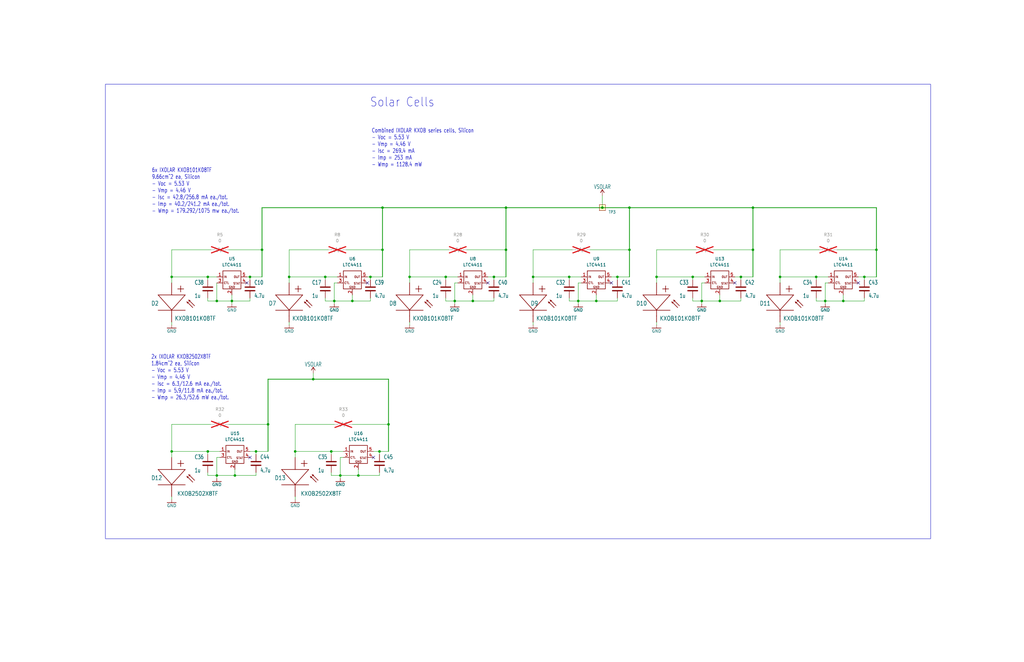
<source format=kicad_sch>
(kicad_sch
	(version 20231120)
	(generator "eeschema")
	(generator_version "8.0")
	(uuid "f9e0ef83-9a90-4f91-960a-81a03afe74bc")
	(paper "USLedger")
	(title_block
		(title "OreSat Solar Module - Silicon Cells")
		(date "2024-09-22")
		(rev "1.0")
	)
	(lib_symbols
		(symbol "Device:C"
			(pin_numbers hide)
			(pin_names
				(offset 0.254)
			)
			(exclude_from_sim no)
			(in_bom yes)
			(on_board yes)
			(property "Reference" "C"
				(at 0.635 2.54 0)
				(effects
					(font
						(size 1.27 1.27)
					)
					(justify left)
				)
			)
			(property "Value" "C"
				(at 0.635 -2.54 0)
				(effects
					(font
						(size 1.27 1.27)
					)
					(justify left)
				)
			)
			(property "Footprint" ""
				(at 0.9652 -3.81 0)
				(effects
					(font
						(size 1.27 1.27)
					)
					(hide yes)
				)
			)
			(property "Datasheet" "~"
				(at 0 0 0)
				(effects
					(font
						(size 1.27 1.27)
					)
					(hide yes)
				)
			)
			(property "Description" "Unpolarized capacitor"
				(at 0 0 0)
				(effects
					(font
						(size 1.27 1.27)
					)
					(hide yes)
				)
			)
			(property "ki_keywords" "cap capacitor"
				(at 0 0 0)
				(effects
					(font
						(size 1.27 1.27)
					)
					(hide yes)
				)
			)
			(property "ki_fp_filters" "C_*"
				(at 0 0 0)
				(effects
					(font
						(size 1.27 1.27)
					)
					(hide yes)
				)
			)
			(symbol "C_0_1"
				(polyline
					(pts
						(xy -2.032 -0.762) (xy 2.032 -0.762)
					)
					(stroke
						(width 0.508)
						(type default)
					)
					(fill
						(type none)
					)
				)
				(polyline
					(pts
						(xy -2.032 0.762) (xy 2.032 0.762)
					)
					(stroke
						(width 0.508)
						(type default)
					)
					(fill
						(type none)
					)
				)
			)
			(symbol "C_1_1"
				(pin passive line
					(at 0 3.81 270)
					(length 2.794)
					(name "~"
						(effects
							(font
								(size 1.27 1.27)
							)
						)
					)
					(number "1"
						(effects
							(font
								(size 1.27 1.27)
							)
						)
					)
				)
				(pin passive line
					(at 0 -3.81 90)
					(length 2.794)
					(name "~"
						(effects
							(font
								(size 1.27 1.27)
							)
						)
					)
					(number "2"
						(effects
							(font
								(size 1.27 1.27)
							)
						)
					)
				)
			)
		)
		(symbol "Device:R_US"
			(pin_numbers hide)
			(pin_names
				(offset 0)
			)
			(exclude_from_sim no)
			(in_bom yes)
			(on_board yes)
			(property "Reference" "R"
				(at 2.54 0 90)
				(effects
					(font
						(size 1.27 1.27)
					)
				)
			)
			(property "Value" "R_US"
				(at -2.54 0 90)
				(effects
					(font
						(size 1.27 1.27)
					)
				)
			)
			(property "Footprint" ""
				(at 1.016 -0.254 90)
				(effects
					(font
						(size 1.27 1.27)
					)
					(hide yes)
				)
			)
			(property "Datasheet" "~"
				(at 0 0 0)
				(effects
					(font
						(size 1.27 1.27)
					)
					(hide yes)
				)
			)
			(property "Description" "Resistor, US symbol"
				(at 0 0 0)
				(effects
					(font
						(size 1.27 1.27)
					)
					(hide yes)
				)
			)
			(property "ki_keywords" "R res resistor"
				(at 0 0 0)
				(effects
					(font
						(size 1.27 1.27)
					)
					(hide yes)
				)
			)
			(property "ki_fp_filters" "R_*"
				(at 0 0 0)
				(effects
					(font
						(size 1.27 1.27)
					)
					(hide yes)
				)
			)
			(symbol "R_US_0_1"
				(polyline
					(pts
						(xy 0 -2.286) (xy 0 -2.54)
					)
					(stroke
						(width 0)
						(type default)
					)
					(fill
						(type none)
					)
				)
				(polyline
					(pts
						(xy 0 2.286) (xy 0 2.54)
					)
					(stroke
						(width 0)
						(type default)
					)
					(fill
						(type none)
					)
				)
				(polyline
					(pts
						(xy 0 -0.762) (xy 1.016 -1.143) (xy 0 -1.524) (xy -1.016 -1.905) (xy 0 -2.286)
					)
					(stroke
						(width 0)
						(type default)
					)
					(fill
						(type none)
					)
				)
				(polyline
					(pts
						(xy 0 0.762) (xy 1.016 0.381) (xy 0 0) (xy -1.016 -0.381) (xy 0 -0.762)
					)
					(stroke
						(width 0)
						(type default)
					)
					(fill
						(type none)
					)
				)
				(polyline
					(pts
						(xy 0 2.286) (xy 1.016 1.905) (xy 0 1.524) (xy -1.016 1.143) (xy 0 0.762)
					)
					(stroke
						(width 0)
						(type default)
					)
					(fill
						(type none)
					)
				)
			)
			(symbol "R_US_1_1"
				(pin passive line
					(at 0 3.81 270)
					(length 1.27)
					(name "~"
						(effects
							(font
								(size 1.27 1.27)
							)
						)
					)
					(number "1"
						(effects
							(font
								(size 1.27 1.27)
							)
						)
					)
				)
				(pin passive line
					(at 0 -3.81 90)
					(length 1.27)
					(name "~"
						(effects
							(font
								(size 1.27 1.27)
							)
						)
					)
					(number "2"
						(effects
							(font
								(size 1.27 1.27)
							)
						)
					)
				)
			)
		)
		(symbol "oresat-diodes:LTC4411"
			(exclude_from_sim no)
			(in_bom yes)
			(on_board yes)
			(property "Reference" "U6"
				(at 0 8.89 0)
				(effects
					(font
						(size 1.27 1.27)
					)
				)
			)
			(property "Value" "LTC4411"
				(at 0 6.35 0)
				(effects
					(font
						(size 1.27 1.27)
					)
				)
			)
			(property "Footprint" "Package_TO_SOT_SMD:TSOT-23-5"
				(at -1.27 1.27 0)
				(effects
					(font
						(size 1.27 1.27)
					)
					(hide yes)
				)
			)
			(property "Datasheet" "https://www.analog.com/media/en/technical-documentation/data-sheets/4411fa.pdf"
				(at -2.54 1.27 0)
				(effects
					(font
						(size 1.27 1.27)
					)
					(hide yes)
				)
			)
			(property "Description" "2.6A Ideal Diode, SOT23-5"
				(at -2.54 1.27 0)
				(effects
					(font
						(size 1.27 1.27)
					)
					(hide yes)
				)
			)
			(symbol "LTC4411_1_1"
				(rectangle
					(start -3.81 3.81)
					(end 3.81 -3.81)
					(stroke
						(width 0.25)
						(type default)
					)
					(fill
						(type none)
					)
				)
				(text "CTL"
					(at -2.286 -1.27 0)
					(effects
						(font
							(size 0.8636 0.8636)
						)
					)
				)
				(text "GND"
					(at 0 -3.048 0)
					(effects
						(font
							(size 0.8636 0.8636)
						)
					)
				)
				(text "IN"
					(at -2.794 1.27 0)
					(effects
						(font
							(size 0.8636 0.8636)
						)
					)
				)
				(text "OUT"
					(at 2.032 1.27 0)
					(effects
						(font
							(size 0.8636 0.8636)
						)
					)
				)
				(text "STAT\n"
					(at 2.032 -1.524 0)
					(effects
						(font
							(size 0.8636 0.8636)
						)
					)
				)
				(pin power_in line
					(at -6.35 1.27 0)
					(length 2.54)
					(name ""
						(effects
							(font
								(size 1.27 1.27)
							)
						)
					)
					(number "1"
						(effects
							(font
								(size 1.27 1.27)
							)
						)
					)
				)
				(pin input line
					(at 0 -6.35 90)
					(length 2.54)
					(name ""
						(effects
							(font
								(size 1.27 1.27)
							)
						)
					)
					(number "2"
						(effects
							(font
								(size 1.27 1.27)
							)
						)
					)
				)
				(pin input line
					(at -6.35 -1.27 0)
					(length 2.54)
					(name ""
						(effects
							(font
								(size 1.27 1.27)
							)
						)
					)
					(number "3"
						(effects
							(font
								(size 1.27 1.27)
							)
						)
					)
				)
				(pin output line
					(at 6.35 -1.27 180)
					(length 2.54)
					(name ""
						(effects
							(font
								(size 1.27 1.27)
							)
						)
					)
					(number "4"
						(effects
							(font
								(size 1.27 1.27)
							)
						)
					)
				)
				(pin power_out line
					(at 6.35 1.27 180)
					(length 2.54)
					(name ""
						(effects
							(font
								(size 1.27 1.27)
							)
						)
					)
					(number "5"
						(effects
							(font
								(size 1.27 1.27)
							)
						)
					)
				)
			)
		)
		(symbol "oresat-misc:IXOLAR-KXOB101K08TF"
			(exclude_from_sim no)
			(in_bom yes)
			(on_board yes)
			(property "Reference" "D2"
				(at -8.636 -1.016 0)
				(effects
					(font
						(size 1.778 1.5113)
					)
					(justify left)
				)
			)
			(property "Value" "KXOB101K08TF"
				(at 1.27 -7.366 0)
				(effects
					(font
						(size 1.778 1.5113)
					)
					(justify left)
				)
			)
			(property "Footprint" "oresat-misc:KXOB101K08TF"
				(at 0 0 0)
				(effects
					(font
						(size 1.27 1.27)
					)
					(hide yes)
				)
			)
			(property "Datasheet" "https://waf-e.dubudisk.com/anysolar.dubuplus.com/techsupport@anysolar.biz/O18Azed/DubuDisk/www/Gen3/KXOB101K08TF%20DATA%20SHEET%2020210127.pdf"
				(at 0 0 0)
				(effects
					(font
						(size 1.27 1.27)
					)
					(hide yes)
				)
			)
			(property "Description" ""
				(at 0 0 0)
				(effects
					(font
						(size 1.27 1.27)
					)
					(hide yes)
				)
			)
			(symbol "IXOLAR-KXOB101K08TF_1_0"
				(polyline
					(pts
						(xy -5.715 2.54) (xy 0 -3.81)
					)
					(stroke
						(width 0.254)
						(type solid)
					)
					(fill
						(type none)
					)
				)
				(polyline
					(pts
						(xy 0 -8.89) (xy 0 -6.35)
					)
					(stroke
						(width 0.254)
						(type solid)
					)
					(fill
						(type none)
					)
				)
				(polyline
					(pts
						(xy 0 -6.35) (xy 0 -3.81)
					)
					(stroke
						(width 0.254)
						(type solid)
					)
					(fill
						(type none)
					)
				)
				(polyline
					(pts
						(xy 0 -3.81) (xy 5.715 2.54)
					)
					(stroke
						(width 0.254)
						(type solid)
					)
					(fill
						(type none)
					)
				)
				(polyline
					(pts
						(xy 0 2.54) (xy -5.715 2.54)
					)
					(stroke
						(width 0.254)
						(type solid)
					)
					(fill
						(type none)
					)
				)
				(polyline
					(pts
						(xy 0 2.54) (xy 0 7.62)
					)
					(stroke
						(width 0.254)
						(type solid)
					)
					(fill
						(type none)
					)
				)
				(polyline
					(pts
						(xy 2.54 5.08) (xy 3.81 5.08)
					)
					(stroke
						(width 0.254)
						(type solid)
					)
					(fill
						(type none)
					)
				)
				(polyline
					(pts
						(xy 3.81 5.08) (xy 3.81 3.81)
					)
					(stroke
						(width 0.254)
						(type solid)
					)
					(fill
						(type none)
					)
				)
				(polyline
					(pts
						(xy 3.81 5.08) (xy 3.81 6.35)
					)
					(stroke
						(width 0.254)
						(type solid)
					)
					(fill
						(type none)
					)
				)
				(polyline
					(pts
						(xy 5.08 5.08) (xy 3.81 5.08)
					)
					(stroke
						(width 0.254)
						(type solid)
					)
					(fill
						(type none)
					)
				)
				(polyline
					(pts
						(xy 5.715 -3.937) (xy -5.715 -3.937)
					)
					(stroke
						(width 0.254)
						(type solid)
					)
					(fill
						(type none)
					)
				)
				(polyline
					(pts
						(xy 5.715 2.54) (xy 0 2.54)
					)
					(stroke
						(width 0.254)
						(type solid)
					)
					(fill
						(type none)
					)
				)
				(polyline
					(pts
						(xy 6.604 -0.508) (xy 8.89 -2.794)
					)
					(stroke
						(width 0.254)
						(type solid)
					)
					(fill
						(type none)
					)
				)
				(polyline
					(pts
						(xy 7.366 0.254) (xy 9.652 -2.032)
					)
					(stroke
						(width 0.254)
						(type solid)
					)
					(fill
						(type none)
					)
				)
				(polyline
					(pts
						(xy 7.112 -0.508) (xy 6.604 -1.016) (xy 6.35 -0.254)
					)
					(stroke
						(width 0.1524)
						(type solid)
					)
					(fill
						(type outline)
					)
				)
				(polyline
					(pts
						(xy 7.874 0.254) (xy 7.366 -0.254) (xy 7.112 0.508)
					)
					(stroke
						(width 0.1524)
						(type solid)
					)
					(fill
						(type outline)
					)
				)
				(pin power_out line
					(at 0 -8.89 90)
					(length 0)
					(name "C2"
						(effects
							(font
								(size 0 0)
							)
						)
					)
					(number "NEG2"
						(effects
							(font
								(size 0 0)
							)
						)
					)
				)
				(pin power_out line
					(at 0 7.62 270)
					(length 0)
					(name "A1"
						(effects
							(font
								(size 0 0)
							)
						)
					)
					(number "POS1"
						(effects
							(font
								(size 0 0)
							)
						)
					)
				)
			)
		)
		(symbol "oresat-misc:IXOLAR-KXOB2502X8TF"
			(exclude_from_sim no)
			(in_bom yes)
			(on_board yes)
			(property "Reference" "D12"
				(at -8.636 -1.016 0)
				(effects
					(font
						(size 1.778 1.5113)
					)
					(justify left)
				)
			)
			(property "Value" "KXOB2502X8TF"
				(at 2.286 -7.62 0)
				(effects
					(font
						(size 1.778 1.5113)
					)
					(justify left)
				)
			)
			(property "Footprint" "oresat-misc:KXOB2502X8TF"
				(at 0 0 0)
				(effects
					(font
						(size 1.27 1.27)
					)
					(hide yes)
				)
			)
			(property "Datasheet" "https://waf-e.dubudisk.com/anysolar.dubuplus.com/techsupport@anysolar.biz/O18Atf8/DubuDisk/www/Gen3/KXOB25-02X8TF%20DATA%20SHEET%20202012.pdf"
				(at 0 0 0)
				(effects
					(font
						(size 1.27 1.27)
					)
					(hide yes)
				)
			)
			(property "Description" " Monocrystalline Silicon Solar Cell 26.3 mW 5.53 V thin"
				(at 0 0 0)
				(effects
					(font
						(size 1.27 1.27)
					)
					(hide yes)
				)
			)
			(symbol "IXOLAR-KXOB2502X8TF_1_0"
				(polyline
					(pts
						(xy -5.715 2.54) (xy 0 -3.81)
					)
					(stroke
						(width 0.254)
						(type solid)
					)
					(fill
						(type none)
					)
				)
				(polyline
					(pts
						(xy 0 -8.89) (xy 0 -6.35)
					)
					(stroke
						(width 0.254)
						(type solid)
					)
					(fill
						(type none)
					)
				)
				(polyline
					(pts
						(xy 0 -6.35) (xy 0 -3.81)
					)
					(stroke
						(width 0.254)
						(type solid)
					)
					(fill
						(type none)
					)
				)
				(polyline
					(pts
						(xy 0 -3.81) (xy 5.715 2.54)
					)
					(stroke
						(width 0.254)
						(type solid)
					)
					(fill
						(type none)
					)
				)
				(polyline
					(pts
						(xy 0 2.54) (xy -5.715 2.54)
					)
					(stroke
						(width 0.254)
						(type solid)
					)
					(fill
						(type none)
					)
				)
				(polyline
					(pts
						(xy 0 2.54) (xy 0 7.62)
					)
					(stroke
						(width 0.254)
						(type solid)
					)
					(fill
						(type none)
					)
				)
				(polyline
					(pts
						(xy 2.54 5.08) (xy 3.81 5.08)
					)
					(stroke
						(width 0.254)
						(type solid)
					)
					(fill
						(type none)
					)
				)
				(polyline
					(pts
						(xy 3.81 5.08) (xy 3.81 3.81)
					)
					(stroke
						(width 0.254)
						(type solid)
					)
					(fill
						(type none)
					)
				)
				(polyline
					(pts
						(xy 3.81 5.08) (xy 3.81 6.35)
					)
					(stroke
						(width 0.254)
						(type solid)
					)
					(fill
						(type none)
					)
				)
				(polyline
					(pts
						(xy 5.08 5.08) (xy 3.81 5.08)
					)
					(stroke
						(width 0.254)
						(type solid)
					)
					(fill
						(type none)
					)
				)
				(polyline
					(pts
						(xy 5.715 -3.937) (xy -5.715 -3.937)
					)
					(stroke
						(width 0.254)
						(type solid)
					)
					(fill
						(type none)
					)
				)
				(polyline
					(pts
						(xy 5.715 2.54) (xy 0 2.54)
					)
					(stroke
						(width 0.254)
						(type solid)
					)
					(fill
						(type none)
					)
				)
				(polyline
					(pts
						(xy 6.604 -0.508) (xy 8.89 -2.794)
					)
					(stroke
						(width 0.254)
						(type solid)
					)
					(fill
						(type none)
					)
				)
				(polyline
					(pts
						(xy 7.366 0.254) (xy 9.652 -2.032)
					)
					(stroke
						(width 0.254)
						(type solid)
					)
					(fill
						(type none)
					)
				)
				(polyline
					(pts
						(xy 7.112 -0.508) (xy 6.604 -1.016) (xy 6.35 -0.254)
					)
					(stroke
						(width 0.1524)
						(type solid)
					)
					(fill
						(type outline)
					)
				)
				(polyline
					(pts
						(xy 7.874 0.254) (xy 7.366 -0.254) (xy 7.112 0.508)
					)
					(stroke
						(width 0.1524)
						(type solid)
					)
					(fill
						(type outline)
					)
				)
				(pin power_out line
					(at 0 -8.89 90)
					(length 0)
					(name "C2"
						(effects
							(font
								(size 0 0)
							)
						)
					)
					(number "NEG2"
						(effects
							(font
								(size 0 0)
							)
						)
					)
				)
				(pin power_out line
					(at 0 7.62 270)
					(length 0)
					(name "A1"
						(effects
							(font
								(size 0 0)
							)
						)
					)
					(number "POS1"
						(effects
							(font
								(size 0 0)
							)
						)
					)
				)
			)
		)
		(symbol "oresat-misc:Test-Point-0.75mm-th"
			(exclude_from_sim yes)
			(in_bom no)
			(on_board yes)
			(property "Reference" "TP"
				(at 0 2.54 0)
				(effects
					(font
						(size 1.27 1.0795)
					)
				)
			)
			(property "Value" "Test-Point"
				(at 0 7.62 0)
				(effects
					(font
						(size 1.27 1.27)
					)
					(hide yes)
				)
			)
			(property "Footprint" "oresat-misc:TestPoint-0.75mm-th"
				(at 0 10.16 0)
				(effects
					(font
						(size 1.27 1.27)
					)
					(hide yes)
				)
			)
			(property "Datasheet" ""
				(at 0 0 0)
				(effects
					(font
						(size 1.27 1.27)
					)
					(hide yes)
				)
			)
			(property "Description" "0.75 mm TH test point; good for scope probes and jumpers"
				(at 0 0 0)
				(effects
					(font
						(size 1.27 1.27)
					)
					(hide yes)
				)
			)
			(symbol "Test-Point-0.75mm-th_1_0"
				(pin passive line
					(at 0 0 0)
					(length 0)
					(name "1"
						(effects
							(font
								(size 0 0)
							)
						)
					)
					(number "1"
						(effects
							(font
								(size 0 0)
							)
						)
					)
				)
			)
			(symbol "Test-Point-0.75mm-th_1_1"
				(rectangle
					(start -1.27 1.27)
					(end 1.27 -1.27)
					(stroke
						(width 0)
						(type default)
					)
					(fill
						(type background)
					)
				)
			)
		)
		(symbol "oresat-power:GND"
			(power)
			(pin_numbers hide)
			(pin_names
				(offset 0) hide)
			(exclude_from_sim no)
			(in_bom yes)
			(on_board yes)
			(property "Reference" "#PWR"
				(at 0 -5.08 0)
				(effects
					(font
						(size 1.27 1.27)
					)
					(hide yes)
				)
			)
			(property "Value" "GND"
				(at 0 -2.54 0)
				(do_not_autoplace)
				(effects
					(font
						(size 1.27 1.27)
					)
				)
			)
			(property "Footprint" ""
				(at 0 -1.27 0)
				(effects
					(font
						(size 1.27 1.27)
					)
					(hide yes)
				)
			)
			(property "Datasheet" ""
				(at 0 -1.27 0)
				(effects
					(font
						(size 1.27 1.27)
					)
					(hide yes)
				)
			)
			(property "Description" "Power symbol creates a global label with name \"GND\" , ground"
				(at 0 0 0)
				(effects
					(font
						(size 1.27 1.27)
					)
					(hide yes)
				)
			)
			(property "ki_keywords" "power-flag"
				(at 0 0 0)
				(effects
					(font
						(size 1.27 1.27)
					)
					(hide yes)
				)
			)
			(symbol "GND_1_1"
				(polyline
					(pts
						(xy 0 -1.27) (xy -1.905 -1.27)
					)
					(stroke
						(width 0.254)
						(type default)
					)
					(fill
						(type none)
					)
				)
				(polyline
					(pts
						(xy 0 -1.27) (xy 1.905 -1.27)
					)
					(stroke
						(width 0.254)
						(type default)
					)
					(fill
						(type none)
					)
				)
				(pin power_in line
					(at 0 0 270)
					(length 1.27)
					(name "GND"
						(effects
							(font
								(size 1.27 1.27)
							)
						)
					)
					(number "1"
						(effects
							(font
								(size 1.27 1.27)
							)
						)
					)
				)
			)
		)
		(symbol "oresat-power:VSOLAR"
			(power)
			(exclude_from_sim no)
			(in_bom yes)
			(on_board yes)
			(property "Reference" "#VSOLAR04"
				(at 0 0 0)
				(effects
					(font
						(size 1.27 1.27)
					)
					(hide yes)
				)
			)
			(property "Value" "VSOLAR"
				(at 0 2.794 0)
				(effects
					(font
						(size 1.778 1.27)
					)
					(justify bottom)
				)
			)
			(property "Footprint" ""
				(at 0 0 0)
				(effects
					(font
						(size 1.27 1.27)
					)
					(hide yes)
				)
			)
			(property "Datasheet" ""
				(at 0 0 0)
				(effects
					(font
						(size 1.27 1.27)
					)
					(hide yes)
				)
			)
			(property "Description" ""
				(at 0 0 0)
				(effects
					(font
						(size 1.27 1.27)
					)
					(hide yes)
				)
			)
			(property "ki_locked" ""
				(at 0 0 0)
				(effects
					(font
						(size 1.27 1.27)
					)
				)
			)
			(symbol "VSOLAR_1_0"
				(polyline
					(pts
						(xy 0 2.54) (xy -0.762 1.27)
					)
					(stroke
						(width 0.254)
						(type solid)
					)
					(fill
						(type none)
					)
				)
				(polyline
					(pts
						(xy 0.762 1.27) (xy 0 2.54)
					)
					(stroke
						(width 0.254)
						(type solid)
					)
					(fill
						(type none)
					)
				)
				(pin power_in line
					(at 0 0 90)
					(length 2.54)
					(name "VSOLAR"
						(effects
							(font
								(size 0 0)
							)
						)
					)
					(number "1"
						(effects
							(font
								(size 0 0)
							)
						)
					)
				)
			)
		)
	)
	(junction
		(at 191.77 127)
		(diameter 0)
		(color 0 0 0 0)
		(uuid "0a874bc8-a281-4de7-9fe4-e782ed799030")
	)
	(junction
		(at 140.97 127)
		(diameter 0)
		(color 0 0 0 0)
		(uuid "0e20a868-900e-4158-8c2d-367175c3eebd")
	)
	(junction
		(at 156.21 116.84)
		(diameter 0)
		(color 0 0 0 0)
		(uuid "0f5eb202-5535-4639-bfbb-0b6acff8ccda")
	)
	(junction
		(at 369.57 105.41)
		(diameter 0)
		(color 0 0 0 0)
		(uuid "1b882f0f-8dbd-43ef-9ec2-25f250df6b29")
	)
	(junction
		(at 148.59 127)
		(diameter 0)
		(color 0 0 0 0)
		(uuid "260e7958-5e42-457a-9823-8206f26978cd")
	)
	(junction
		(at 72.39 116.84)
		(diameter 0)
		(color 0 0 0 0)
		(uuid "2629f108-fd24-4fe8-b5a3-548956646382")
	)
	(junction
		(at 161.29 105.41)
		(diameter 0)
		(color 0 0 0 0)
		(uuid "2b2fef8f-9ecb-4f70-adce-07734fa03836")
	)
	(junction
		(at 124.46 190.5)
		(diameter 0)
		(color 0 0 0 0)
		(uuid "2ca30a44-4c44-4c19-9dff-d07dc61c2fb1")
	)
	(junction
		(at 160.02 190.5)
		(diameter 0)
		(color 0 0 0 0)
		(uuid "2df22d4e-0213-4c16-8cd1-c0da314d216b")
	)
	(junction
		(at 344.17 116.84)
		(diameter 0)
		(color 0 0 0 0)
		(uuid "2f83ba2a-ebc1-4ec8-b2db-2f364989b62d")
	)
	(junction
		(at 317.5 105.41)
		(diameter 0)
		(color 0 0 0 0)
		(uuid "30b36452-8823-4818-beb8-51ce41871f89")
	)
	(junction
		(at 143.51 200.66)
		(diameter 0)
		(color 0 0 0 0)
		(uuid "34186f11-54a3-4c64-a2c5-ec0fb1d13a3f")
	)
	(junction
		(at 364.49 116.84)
		(diameter 0)
		(color 0 0 0 0)
		(uuid "34e4fad6-eb13-49fa-bffa-0774c39e95cd")
	)
	(junction
		(at 240.03 116.84)
		(diameter 0)
		(color 0 0 0 0)
		(uuid "3a1db0bc-202d-47c9-aa9c-803b280e5e58")
	)
	(junction
		(at 87.63 116.84)
		(diameter 0)
		(color 0 0 0 0)
		(uuid "3d499aa8-dd3d-4f88-af69-3a82c9066cee")
	)
	(junction
		(at 121.92 116.84)
		(diameter 0)
		(color 0 0 0 0)
		(uuid "3edbe529-425c-4677-a280-f0966f4c123b")
	)
	(junction
		(at 107.95 190.5)
		(diameter 0)
		(color 0 0 0 0)
		(uuid "3fe175c5-d044-4be6-8f54-6c8cf28f1a1a")
	)
	(junction
		(at 132.08 160.02)
		(diameter 0)
		(color 0 0 0 0)
		(uuid "4391ed01-59a4-4df3-a0d5-5460fb9ee10c")
	)
	(junction
		(at 97.79 127)
		(diameter 0)
		(color 0 0 0 0)
		(uuid "474394c9-1868-473a-bcb6-316cb565b030")
	)
	(junction
		(at 265.43 87.63)
		(diameter 0)
		(color 0 0 0 0)
		(uuid "48c482ab-cefa-495c-8235-e80e5530f6d5")
	)
	(junction
		(at 187.96 116.84)
		(diameter 0)
		(color 0 0 0 0)
		(uuid "48ea71b6-d9f9-459b-a143-9465a35a903c")
	)
	(junction
		(at 199.39 127)
		(diameter 0)
		(color 0 0 0 0)
		(uuid "4c2cf223-0d79-45a4-a81f-c845db3a7d0a")
	)
	(junction
		(at 110.49 105.41)
		(diameter 0)
		(color 0 0 0 0)
		(uuid "4ceb8854-ce8f-4093-a995-60f0487cae26")
	)
	(junction
		(at 87.63 190.5)
		(diameter 0)
		(color 0 0 0 0)
		(uuid "59598b4a-4ca2-47dc-a7b1-fa778fc3dfd3")
	)
	(junction
		(at 328.93 116.84)
		(diameter 0)
		(color 0 0 0 0)
		(uuid "59d43e6b-9022-4953-acfa-157e9999aa36")
	)
	(junction
		(at 276.86 116.84)
		(diameter 0)
		(color 0 0 0 0)
		(uuid "5a1a3565-7aa8-48f7-8a4e-a445c7ba018e")
	)
	(junction
		(at 292.1 116.84)
		(diameter 0)
		(color 0 0 0 0)
		(uuid "5ccd1070-e083-4bbe-8f21-808899b3d621")
	)
	(junction
		(at 151.13 200.66)
		(diameter 0)
		(color 0 0 0 0)
		(uuid "64c18080-611b-4911-b1ce-ba88687f01e5")
	)
	(junction
		(at 260.35 116.84)
		(diameter 0)
		(color 0 0 0 0)
		(uuid "6a9be2d8-5b02-4cfc-8506-fbb9bdc0fa00")
	)
	(junction
		(at 213.36 87.63)
		(diameter 0)
		(color 0 0 0 0)
		(uuid "6b227815-f877-4ee3-acfc-0ff59e1e778a")
	)
	(junction
		(at 163.83 179.07)
		(diameter 0)
		(color 0 0 0 0)
		(uuid "71aed0d0-7173-463e-a1e6-f674b68a1b4d")
	)
	(junction
		(at 224.79 116.84)
		(diameter 0)
		(color 0 0 0 0)
		(uuid "76a26bd9-f7cb-4f56-b21d-837c1365a0ea")
	)
	(junction
		(at 113.03 179.07)
		(diameter 0)
		(color 0 0 0 0)
		(uuid "7c9c6ab1-78ff-462a-b6a3-e850da4d4b69")
	)
	(junction
		(at 243.84 127)
		(diameter 0)
		(color 0 0 0 0)
		(uuid "821d167a-fdfb-44e9-9e32-e3381c3a4f53")
	)
	(junction
		(at 317.5 87.63)
		(diameter 0)
		(color 0 0 0 0)
		(uuid "86c4333c-b626-42af-b30c-e18cf3130741")
	)
	(junction
		(at 295.91 127)
		(diameter 0)
		(color 0 0 0 0)
		(uuid "87799fd3-eacf-41fe-b3a0-d932a20bb3ba")
	)
	(junction
		(at 303.53 127)
		(diameter 0)
		(color 0 0 0 0)
		(uuid "99f9e8c4-e9ca-4db7-9662-de23efaa8fec")
	)
	(junction
		(at 355.6 127)
		(diameter 0)
		(color 0 0 0 0)
		(uuid "a08a9c98-920d-495b-8b2d-7da865273715")
	)
	(junction
		(at 99.06 200.66)
		(diameter 0)
		(color 0 0 0 0)
		(uuid "a0fe6373-0bee-4a00-8d8f-0c05ac37bf40")
	)
	(junction
		(at 161.29 87.63)
		(diameter 0)
		(color 0 0 0 0)
		(uuid "a82b525b-a238-4788-a19b-ed49243fa049")
	)
	(junction
		(at 172.72 116.84)
		(diameter 0)
		(color 0 0 0 0)
		(uuid "a99b2224-15a6-4ba1-873b-4a87db7d9560")
	)
	(junction
		(at 265.43 105.41)
		(diameter 0)
		(color 0 0 0 0)
		(uuid "b719078f-1f53-4b3f-a1e9-5de2f13dbc7a")
	)
	(junction
		(at 91.44 200.66)
		(diameter 0)
		(color 0 0 0 0)
		(uuid "c3c1bea8-defa-4a1c-b514-76e4429b4c34")
	)
	(junction
		(at 137.16 116.84)
		(diameter 0)
		(color 0 0 0 0)
		(uuid "c53a67d6-59dd-4396-9ce8-18cf06e9ff40")
	)
	(junction
		(at 208.28 116.84)
		(diameter 0)
		(color 0 0 0 0)
		(uuid "c6734ec0-80e0-4a68-b90c-f5e506697408")
	)
	(junction
		(at 312.42 116.84)
		(diameter 0)
		(color 0 0 0 0)
		(uuid "c681bcc8-b455-4610-9300-d9e5066b8616")
	)
	(junction
		(at 347.98 127)
		(diameter 0)
		(color 0 0 0 0)
		(uuid "d5357fbf-e8b8-4505-8d12-9d25e14f5c42")
	)
	(junction
		(at 105.41 116.84)
		(diameter 0)
		(color 0 0 0 0)
		(uuid "ddf0e29c-e7fd-4d1b-aa65-31481e6a4477")
	)
	(junction
		(at 91.44 127)
		(diameter 0)
		(color 0 0 0 0)
		(uuid "e23a99c1-4329-409d-8eb7-479c1da53489")
	)
	(junction
		(at 254 87.63)
		(diameter 0)
		(color 0 0 0 0)
		(uuid "e441ead3-dbba-4e67-8baf-081b092aa8b9")
	)
	(junction
		(at 72.39 190.5)
		(diameter 0)
		(color 0 0 0 0)
		(uuid "e6d788df-06d0-45e4-82fb-e585f01e0166")
	)
	(junction
		(at 251.46 127)
		(diameter 0)
		(color 0 0 0 0)
		(uuid "ebcf79ad-fbc9-4bc5-b49f-ebf5929229ef")
	)
	(junction
		(at 213.36 105.41)
		(diameter 0)
		(color 0 0 0 0)
		(uuid "ebff449f-2335-4955-9052-8a1150454775")
	)
	(junction
		(at 139.7 190.5)
		(diameter 0)
		(color 0 0 0 0)
		(uuid "f96e66fc-8317-4a34-8e7e-059a8b57fc6a")
	)
	(no_connect
		(at 309.88 119.38)
		(uuid "041717ac-d346-4ee6-8997-26764f5c10b9")
	)
	(no_connect
		(at 104.14 119.38)
		(uuid "19df3d9a-99e5-4516-8574-c9b7d1bc7d25")
	)
	(no_connect
		(at 157.48 193.04)
		(uuid "6a7fb605-f7d3-4302-a055-566251dc971d")
	)
	(no_connect
		(at 154.94 119.38)
		(uuid "79d29840-2738-4e51-80c9-ad7dd88c6bc4")
	)
	(no_connect
		(at 361.95 119.38)
		(uuid "a91da147-5609-42e9-88b4-c194b687b17a")
	)
	(no_connect
		(at 257.81 119.38)
		(uuid "c344bf2e-6710-401d-93fe-d4bbf0d02aa7")
	)
	(no_connect
		(at 105.41 193.04)
		(uuid "ce8b6bdf-8ddd-420b-922d-2c2e479e5337")
	)
	(no_connect
		(at 205.74 119.38)
		(uuid "d418ccc0-2246-45d0-a2d2-5432f30b8536")
	)
	(wire
		(pts
			(xy 265.43 87.63) (xy 317.5 87.63)
		)
		(stroke
			(width 0.3048)
			(type default)
		)
		(uuid "004318a0-1cdb-4d98-9543-389f9cef2961")
	)
	(wire
		(pts
			(xy 97.79 124.46) (xy 97.79 127)
		)
		(stroke
			(width 0)
			(type default)
		)
		(uuid "0057ea5e-9ef4-461d-9539-662163f29055")
	)
	(wire
		(pts
			(xy 208.28 116.84) (xy 213.36 116.84)
		)
		(stroke
			(width 0)
			(type default)
		)
		(uuid "0063a9c3-11f6-4df3-99d9-83c29de90073")
	)
	(wire
		(pts
			(xy 88.9 105.41) (xy 72.39 105.41)
		)
		(stroke
			(width 0)
			(type default)
		)
		(uuid "01e6dfe4-ebc4-44b5-b851-c8f1fb2bc035")
	)
	(wire
		(pts
			(xy 260.35 116.84) (xy 265.43 116.84)
		)
		(stroke
			(width 0)
			(type default)
		)
		(uuid "022c4d45-7b79-448e-84f0-1aafcc019843")
	)
	(wire
		(pts
			(xy 300.99 105.41) (xy 317.5 105.41)
		)
		(stroke
			(width 0)
			(type default)
		)
		(uuid "0295c235-334a-481b-8a95-5c08d56dc534")
	)
	(wire
		(pts
			(xy 157.48 190.5) (xy 160.02 190.5)
		)
		(stroke
			(width 0)
			(type default)
		)
		(uuid "045d288d-a2c9-407f-b37d-dbba782a27fe")
	)
	(wire
		(pts
			(xy 137.16 127) (xy 137.16 125.73)
		)
		(stroke
			(width 0)
			(type default)
		)
		(uuid "09375914-88bf-48a1-bfe8-2ff0ceeb2f62")
	)
	(wire
		(pts
			(xy 196.85 105.41) (xy 213.36 105.41)
		)
		(stroke
			(width 0)
			(type default)
		)
		(uuid "09e03125-0633-449c-a63c-dddeac97283b")
	)
	(wire
		(pts
			(xy 97.79 127) (xy 105.41 127)
		)
		(stroke
			(width 0)
			(type default)
		)
		(uuid "09fbe14d-2daf-440c-bcf1-46155f769173")
	)
	(wire
		(pts
			(xy 139.7 200.66) (xy 143.51 200.66)
		)
		(stroke
			(width 0)
			(type default)
		)
		(uuid "0a6927af-010a-4b96-94fc-13941bc3f255")
	)
	(wire
		(pts
			(xy 292.1 116.84) (xy 297.18 116.84)
		)
		(stroke
			(width 0)
			(type default)
		)
		(uuid "0ce38b10-2e88-4587-bb3c-f4416b242038")
	)
	(wire
		(pts
			(xy 353.06 105.41) (xy 369.57 105.41)
		)
		(stroke
			(width 0)
			(type default)
		)
		(uuid "0ceb2466-26d4-4fa4-bb94-4ec2b04da94e")
	)
	(wire
		(pts
			(xy 107.95 190.5) (xy 113.03 190.5)
		)
		(stroke
			(width 0)
			(type default)
		)
		(uuid "0e50da84-82d0-422f-9a2d-40937d7d4486")
	)
	(wire
		(pts
			(xy 303.53 124.46) (xy 303.53 127)
		)
		(stroke
			(width 0)
			(type default)
		)
		(uuid "0f4827bc-f6bf-4e23-9397-138d4cc80f80")
	)
	(wire
		(pts
			(xy 124.46 209.55) (xy 124.46 210.82)
		)
		(stroke
			(width 0)
			(type default)
		)
		(uuid "0f74f8c2-d464-4666-ba51-96d5449ed484")
	)
	(wire
		(pts
			(xy 224.79 119.38) (xy 224.79 116.84)
		)
		(stroke
			(width 0)
			(type default)
		)
		(uuid "11b5de06-7202-4c96-b699-24593a411401")
	)
	(wire
		(pts
			(xy 91.44 119.38) (xy 91.44 127)
		)
		(stroke
			(width 0)
			(type default)
		)
		(uuid "12880683-c66e-423a-9bb2-f95e235caccb")
	)
	(wire
		(pts
			(xy 148.59 127) (xy 148.59 124.46)
		)
		(stroke
			(width 0)
			(type default)
		)
		(uuid "12eb1b12-22b5-4998-a322-075538589a21")
	)
	(wire
		(pts
			(xy 369.57 105.41) (xy 369.57 116.84)
		)
		(stroke
			(width 0.3048)
			(type default)
		)
		(uuid "148d50d3-7519-4110-b207-5d1e7823fd86")
	)
	(wire
		(pts
			(xy 213.36 105.41) (xy 213.36 116.84)
		)
		(stroke
			(width 0.3048)
			(type default)
		)
		(uuid "14a68aa9-4923-4e06-af45-a880dcdf904f")
	)
	(wire
		(pts
			(xy 121.92 105.41) (xy 121.92 116.84)
		)
		(stroke
			(width 0)
			(type default)
		)
		(uuid "18e2af3c-62bd-4fc2-85b6-b407bff8b448")
	)
	(wire
		(pts
			(xy 156.21 116.84) (xy 161.29 116.84)
		)
		(stroke
			(width 0)
			(type default)
		)
		(uuid "1abf6fe9-9955-4ba7-ba7a-da61da1b8e86")
	)
	(wire
		(pts
			(xy 187.96 127) (xy 191.77 127)
		)
		(stroke
			(width 0)
			(type default)
		)
		(uuid "1adbec87-7fa5-4b29-895c-cac8787fbe7c")
	)
	(wire
		(pts
			(xy 364.49 116.84) (xy 369.57 116.84)
		)
		(stroke
			(width 0)
			(type default)
		)
		(uuid "1b73aa74-4f7d-4b0f-b822-3589ad5a57cb")
	)
	(wire
		(pts
			(xy 345.44 105.41) (xy 328.93 105.41)
		)
		(stroke
			(width 0)
			(type default)
		)
		(uuid "1da8c0bd-f96a-430b-8a84-78ec2984ec1d")
	)
	(wire
		(pts
			(xy 87.63 125.73) (xy 87.63 127)
		)
		(stroke
			(width 0)
			(type default)
		)
		(uuid "2070ae30-616f-4e59-8755-160401d4621d")
	)
	(wire
		(pts
			(xy 87.63 116.84) (xy 91.44 116.84)
		)
		(stroke
			(width 0)
			(type default)
		)
		(uuid "20dcfd68-14b7-4ef9-9f1d-25fd2ba5bc26")
	)
	(wire
		(pts
			(xy 140.97 119.38) (xy 140.97 127)
		)
		(stroke
			(width 0)
			(type default)
		)
		(uuid "216d6d3e-50db-4cea-a142-85ac51240202")
	)
	(wire
		(pts
			(xy 328.93 116.84) (xy 344.17 116.84)
		)
		(stroke
			(width 0)
			(type default)
		)
		(uuid "21add1d7-9237-4d39-8911-2e0cad889dba")
	)
	(wire
		(pts
			(xy 143.51 193.04) (xy 143.51 200.66)
		)
		(stroke
			(width 0)
			(type default)
		)
		(uuid "23c17c0c-5ecd-4254-8f20-993825034b69")
	)
	(wire
		(pts
			(xy 110.49 87.63) (xy 161.29 87.63)
		)
		(stroke
			(width 0.3048)
			(type solid)
		)
		(uuid "24720264-c20d-4749-8f9e-15259370e1a5")
	)
	(wire
		(pts
			(xy 72.39 135.89) (xy 72.39 137.16)
		)
		(stroke
			(width 0)
			(type default)
		)
		(uuid "24c19c14-f8bc-4533-a182-40b3e2557425")
	)
	(wire
		(pts
			(xy 364.49 127) (xy 364.49 125.73)
		)
		(stroke
			(width 0)
			(type default)
		)
		(uuid "2728d8f0-46d4-4d69-8b24-98c39b9048d4")
	)
	(wire
		(pts
			(xy 72.39 190.5) (xy 87.63 190.5)
		)
		(stroke
			(width 0)
			(type default)
		)
		(uuid "2783b00d-d4c8-450f-9ab6-65ec4c30a181")
	)
	(wire
		(pts
			(xy 156.21 116.84) (xy 156.21 118.11)
		)
		(stroke
			(width 0)
			(type default)
		)
		(uuid "27d3fe9f-86c6-47ed-889b-3ed0e7c4a4ea")
	)
	(wire
		(pts
			(xy 72.39 105.41) (xy 72.39 116.84)
		)
		(stroke
			(width 0)
			(type default)
		)
		(uuid "27faa5ff-8497-41ad-8e4a-d8dca5c41a23")
	)
	(wire
		(pts
			(xy 328.93 119.38) (xy 328.93 116.84)
		)
		(stroke
			(width 0)
			(type default)
		)
		(uuid "287d8517-30e1-4ded-a21f-f0be62df10a3")
	)
	(wire
		(pts
			(xy 292.1 127) (xy 292.1 125.73)
		)
		(stroke
			(width 0)
			(type default)
		)
		(uuid "28e885f3-8b99-4e7f-931d-d8b68d814373")
	)
	(wire
		(pts
			(xy 251.46 127) (xy 260.35 127)
		)
		(stroke
			(width 0)
			(type default)
		)
		(uuid "2c417516-eec7-47f5-8f19-6d3327236a72")
	)
	(wire
		(pts
			(xy 191.77 119.38) (xy 191.77 127)
		)
		(stroke
			(width 0)
			(type default)
		)
		(uuid "2c7f67ea-2d0c-4e06-bd9f-0e726a10d050")
	)
	(wire
		(pts
			(xy 113.03 160.02) (xy 132.08 160.02)
		)
		(stroke
			(width 0.3048)
			(type solid)
		)
		(uuid "2d3aaac7-25c8-4e15-a7b3-993b65056e5a")
	)
	(wire
		(pts
			(xy 96.52 105.41) (xy 110.49 105.41)
		)
		(stroke
			(width 0)
			(type default)
		)
		(uuid "2f126054-4cdf-40b1-aa5a-b8f669a03e8c")
	)
	(wire
		(pts
			(xy 144.78 193.04) (xy 143.51 193.04)
		)
		(stroke
			(width 0)
			(type default)
		)
		(uuid "2f4ad66a-ffc4-4218-ad59-fbb02bb55b5e")
	)
	(wire
		(pts
			(xy 161.29 116.84) (xy 161.29 105.41)
		)
		(stroke
			(width 0.3048)
			(type default)
		)
		(uuid "32db1726-3aae-477a-9df4-b0ae7ab7333f")
	)
	(wire
		(pts
			(xy 91.44 127) (xy 97.79 127)
		)
		(stroke
			(width 0)
			(type default)
		)
		(uuid "36f2ea90-41c4-4781-853e-c918d7d423a6")
	)
	(wire
		(pts
			(xy 139.7 190.5) (xy 139.7 191.77)
		)
		(stroke
			(width 0)
			(type default)
		)
		(uuid "3806694a-41b8-4d44-b413-211c10d64b21")
	)
	(wire
		(pts
			(xy 241.3 105.41) (xy 224.79 105.41)
		)
		(stroke
			(width 0)
			(type default)
		)
		(uuid "3a5ddd02-8bc3-410b-9788-6d3a99940cfd")
	)
	(wire
		(pts
			(xy 349.25 119.38) (xy 347.98 119.38)
		)
		(stroke
			(width 0)
			(type default)
		)
		(uuid "3ba39e27-b385-4f14-ba1e-5606df0580e3")
	)
	(wire
		(pts
			(xy 191.77 127) (xy 199.39 127)
		)
		(stroke
			(width 0)
			(type default)
		)
		(uuid "3d17b944-db65-4f9a-a5ae-73f03f0db494")
	)
	(wire
		(pts
			(xy 187.96 116.84) (xy 187.96 118.11)
		)
		(stroke
			(width 0)
			(type default)
		)
		(uuid "43fb056c-dfc6-4570-82f7-e431d8475bfb")
	)
	(wire
		(pts
			(xy 205.74 116.84) (xy 208.28 116.84)
		)
		(stroke
			(width 0)
			(type default)
		)
		(uuid "44d44d3f-a5f8-45dc-9ae2-3c025f1d9217")
	)
	(wire
		(pts
			(xy 87.63 190.5) (xy 87.63 191.77)
		)
		(stroke
			(width 0)
			(type default)
		)
		(uuid "46e854cb-9775-4150-a46c-0fa21d744065")
	)
	(wire
		(pts
			(xy 124.46 193.04) (xy 124.46 190.5)
		)
		(stroke
			(width 0)
			(type default)
		)
		(uuid "4778fca5-b87f-4b4b-bc16-540dfcad1c07")
	)
	(wire
		(pts
			(xy 347.98 127) (xy 347.98 128.27)
		)
		(stroke
			(width 0)
			(type default)
		)
		(uuid "4b53622b-b9a4-4a05-a1b7-858259d968c4")
	)
	(wire
		(pts
			(xy 243.84 127) (xy 251.46 127)
		)
		(stroke
			(width 0)
			(type default)
		)
		(uuid "4b5d0067-6f24-4237-897d-4eca343b2bd1")
	)
	(wire
		(pts
			(xy 361.95 116.84) (xy 364.49 116.84)
		)
		(stroke
			(width 0)
			(type default)
		)
		(uuid "4e8a4e3a-f6ea-419e-ba99-6545f2b6817b")
	)
	(wire
		(pts
			(xy 140.97 127) (xy 148.59 127)
		)
		(stroke
			(width 0)
			(type default)
		)
		(uuid "4f4384fd-bb9f-419a-b01c-b12dc4309fea")
	)
	(wire
		(pts
			(xy 156.21 125.73) (xy 156.21 127)
		)
		(stroke
			(width 0)
			(type default)
		)
		(uuid "520da0df-5fc2-4bba-a0b2-cf6efc3d35ef")
	)
	(wire
		(pts
			(xy 317.5 87.63) (xy 369.57 87.63)
		)
		(stroke
			(width 0.3048)
			(type solid)
		)
		(uuid "52bec64b-7c47-4b17-b886-27fdff896c60")
	)
	(wire
		(pts
			(xy 292.1 127) (xy 295.91 127)
		)
		(stroke
			(width 0)
			(type default)
		)
		(uuid "5307b61b-77fd-4a96-85d8-9249e1984e73")
	)
	(wire
		(pts
			(xy 297.18 119.38) (xy 295.91 119.38)
		)
		(stroke
			(width 0)
			(type default)
		)
		(uuid "592f7daf-eb80-4efb-8801-5d0799f120c3")
	)
	(wire
		(pts
			(xy 293.37 105.41) (xy 276.86 105.41)
		)
		(stroke
			(width 0)
			(type default)
		)
		(uuid "5ca9e48e-08a3-4838-885c-d29260c0d63d")
	)
	(wire
		(pts
			(xy 151.13 200.66) (xy 160.02 200.66)
		)
		(stroke
			(width 0)
			(type default)
		)
		(uuid "5cc7fba8-9fd8-4635-92e9-b6d113583ed3")
	)
	(wire
		(pts
			(xy 187.96 116.84) (xy 193.04 116.84)
		)
		(stroke
			(width 0)
			(type default)
		)
		(uuid "5dc79569-907f-4ee1-87a8-61ddfaecf4fa")
	)
	(wire
		(pts
			(xy 364.49 116.84) (xy 364.49 118.11)
		)
		(stroke
			(width 0)
			(type default)
		)
		(uuid "5f708c95-292e-4010-8905-b72133ba5cdf")
	)
	(wire
		(pts
			(xy 187.96 127) (xy 187.96 125.73)
		)
		(stroke
			(width 0)
			(type default)
		)
		(uuid "61410d7b-4c16-4a9d-bab0-6fba5810eebc")
	)
	(wire
		(pts
			(xy 355.6 124.46) (xy 355.6 127)
		)
		(stroke
			(width 0)
			(type default)
		)
		(uuid "63f30f73-e167-4af4-900f-970319e0de22")
	)
	(wire
		(pts
			(xy 172.72 116.84) (xy 187.96 116.84)
		)
		(stroke
			(width 0)
			(type default)
		)
		(uuid "64b559c5-180c-409e-b389-1660a6bccec1")
	)
	(wire
		(pts
			(xy 344.17 116.84) (xy 349.25 116.84)
		)
		(stroke
			(width 0)
			(type default)
		)
		(uuid "659aee1c-99eb-48f8-9845-e8c5c59fbd4e")
	)
	(wire
		(pts
			(xy 105.41 127) (xy 105.41 125.73)
		)
		(stroke
			(width 0)
			(type default)
		)
		(uuid "660b429f-47fb-48e9-8137-e05205710d5f")
	)
	(wire
		(pts
			(xy 160.02 190.5) (xy 163.83 190.5)
		)
		(stroke
			(width 0)
			(type default)
		)
		(uuid "663bc2a4-934a-4cb1-aa83-353e6a717b6e")
	)
	(wire
		(pts
			(xy 208.28 116.84) (xy 208.28 118.11)
		)
		(stroke
			(width 0)
			(type default)
		)
		(uuid "6895b293-1d23-48e2-a1e0-a11a2caecdf5")
	)
	(wire
		(pts
			(xy 113.03 179.07) (xy 113.03 160.02)
		)
		(stroke
			(width 0.3048)
			(type default)
		)
		(uuid "6c3ad995-11f5-4059-ae02-9def7aaa58b7")
	)
	(wire
		(pts
			(xy 224.79 105.41) (xy 224.79 116.84)
		)
		(stroke
			(width 0)
			(type default)
		)
		(uuid "7074b79f-25e3-40e3-88ad-660b3d1b7d99")
	)
	(wire
		(pts
			(xy 91.44 200.66) (xy 91.44 201.93)
		)
		(stroke
			(width 0)
			(type default)
		)
		(uuid "70a480c4-1722-4386-bb70-6f5a3f5d53b1")
	)
	(wire
		(pts
			(xy 347.98 119.38) (xy 347.98 127)
		)
		(stroke
			(width 0)
			(type default)
		)
		(uuid "7129dcd8-e9b7-4fa0-ad11-5133146f0f5f")
	)
	(wire
		(pts
			(xy 87.63 116.84) (xy 87.63 118.11)
		)
		(stroke
			(width 0)
			(type default)
		)
		(uuid "7660bc09-826e-485e-a514-bc9d1b082a1f")
	)
	(wire
		(pts
			(xy 72.39 193.04) (xy 72.39 190.5)
		)
		(stroke
			(width 0)
			(type default)
		)
		(uuid "77b6bc8d-327e-4f06-8c8e-d29008baad31")
	)
	(wire
		(pts
			(xy 87.63 127) (xy 91.44 127)
		)
		(stroke
			(width 0)
			(type default)
		)
		(uuid "793d1fd2-1da9-48a9-9dc7-e1d739bb2ea6")
	)
	(wire
		(pts
			(xy 224.79 116.84) (xy 240.03 116.84)
		)
		(stroke
			(width 0)
			(type default)
		)
		(uuid "7b08d9cb-b47b-4d50-b7b9-953f26b3ccc6")
	)
	(wire
		(pts
			(xy 317.5 105.41) (xy 317.5 87.63)
		)
		(stroke
			(width 0.3048)
			(type default)
		)
		(uuid "7c0d981b-da2b-473e-94c2-e4f69220c7b5")
	)
	(wire
		(pts
			(xy 254 87.63) (xy 254 82.55)
		)
		(stroke
			(width 0.1524)
			(type solid)
		)
		(uuid "7d3fc89d-3e24-4ea1-94bd-714d13440891")
	)
	(wire
		(pts
			(xy 121.92 119.38) (xy 121.92 116.84)
		)
		(stroke
			(width 0)
			(type default)
		)
		(uuid "7d6d98f6-2380-4220-8c83-410edb4bfb5d")
	)
	(wire
		(pts
			(xy 265.43 105.41) (xy 265.43 116.84)
		)
		(stroke
			(width 0.3048)
			(type default)
		)
		(uuid "7db296a6-e44a-42ef-bf2e-24b7aacd866e")
	)
	(wire
		(pts
			(xy 163.83 190.5) (xy 163.83 179.07)
		)
		(stroke
			(width 0.3048)
			(type default)
		)
		(uuid "7e54dd6d-2ca3-4e5f-bb6c-7de38ab94f9a")
	)
	(wire
		(pts
			(xy 110.49 87.63) (xy 110.49 105.41)
		)
		(stroke
			(width 0.3048)
			(type default)
		)
		(uuid "7e5d8eab-79bb-40a9-8921-15730d69392c")
	)
	(wire
		(pts
			(xy 161.29 105.41) (xy 161.29 87.63)
		)
		(stroke
			(width 0.3048)
			(type default)
		)
		(uuid "7eb1d53b-6602-45da-9eeb-e24f29ff1bbe")
	)
	(wire
		(pts
			(xy 96.52 179.07) (xy 113.03 179.07)
		)
		(stroke
			(width 0)
			(type default)
		)
		(uuid "8101e9c5-8c38-45f5-934d-a7df6d1137f4")
	)
	(wire
		(pts
			(xy 124.46 190.5) (xy 139.7 190.5)
		)
		(stroke
			(width 0)
			(type default)
		)
		(uuid "82349306-8f4c-4e8e-b0ba-fae6119cf7eb")
	)
	(wire
		(pts
			(xy 87.63 200.66) (xy 91.44 200.66)
		)
		(stroke
			(width 0)
			(type default)
		)
		(uuid "82b38600-0638-4931-aad7-c16763e25569")
	)
	(wire
		(pts
			(xy 163.83 179.07) (xy 163.83 160.02)
		)
		(stroke
			(width 0.3048)
			(type default)
		)
		(uuid "841f929f-7ced-4acb-8692-80331304305e")
	)
	(wire
		(pts
			(xy 265.43 87.63) (xy 265.43 105.41)
		)
		(stroke
			(width 0.3048)
			(type default)
		)
		(uuid "84e1a2f9-be22-46a0-b911-6a5c2a18bc0b")
	)
	(wire
		(pts
			(xy 91.44 193.04) (xy 91.44 200.66)
		)
		(stroke
			(width 0)
			(type default)
		)
		(uuid "85173858-a1f3-45b8-9249-90cfc198ae9d")
	)
	(wire
		(pts
			(xy 143.51 200.66) (xy 151.13 200.66)
		)
		(stroke
			(width 0)
			(type default)
		)
		(uuid "85f194eb-5633-42f5-9a7f-6138477a65ff")
	)
	(wire
		(pts
			(xy 328.93 135.89) (xy 328.93 137.16)
		)
		(stroke
			(width 0)
			(type default)
		)
		(uuid "85f45e15-7cfd-4568-a961-2cf3e967fbcc")
	)
	(wire
		(pts
			(xy 347.98 127) (xy 355.6 127)
		)
		(stroke
			(width 0)
			(type default)
		)
		(uuid "8651fb68-0a3d-462c-9e21-d6d6aece394d")
	)
	(wire
		(pts
			(xy 295.91 119.38) (xy 295.91 127)
		)
		(stroke
			(width 0)
			(type default)
		)
		(uuid "8712e046-5c3b-47a1-8fd9-a62093bdf1a7")
	)
	(wire
		(pts
			(xy 121.92 135.89) (xy 121.92 137.16)
		)
		(stroke
			(width 0)
			(type default)
		)
		(uuid "874434d4-c278-47df-83ff-18afbfdf933e")
	)
	(wire
		(pts
			(xy 137.16 116.84) (xy 137.16 118.11)
		)
		(stroke
			(width 0)
			(type default)
		)
		(uuid "88a00681-6d77-40c7-8b3f-226610d0e2a8")
	)
	(wire
		(pts
			(xy 344.17 127) (xy 344.17 125.73)
		)
		(stroke
			(width 0)
			(type default)
		)
		(uuid "8cc85694-35c3-4241-ae77-d8ed4e1ce913")
	)
	(wire
		(pts
			(xy 87.63 200.66) (xy 87.63 199.39)
		)
		(stroke
			(width 0)
			(type default)
		)
		(uuid "8e6ae6a6-cb4f-4fe7-aee5-335ca5c45356")
	)
	(wire
		(pts
			(xy 276.86 135.89) (xy 276.86 137.16)
		)
		(stroke
			(width 0)
			(type default)
		)
		(uuid "92cac105-ee98-4ee1-a940-2622f4806401")
	)
	(wire
		(pts
			(xy 72.39 116.84) (xy 87.63 116.84)
		)
		(stroke
			(width 0)
			(type default)
		)
		(uuid "93cb81d5-61c9-4f57-94ff-480ecdaed85e")
	)
	(wire
		(pts
			(xy 317.5 116.84) (xy 317.5 105.41)
		)
		(stroke
			(width 0.3048)
			(type default)
		)
		(uuid "93d03523-2c89-479b-b235-9ea0b104b9c6")
	)
	(wire
		(pts
			(xy 132.08 160.02) (xy 163.83 160.02)
		)
		(stroke
			(width 0.3048)
			(type solid)
		)
		(uuid "96612e52-cbd5-4690-ae0e-8c36aa05247c")
	)
	(wire
		(pts
			(xy 172.72 105.41) (xy 172.72 116.84)
		)
		(stroke
			(width 0)
			(type default)
		)
		(uuid "969e9b4f-7819-4a56-9aea-8069cb96ed13")
	)
	(wire
		(pts
			(xy 276.86 105.41) (xy 276.86 116.84)
		)
		(stroke
			(width 0)
			(type default)
		)
		(uuid "975f02f6-6749-48ab-8ffd-6db985dd6182")
	)
	(wire
		(pts
			(xy 243.84 127) (xy 243.84 128.27)
		)
		(stroke
			(width 0)
			(type default)
		)
		(uuid "97c1ad80-3b19-42cb-aa8b-165bbd50df50")
	)
	(wire
		(pts
			(xy 107.95 190.5) (xy 107.95 191.77)
		)
		(stroke
			(width 0)
			(type default)
		)
		(uuid "9a475c77-428e-47d0-adc2-7c61838eff81")
	)
	(wire
		(pts
			(xy 137.16 116.84) (xy 142.24 116.84)
		)
		(stroke
			(width 0)
			(type default)
		)
		(uuid "9bcbf864-d147-4f21-81d6-6ee4fbfcdd27")
	)
	(wire
		(pts
			(xy 121.92 116.84) (xy 137.16 116.84)
		)
		(stroke
			(width 0)
			(type default)
		)
		(uuid "9e26fdec-e26c-4c92-9748-0191fde7bb1c")
	)
	(wire
		(pts
			(xy 107.95 199.39) (xy 107.95 200.66)
		)
		(stroke
			(width 0)
			(type default)
		)
		(uuid "9f1fcd11-2584-450c-a78e-4b4a2bb13698")
	)
	(wire
		(pts
			(xy 105.41 118.11) (xy 105.41 116.84)
		)
		(stroke
			(width 0)
			(type default)
		)
		(uuid "a2b66ecf-3132-45e4-849c-0a3001e63f11")
	)
	(wire
		(pts
			(xy 140.97 179.07) (xy 124.46 179.07)
		)
		(stroke
			(width 0)
			(type default)
		)
		(uuid "a2c938e0-6763-41f9-b9a5-97573b604e86")
	)
	(wire
		(pts
			(xy 142.24 119.38) (xy 140.97 119.38)
		)
		(stroke
			(width 0)
			(type default)
		)
		(uuid "a3b67726-00c3-4356-9066-d91e9a805312")
	)
	(wire
		(pts
			(xy 137.16 127) (xy 140.97 127)
		)
		(stroke
			(width 0)
			(type default)
		)
		(uuid "a593cf0a-4aef-4eee-94d8-a58dca0b0822")
	)
	(wire
		(pts
			(xy 260.35 127) (xy 260.35 125.73)
		)
		(stroke
			(width 0)
			(type default)
		)
		(uuid "a6ba8984-2633-42a7-90ee-65442b2c719d")
	)
	(wire
		(pts
			(xy 124.46 179.07) (xy 124.46 190.5)
		)
		(stroke
			(width 0)
			(type default)
		)
		(uuid "a710581f-fdb8-4a40-ae31-a410f325f0c6")
	)
	(wire
		(pts
			(xy 254 87.63) (xy 265.43 87.63)
		)
		(stroke
			(width 0.3048)
			(type solid)
		)
		(uuid "a863c4d6-f956-42b9-9ba6-b9a358b580f6")
	)
	(wire
		(pts
			(xy 139.7 200.66) (xy 139.7 199.39)
		)
		(stroke
			(width 0)
			(type default)
		)
		(uuid "abbd5807-81fa-4782-856f-eb68fe03eac0")
	)
	(wire
		(pts
			(xy 138.43 105.41) (xy 121.92 105.41)
		)
		(stroke
			(width 0)
			(type default)
		)
		(uuid "acef7bb6-3a3c-4895-bbf9-cc475a184086")
	)
	(wire
		(pts
			(xy 92.71 193.04) (xy 91.44 193.04)
		)
		(stroke
			(width 0)
			(type default)
		)
		(uuid "ad333eac-a5a1-471d-adc6-d7a001c00906")
	)
	(wire
		(pts
			(xy 105.41 190.5) (xy 107.95 190.5)
		)
		(stroke
			(width 0)
			(type default)
		)
		(uuid "adce1a80-024d-44ab-b508-df7c71c7aeb7")
	)
	(wire
		(pts
			(xy 208.28 127) (xy 208.28 125.73)
		)
		(stroke
			(width 0)
			(type default)
		)
		(uuid "af1dafa7-7af0-43cd-aa76-42c154459013")
	)
	(wire
		(pts
			(xy 172.72 119.38) (xy 172.72 116.84)
		)
		(stroke
			(width 0)
			(type default)
		)
		(uuid "b1720ec1-8cec-4e89-ba5c-2e172b0279fc")
	)
	(wire
		(pts
			(xy 191.77 127) (xy 191.77 128.27)
		)
		(stroke
			(width 0)
			(type default)
		)
		(uuid "b571d1b1-b03f-4b14-adce-85bb42ae0cc5")
	)
	(wire
		(pts
			(xy 110.49 105.41) (xy 110.49 116.84)
		)
		(stroke
			(width 0.3048)
			(type default)
		)
		(uuid "b59c3dee-2a4d-4e85-9262-79505c45076e")
	)
	(wire
		(pts
			(xy 160.02 190.5) (xy 160.02 191.77)
		)
		(stroke
			(width 0)
			(type default)
		)
		(uuid "b63620aa-6216-424f-9b1e-457b35b4555f")
	)
	(wire
		(pts
			(xy 139.7 190.5) (xy 144.78 190.5)
		)
		(stroke
			(width 0)
			(type default)
		)
		(uuid "b63695cf-abfe-44ec-a5f4-603c8cb938fd")
	)
	(wire
		(pts
			(xy 87.63 190.5) (xy 92.71 190.5)
		)
		(stroke
			(width 0)
			(type default)
		)
		(uuid "ba1f1c2d-9c56-4848-95dd-59faa2109167")
	)
	(wire
		(pts
			(xy 243.84 119.38) (xy 243.84 127)
		)
		(stroke
			(width 0)
			(type default)
		)
		(uuid "bbb3151b-d9b5-4241-9a46-2eb9d1f7f398")
	)
	(wire
		(pts
			(xy 99.06 200.66) (xy 107.95 200.66)
		)
		(stroke
			(width 0)
			(type default)
		)
		(uuid "bd968a07-8661-4586-9b9c-555bd8e3e1d3")
	)
	(wire
		(pts
			(xy 193.04 119.38) (xy 191.77 119.38)
		)
		(stroke
			(width 0)
			(type default)
		)
		(uuid "be069c1f-787d-42e1-88f2-2c62772a24d8")
	)
	(wire
		(pts
			(xy 99.06 200.66) (xy 99.06 198.12)
		)
		(stroke
			(width 0)
			(type default)
		)
		(uuid "be9d7eaa-e955-41a8-9342-dd4406292eb1")
	)
	(wire
		(pts
			(xy 113.03 190.5) (xy 113.03 179.07)
		)
		(stroke
			(width 0.3048)
			(type default)
		)
		(uuid "beb3659c-80fc-4b0c-814d-9cf3750fdbed")
	)
	(wire
		(pts
			(xy 105.41 116.84) (xy 110.49 116.84)
		)
		(stroke
			(width 0)
			(type default)
		)
		(uuid "bf33d7b5-193b-44cb-bd6c-5f5e258dbb4f")
	)
	(wire
		(pts
			(xy 161.29 87.63) (xy 213.36 87.63)
		)
		(stroke
			(width 0.3048)
			(type default)
		)
		(uuid "bf98608f-b227-4a7b-963c-0f7f42eae439")
	)
	(wire
		(pts
			(xy 88.9 179.07) (xy 72.39 179.07)
		)
		(stroke
			(width 0)
			(type default)
		)
		(uuid "bfb0c3af-523f-4fd4-afd0-a21269dd2a0b")
	)
	(wire
		(pts
			(xy 245.11 119.38) (xy 243.84 119.38)
		)
		(stroke
			(width 0)
			(type default)
		)
		(uuid "c00b4bb7-5b9b-4fcd-b50d-9c29acce3fb7")
	)
	(wire
		(pts
			(xy 148.59 179.07) (xy 163.83 179.07)
		)
		(stroke
			(width 0)
			(type default)
		)
		(uuid "c026c048-5c59-41ef-91f8-abaa63d04483")
	)
	(wire
		(pts
			(xy 295.91 127) (xy 295.91 128.27)
		)
		(stroke
			(width 0)
			(type default)
		)
		(uuid "c122f636-befe-4aed-8f68-afe1c65b77be")
	)
	(wire
		(pts
			(xy 276.86 119.38) (xy 276.86 116.84)
		)
		(stroke
			(width 0)
			(type default)
		)
		(uuid "c48e9207-439a-41fb-9efd-ada61282bb51")
	)
	(wire
		(pts
			(xy 199.39 127) (xy 208.28 127)
		)
		(stroke
			(width 0)
			(type default)
		)
		(uuid "c515144e-5614-4b2c-98e2-0d77e169585e")
	)
	(wire
		(pts
			(xy 240.03 127) (xy 240.03 125.73)
		)
		(stroke
			(width 0)
			(type default)
		)
		(uuid "c536a67e-4f5a-40eb-a1b9-07ef36e02060")
	)
	(wire
		(pts
			(xy 369.57 87.63) (xy 369.57 105.41)
		)
		(stroke
			(width 0.3048)
			(type default)
		)
		(uuid "c6b2fdd3-7d37-4572-88e8-c4a4f29ea161")
	)
	(wire
		(pts
			(xy 132.08 157.48) (xy 132.08 160.02)
		)
		(stroke
			(width 0)
			(type default)
		)
		(uuid "c803b97e-ef17-4158-a822-30e20d787935")
	)
	(wire
		(pts
			(xy 91.44 200.66) (xy 99.06 200.66)
		)
		(stroke
			(width 0)
			(type default)
		)
		(uuid "c919b208-9b69-4422-9db8-e50cdb73ca60")
	)
	(wire
		(pts
			(xy 257.81 116.84) (xy 260.35 116.84)
		)
		(stroke
			(width 0)
			(type default)
		)
		(uuid "caf3347a-6c07-499d-acd8-ecf372caabb4")
	)
	(wire
		(pts
			(xy 151.13 198.12) (xy 151.13 200.66)
		)
		(stroke
			(width 0)
			(type default)
		)
		(uuid "cb2b8d1f-8e90-4985-bc5e-aa75ffe06c65")
	)
	(wire
		(pts
			(xy 344.17 127) (xy 347.98 127)
		)
		(stroke
			(width 0)
			(type default)
		)
		(uuid "cf5330f1-8a6e-44e2-85a9-db286136ad52")
	)
	(wire
		(pts
			(xy 355.6 127) (xy 364.49 127)
		)
		(stroke
			(width 0)
			(type default)
		)
		(uuid "cf6ed9b3-c483-41cc-bdf9-d2866edfce9a")
	)
	(wire
		(pts
			(xy 240.03 127) (xy 243.84 127)
		)
		(stroke
			(width 0)
			(type default)
		)
		(uuid "d12facba-13d2-4022-b87d-899f284dea01")
	)
	(wire
		(pts
			(xy 97.79 127) (xy 97.79 128.27)
		)
		(stroke
			(width 0)
			(type default)
		)
		(uuid "d1ad0447-3cdc-421e-8174-7bfe4f22085a")
	)
	(wire
		(pts
			(xy 260.35 116.84) (xy 260.35 118.11)
		)
		(stroke
			(width 0)
			(type default)
		)
		(uuid "d1b37409-0799-490b-8fb6-501203c22720")
	)
	(wire
		(pts
			(xy 251.46 124.46) (xy 251.46 127)
		)
		(stroke
			(width 0)
			(type default)
		)
		(uuid "d28e8bb1-1d98-4b16-b4e0-74118f69ca39")
	)
	(wire
		(pts
			(xy 240.03 116.84) (xy 245.11 116.84)
		)
		(stroke
			(width 0)
			(type default)
		)
		(uuid "d505a88b-1b18-4b82-bb33-d866f22bf11a")
	)
	(wire
		(pts
			(xy 72.39 209.55) (xy 72.39 210.82)
		)
		(stroke
			(width 0)
			(type default)
		)
		(uuid "d870bf34-985d-48f4-aad3-bbd3e0f7e70a")
	)
	(wire
		(pts
			(xy 295.91 127) (xy 303.53 127)
		)
		(stroke
			(width 0)
			(type default)
		)
		(uuid "d9470a64-c828-4316-ade5-25c143cee3da")
	)
	(wire
		(pts
			(xy 72.39 179.07) (xy 72.39 190.5)
		)
		(stroke
			(width 0)
			(type default)
		)
		(uuid "d9fb8ac6-0c08-4b29-85be-141d787f9d14")
	)
	(wire
		(pts
			(xy 224.79 135.89) (xy 224.79 137.16)
		)
		(stroke
			(width 0)
			(type default)
		)
		(uuid "da64f28d-906f-4e03-ad9b-3deae140febc")
	)
	(wire
		(pts
			(xy 303.53 127) (xy 312.42 127)
		)
		(stroke
			(width 0)
			(type default)
		)
		(uuid "dab6b782-362e-427d-b808-5100a4a4376e")
	)
	(wire
		(pts
			(xy 213.36 87.63) (xy 213.36 105.41)
		)
		(stroke
			(width 0.3048)
			(type default)
		)
		(uuid "e145468d-9911-411d-8303-9525ae46d472")
	)
	(wire
		(pts
			(xy 292.1 116.84) (xy 292.1 118.11)
		)
		(stroke
			(width 0)
			(type default)
		)
		(uuid "e17cb18d-0d9c-48c0-829b-fd8697bf35c3")
	)
	(wire
		(pts
			(xy 344.17 116.84) (xy 344.17 118.11)
		)
		(stroke
			(width 0)
			(type default)
		)
		(uuid "e392a46d-5a35-47af-a9e6-72fe3e40e2eb")
	)
	(wire
		(pts
			(xy 146.05 105.41) (xy 161.29 105.41)
		)
		(stroke
			(width 0)
			(type default)
		)
		(uuid "e55a09e6-1d99-41ae-97ce-82e34e8c32fe")
	)
	(wire
		(pts
			(xy 213.36 87.63) (xy 254 87.63)
		)
		(stroke
			(width 0.3048)
			(type solid)
		)
		(uuid "e56db512-bbb0-4ca9-a814-163494f19d8d")
	)
	(wire
		(pts
			(xy 248.92 105.41) (xy 265.43 105.41)
		)
		(stroke
			(width 0)
			(type default)
		)
		(uuid "e5d99fe2-ef4f-4539-97ea-47d2db0d408e")
	)
	(wire
		(pts
			(xy 189.23 105.41) (xy 172.72 105.41)
		)
		(stroke
			(width 0)
			(type default)
		)
		(uuid "ea85ce43-5dbe-4ed7-989d-21d5a284f74f")
	)
	(wire
		(pts
			(xy 140.97 127) (xy 140.97 128.27)
		)
		(stroke
			(width 0)
			(type default)
		)
		(uuid "ed12e50e-c3d0-4889-a1f5-7b2f9b708606")
	)
	(wire
		(pts
			(xy 328.93 105.41) (xy 328.93 116.84)
		)
		(stroke
			(width 0)
			(type default)
		)
		(uuid "ee1c1bf3-3395-489d-8eee-0d80e519898e")
	)
	(wire
		(pts
			(xy 172.72 135.89) (xy 172.72 137.16)
		)
		(stroke
			(width 0)
			(type default)
		)
		(uuid "ee6d08e8-f4fa-41ba-9c8a-d21bf490a0a9")
	)
	(wire
		(pts
			(xy 276.86 116.84) (xy 292.1 116.84)
		)
		(stroke
			(width 0)
			(type default)
		)
		(uuid "ef1b18d5-0206-42af-b264-6ee938c9b5d2")
	)
	(wire
		(pts
			(xy 154.94 116.84) (xy 156.21 116.84)
		)
		(stroke
			(width 0)
			(type default)
		)
		(uuid "efe536bb-0110-4a2f-b79c-e8dfe88c20f5")
	)
	(wire
		(pts
			(xy 312.42 116.84) (xy 317.5 116.84)
		)
		(stroke
			(width 0)
			(type default)
		)
		(uuid "eff9064f-2c2e-4aff-90d9-e6fbbcb8e62d")
	)
	(wire
		(pts
			(xy 148.59 127) (xy 156.21 127)
		)
		(stroke
			(width 0)
			(type default)
		)
		(uuid "f1e9c371-f63f-4665-8a86-ad1f1df09d0b")
	)
	(wire
		(pts
			(xy 312.42 116.84) (xy 312.42 118.11)
		)
		(stroke
			(width 0)
			(type default)
		)
		(uuid "f367276e-79cf-4969-bc94-48d5fcb56206")
	)
	(wire
		(pts
			(xy 143.51 200.66) (xy 143.51 201.93)
		)
		(stroke
			(width 0)
			(type default)
		)
		(uuid "f3acd784-77e3-4d0e-b723-9e9abd77758d")
	)
	(wire
		(pts
			(xy 104.14 116.84) (xy 105.41 116.84)
		)
		(stroke
			(width 0)
			(type default)
		)
		(uuid "f40b863e-833b-46a4-bf93-4f4924353488")
	)
	(wire
		(pts
			(xy 199.39 124.46) (xy 199.39 127)
		)
		(stroke
			(width 0)
			(type default)
		)
		(uuid "f441f7e3-1a62-42ac-820f-be54c525964f")
	)
	(wire
		(pts
			(xy 72.39 119.38) (xy 72.39 116.84)
		)
		(stroke
			(width 0)
			(type default)
		)
		(uuid "f51b4820-fced-49f8-94e9-37782edb505a")
	)
	(wire
		(pts
			(xy 160.02 200.66) (xy 160.02 199.39)
		)
		(stroke
			(width 0)
			(type default)
		)
		(uuid "fa6cd5a2-5484-4af6-ae7d-e24c91c31fa4")
	)
	(wire
		(pts
			(xy 312.42 127) (xy 312.42 125.73)
		)
		(stroke
			(width 0)
			(type default)
		)
		(uuid "fbbe39ab-8d56-4829-aebe-f199c51b69cb")
	)
	(wire
		(pts
			(xy 240.03 116.84) (xy 240.03 118.11)
		)
		(stroke
			(width 0)
			(type default)
		)
		(uuid "fc246cd4-1a58-4760-a4c8-4ecd9d0a346c")
	)
	(wire
		(pts
			(xy 309.88 116.84) (xy 312.42 116.84)
		)
		(stroke
			(width 0)
			(type default)
		)
		(uuid "fc44a7a1-76f2-40b0-a940-edb0aee8a1e1")
	)
	(rectangle
		(start 44.45 35.56)
		(end 392.43 227.33)
		(stroke
			(width 0)
			(type default)
		)
		(fill
			(type none)
		)
		(uuid 28dde7c2-fdd1-4ba7-8b4c-2dc14c23ea03)
	)
	(text "Combined IXOLAR KXOB series cells, Silicon\n- Voc = 5.53 V\n- Vmp = 4.46 V\n- Isc = 269.4 mA\n- Imp = 253 mA\n- Wmp = 1128.4 mW"
		(exclude_from_sim no)
		(at 156.718 70.612 0)
		(effects
			(font
				(size 1.778 1.27)
			)
			(justify left bottom)
		)
		(uuid "381c61f5-30be-4cb6-b753-f5fa2882cf1d")
	)
	(text "2x IXOLAR KXOB2502X8TF\n1.84cm^2 ea, Silicon\n- Voc = 5.53 V\n- Vmp = 4.46 V\n- Isc = 6.3/12.6 mA ea./tot.\n- Imp = 5.9/11.8 mA ea./tot.\n- Wmp = 26.3/52.6 mW ea./tot."
		(exclude_from_sim no)
		(at 63.754 168.91 0)
		(effects
			(font
				(size 1.778 1.27)
			)
			(justify left bottom)
		)
		(uuid "791313cf-f5fc-46bf-88aa-9fb46ff2a833")
	)
	(text "Solar Cells"
		(exclude_from_sim no)
		(at 155.956 45.466 0)
		(effects
			(font
				(size 3.81 3.2385)
			)
			(justify left bottom)
		)
		(uuid "ea61875e-22e6-49b7-9712-0d51705132bb")
	)
	(text "6x IXOLAR KXOB101K08TF\n9.66cm^2 ea, Silicon\n- Voc = 5.53 V\n- Vmp = 4.46 V\n- Isc = 42.8/256.8 mA ea./tot.\n- Imp = 40.2/241.2 mA ea./tot.\n- Wmp = 179.292/1075 mw ea./tot."
		(exclude_from_sim no)
		(at 64.008 90.17 0)
		(effects
			(font
				(size 1.778 1.27)
			)
			(justify left bottom)
		)
		(uuid "ede0c8e7-0473-481d-992c-d570ee074a99")
	)
	(symbol
		(lib_id "oresat-diodes:LTC4411")
		(at 251.46 118.11 0)
		(unit 1)
		(exclude_from_sim no)
		(in_bom yes)
		(on_board yes)
		(dnp no)
		(fields_autoplaced yes)
		(uuid "0043ddc3-4a8e-4934-8afe-0c64112b9770")
		(property "Reference" "U9"
			(at 251.46 109.22 0)
			(effects
				(font
					(size 1.27 1.27)
				)
			)
		)
		(property "Value" "LTC4411"
			(at 251.46 111.76 0)
			(effects
				(font
					(size 1.27 1.27)
				)
			)
		)
		(property "Footprint" "Package_TO_SOT_SMD:TSOT-23-5"
			(at 250.19 116.84 0)
			(effects
				(font
					(size 1.27 1.27)
				)
				(hide yes)
			)
		)
		(property "Datasheet" "https://www.analog.com/media/en/technical-documentation/data-sheets/4411fa.pdf"
			(at 248.92 116.84 0)
			(effects
				(font
					(size 1.27 1.27)
				)
				(hide yes)
			)
		)
		(property "Description" "OR Controller Source Selector Switch P-Channel 1:1 TSOT-23-5"
			(at 248.92 116.84 0)
			(effects
				(font
					(size 1.27 1.27)
				)
				(hide yes)
			)
		)
		(property "DIS" "Digi-Key"
			(at 251.46 118.11 0)
			(effects
				(font
					(size 1.27 1.27)
				)
				(hide yes)
			)
		)
		(property "DPN" "505-LTC4411ES5#TRMPBFTR-ND"
			(at 251.46 118.11 0)
			(effects
				(font
					(size 1.27 1.27)
				)
				(hide yes)
			)
		)
		(property "MFR" "Analog Devices"
			(at 251.46 118.11 0)
			(effects
				(font
					(size 1.27 1.27)
				)
				(hide yes)
			)
		)
		(property "MPN" "LTC4411ES5#TRMPBF"
			(at 251.46 118.11 0)
			(effects
				(font
					(size 1.27 1.27)
				)
				(hide yes)
			)
		)
		(property "Distributor" "Digi-Key"
			(at 251.46 118.11 0)
			(effects
				(font
					(size 1.27 1.27)
				)
				(hide yes)
			)
		)
		(pin "1"
			(uuid "62e7a62d-90a1-429e-81c7-411816e094f6")
		)
		(pin "3"
			(uuid "65b7a6aa-7430-4465-a0a4-aaa61257c711")
		)
		(pin "5"
			(uuid "7310a25d-0780-430f-bddd-62c34c632a4e")
		)
		(pin "2"
			(uuid "25607f00-b040-431f-8af1-8a84d678d422")
		)
		(pin "4"
			(uuid "3df69b9e-af96-4d9a-985b-f6b0ac31ca2d")
		)
		(instances
			(project "1u_panel-silicon"
				(path "/115bd2cd-7c08-4b54-867b-a326ee0699c1/ec17bb5c-246f-4d5d-bfe1-6c890233ea83"
					(reference "U9")
					(unit 1)
				)
			)
		)
	)
	(symbol
		(lib_id "Device:C")
		(at 87.63 121.92 0)
		(unit 1)
		(exclude_from_sim no)
		(in_bom yes)
		(on_board yes)
		(dnp no)
		(uuid "040d56e0-8776-43d8-b5ab-4bbbe7ac974b")
		(property "Reference" "C38"
			(at 82.042 120.142 0)
			(effects
				(font
					(size 1.778 1.27)
				)
				(justify left bottom)
			)
		)
		(property "Value" "1u"
			(at 82.042 125.73 0)
			(effects
				(font
					(size 1.778 1.27)
				)
				(justify left bottom)
			)
		)
		(property "Footprint" "oresat-passives:0603-C-NOSILK"
			(at 88.5952 125.73 0)
			(effects
				(font
					(size 1.27 1.27)
				)
				(hide yes)
			)
		)
		(property "Datasheet" "~"
			(at 87.63 121.92 0)
			(effects
				(font
					(size 1.27 1.27)
				)
				(hide yes)
			)
		)
		(property "Description" "1µF ±10% 25V Ceramic Capacitor X5R 0603 (1608 Metric)"
			(at 87.63 121.92 0)
			(effects
				(font
					(size 1.27 1.27)
				)
				(hide yes)
			)
		)
		(property "DIS" "Digi-Key"
			(at 87.63 121.92 0)
			(effects
				(font
					(size 1.27 1.27)
				)
				(justify left bottom)
				(hide yes)
			)
		)
		(property "DPN" "587-3473-1-ND"
			(at 87.63 121.92 0)
			(effects
				(font
					(size 1.27 1.27)
				)
				(justify left bottom)
				(hide yes)
			)
		)
		(property "MFR" "Taiyo Yuden"
			(at 87.63 121.92 0)
			(effects
				(font
					(size 1.27 1.27)
				)
				(justify left bottom)
				(hide yes)
			)
		)
		(property "MPN" "TMK107BJ105KAHT"
			(at 87.63 121.92 0)
			(effects
				(font
					(size 1.27 1.27)
				)
				(justify left bottom)
				(hide yes)
			)
		)
		(property "Distributor" "Digi-Key"
			(at 87.63 121.92 0)
			(effects
				(font
					(size 1.27 1.27)
				)
				(hide yes)
			)
		)
		(pin "1"
			(uuid "a32c048b-c714-4d54-9c48-d22b4b0bb150")
		)
		(pin "2"
			(uuid "7d8d17e5-4815-4d53-89ea-52b8beec9068")
		)
		(instances
			(project "1u_panel-silicon"
				(path "/115bd2cd-7c08-4b54-867b-a326ee0699c1/ec17bb5c-246f-4d5d-bfe1-6c890233ea83"
					(reference "C38")
					(unit 1)
				)
			)
		)
	)
	(symbol
		(lib_id "oresat-power:GND")
		(at 140.97 128.27 0)
		(unit 1)
		(exclude_from_sim no)
		(in_bom yes)
		(on_board yes)
		(dnp no)
		(fields_autoplaced yes)
		(uuid "06c1dd12-f43b-4514-90cc-ba413de9f962")
		(property "Reference" "#PWR04"
			(at 140.97 133.35 0)
			(effects
				(font
					(size 1.27 1.27)
				)
				(hide yes)
			)
		)
		(property "Value" "GND"
			(at 140.97 130.81 0)
			(do_not_autoplace yes)
			(effects
				(font
					(size 1.27 1.27)
				)
			)
		)
		(property "Footprint" ""
			(at 140.97 129.54 0)
			(effects
				(font
					(size 1.27 1.27)
				)
				(hide yes)
			)
		)
		(property "Datasheet" ""
			(at 140.97 129.54 0)
			(effects
				(font
					(size 1.27 1.27)
				)
				(hide yes)
			)
		)
		(property "Description" "Power symbol creates a global label with name \"GND\" , ground"
			(at 140.97 128.27 0)
			(effects
				(font
					(size 1.27 1.27)
				)
				(hide yes)
			)
		)
		(pin "1"
			(uuid "600527aa-5864-4b51-9d8e-31b0e9064bc0")
		)
		(instances
			(project "1u_panel-silicon"
				(path "/115bd2cd-7c08-4b54-867b-a326ee0699c1/ec17bb5c-246f-4d5d-bfe1-6c890233ea83"
					(reference "#PWR04")
					(unit 1)
				)
			)
		)
	)
	(symbol
		(lib_id "Device:R_US")
		(at 349.25 105.41 90)
		(unit 1)
		(exclude_from_sim no)
		(in_bom yes)
		(on_board yes)
		(dnp yes)
		(fields_autoplaced yes)
		(uuid "094e0ec7-0be6-413f-846c-db023a4f17b2")
		(property "Reference" "R31"
			(at 349.25 99.06 90)
			(effects
				(font
					(size 1.27 1.27)
				)
			)
		)
		(property "Value" "0"
			(at 349.25 101.6 90)
			(effects
				(font
					(size 1.27 1.27)
				)
			)
		)
		(property "Footprint" "oresat-passives:0603-C-NOSILK"
			(at 349.504 104.394 90)
			(effects
				(font
					(size 1.27 1.27)
				)
				(hide yes)
			)
		)
		(property "Datasheet" "~"
			(at 349.25 105.41 0)
			(effects
				(font
					(size 1.27 1.27)
				)
				(hide yes)
			)
		)
		(property "Description" "0 Ohms Jumper Chip Resistor 0603 (1608 Metric) Automotive AEC-Q200 Thick Film"
			(at 349.25 105.41 0)
			(effects
				(font
					(size 1.27 1.27)
				)
				(hide yes)
			)
		)
		(property "DPN" "P0.0GTR-ND"
			(at 349.25 105.41 0)
			(effects
				(font
					(size 1.27 1.27)
				)
				(hide yes)
			)
		)
		(property "Distributor" "Digi-Key"
			(at 349.25 105.41 0)
			(effects
				(font
					(size 1.27 1.27)
				)
				(hide yes)
			)
		)
		(property "MFR" "Panasonic"
			(at 349.25 105.41 0)
			(effects
				(font
					(size 1.27 1.27)
				)
				(hide yes)
			)
		)
		(property "MPN" "ERJ-3GEY0R00V"
			(at 349.25 105.41 0)
			(effects
				(font
					(size 1.27 1.27)
				)
				(hide yes)
			)
		)
		(pin "1"
			(uuid "9a9ebaa8-de3d-4bbe-8bc9-3fde2fe1ab29")
		)
		(pin "2"
			(uuid "ba80b863-7ba8-47e6-9cac-5fdb38aa3cbd")
		)
		(instances
			(project "1u_panel-silicon"
				(path "/115bd2cd-7c08-4b54-867b-a326ee0699c1/ec17bb5c-246f-4d5d-bfe1-6c890233ea83"
					(reference "R31")
					(unit 1)
				)
			)
		)
	)
	(symbol
		(lib_id "oresat-power:GND")
		(at 91.44 201.93 0)
		(unit 1)
		(exclude_from_sim no)
		(in_bom yes)
		(on_board yes)
		(dnp no)
		(fields_autoplaced yes)
		(uuid "0b67abae-45d8-4b5d-b9f4-a53d6a6ec23e")
		(property "Reference" "#PWR014"
			(at 91.44 207.01 0)
			(effects
				(font
					(size 1.27 1.27)
				)
				(hide yes)
			)
		)
		(property "Value" "GND"
			(at 91.44 204.47 0)
			(do_not_autoplace yes)
			(effects
				(font
					(size 1.27 1.27)
				)
			)
		)
		(property "Footprint" ""
			(at 91.44 203.2 0)
			(effects
				(font
					(size 1.27 1.27)
				)
				(hide yes)
			)
		)
		(property "Datasheet" ""
			(at 91.44 203.2 0)
			(effects
				(font
					(size 1.27 1.27)
				)
				(hide yes)
			)
		)
		(property "Description" "Power symbol creates a global label with name \"GND\" , ground"
			(at 91.44 201.93 0)
			(effects
				(font
					(size 1.27 1.27)
				)
				(hide yes)
			)
		)
		(pin "1"
			(uuid "667ce0fb-63c3-415a-92ce-a6e1950c21a1")
		)
		(instances
			(project "1u_panel-silicon"
				(path "/115bd2cd-7c08-4b54-867b-a326ee0699c1/ec17bb5c-246f-4d5d-bfe1-6c890233ea83"
					(reference "#PWR014")
					(unit 1)
				)
			)
		)
	)
	(symbol
		(lib_id "Device:R_US")
		(at 245.11 105.41 90)
		(unit 1)
		(exclude_from_sim no)
		(in_bom yes)
		(on_board yes)
		(dnp yes)
		(fields_autoplaced yes)
		(uuid "11bfe8d3-dadf-47c3-ac2a-db84125c4cbb")
		(property "Reference" "R29"
			(at 245.11 99.06 90)
			(effects
				(font
					(size 1.27 1.27)
				)
			)
		)
		(property "Value" "0"
			(at 245.11 101.6 90)
			(effects
				(font
					(size 1.27 1.27)
				)
			)
		)
		(property "Footprint" "oresat-passives:0603-C-NOSILK"
			(at 245.364 104.394 90)
			(effects
				(font
					(size 1.27 1.27)
				)
				(hide yes)
			)
		)
		(property "Datasheet" "~"
			(at 245.11 105.41 0)
			(effects
				(font
					(size 1.27 1.27)
				)
				(hide yes)
			)
		)
		(property "Description" "0 Ohms Jumper Chip Resistor 0603 (1608 Metric) Automotive AEC-Q200 Thick Film"
			(at 245.11 105.41 0)
			(effects
				(font
					(size 1.27 1.27)
				)
				(hide yes)
			)
		)
		(property "DPN" "P0.0GTR-ND"
			(at 245.11 105.41 0)
			(effects
				(font
					(size 1.27 1.27)
				)
				(hide yes)
			)
		)
		(property "Distributor" "Digi-Key"
			(at 245.11 105.41 0)
			(effects
				(font
					(size 1.27 1.27)
				)
				(hide yes)
			)
		)
		(property "MFR" "Panasonic"
			(at 245.11 105.41 0)
			(effects
				(font
					(size 1.27 1.27)
				)
				(hide yes)
			)
		)
		(property "MPN" "ERJ-3GEY0R00V"
			(at 245.11 105.41 0)
			(effects
				(font
					(size 1.27 1.27)
				)
				(hide yes)
			)
		)
		(pin "1"
			(uuid "1fa37f85-ee71-498a-89bf-f6b87694037a")
		)
		(pin "2"
			(uuid "8081a04a-dc8f-407d-9586-3b27e7a7df5c")
		)
		(instances
			(project "1u_panel-silicon"
				(path "/115bd2cd-7c08-4b54-867b-a326ee0699c1/ec17bb5c-246f-4d5d-bfe1-6c890233ea83"
					(reference "R29")
					(unit 1)
				)
			)
		)
	)
	(symbol
		(lib_id "oresat-power:GND")
		(at 276.86 137.16 0)
		(unit 1)
		(exclude_from_sim no)
		(in_bom yes)
		(on_board yes)
		(dnp no)
		(fields_autoplaced yes)
		(uuid "1461f4f5-202b-4978-864c-0c7e866ce793")
		(property "Reference" "#PWR09"
			(at 276.86 142.24 0)
			(effects
				(font
					(size 1.27 1.27)
				)
				(hide yes)
			)
		)
		(property "Value" "GND"
			(at 276.86 139.7 0)
			(do_not_autoplace yes)
			(effects
				(font
					(size 1.27 1.27)
				)
			)
		)
		(property "Footprint" ""
			(at 276.86 138.43 0)
			(effects
				(font
					(size 1.27 1.27)
				)
				(hide yes)
			)
		)
		(property "Datasheet" ""
			(at 276.86 138.43 0)
			(effects
				(font
					(size 1.27 1.27)
				)
				(hide yes)
			)
		)
		(property "Description" "Power symbol creates a global label with name \"GND\" , ground"
			(at 276.86 137.16 0)
			(effects
				(font
					(size 1.27 1.27)
				)
				(hide yes)
			)
		)
		(pin "1"
			(uuid "ca4866e3-aead-41e9-90a9-2126f94ce37a")
		)
		(instances
			(project "1u_panel-silicon"
				(path "/115bd2cd-7c08-4b54-867b-a326ee0699c1/ec17bb5c-246f-4d5d-bfe1-6c890233ea83"
					(reference "#PWR09")
					(unit 1)
				)
			)
		)
	)
	(symbol
		(lib_id "oresat-diodes:LTC4411")
		(at 199.39 118.11 0)
		(unit 1)
		(exclude_from_sim no)
		(in_bom yes)
		(on_board yes)
		(dnp no)
		(fields_autoplaced yes)
		(uuid "1a9e5476-b1ea-47b9-aee0-5f37f3da8287")
		(property "Reference" "U8"
			(at 199.39 109.22 0)
			(effects
				(font
					(size 1.27 1.27)
				)
			)
		)
		(property "Value" "LTC4411"
			(at 199.39 111.76 0)
			(effects
				(font
					(size 1.27 1.27)
				)
			)
		)
		(property "Footprint" "Package_TO_SOT_SMD:TSOT-23-5"
			(at 198.12 116.84 0)
			(effects
				(font
					(size 1.27 1.27)
				)
				(hide yes)
			)
		)
		(property "Datasheet" "https://www.analog.com/media/en/technical-documentation/data-sheets/4411fa.pdf"
			(at 196.85 116.84 0)
			(effects
				(font
					(size 1.27 1.27)
				)
				(hide yes)
			)
		)
		(property "Description" "OR Controller Source Selector Switch P-Channel 1:1 TSOT-23-5"
			(at 196.85 116.84 0)
			(effects
				(font
					(size 1.27 1.27)
				)
				(hide yes)
			)
		)
		(property "DIS" "Digi-Key"
			(at 199.39 118.11 0)
			(effects
				(font
					(size 1.27 1.27)
				)
				(hide yes)
			)
		)
		(property "DPN" "505-LTC4411ES5#TRMPBFTR-ND"
			(at 199.39 118.11 0)
			(effects
				(font
					(size 1.27 1.27)
				)
				(hide yes)
			)
		)
		(property "MFR" "Analog Devices"
			(at 199.39 118.11 0)
			(effects
				(font
					(size 1.27 1.27)
				)
				(hide yes)
			)
		)
		(property "MPN" "LTC4411ES5#TRMPBF"
			(at 199.39 118.11 0)
			(effects
				(font
					(size 1.27 1.27)
				)
				(hide yes)
			)
		)
		(property "Distributor" "Digi-Key"
			(at 199.39 118.11 0)
			(effects
				(font
					(size 1.27 1.27)
				)
				(hide yes)
			)
		)
		(pin "1"
			(uuid "1db20b2d-e312-4503-900b-e05e5d762879")
		)
		(pin "3"
			(uuid "4c0fd161-1e8c-4203-bf23-384ee89f74a6")
		)
		(pin "5"
			(uuid "bec603de-054c-4a65-95b5-e3a00785d639")
		)
		(pin "2"
			(uuid "e61d11bf-b2f2-4864-a210-a0aa97016056")
		)
		(pin "4"
			(uuid "ef44c03c-993c-4e95-b56d-8424e34cb472")
		)
		(instances
			(project "1u_panel-silicon"
				(path "/115bd2cd-7c08-4b54-867b-a326ee0699c1/ec17bb5c-246f-4d5d-bfe1-6c890233ea83"
					(reference "U8")
					(unit 1)
				)
			)
		)
	)
	(symbol
		(lib_id "oresat-power:VSOLAR")
		(at 254 82.55 0)
		(unit 1)
		(exclude_from_sim no)
		(in_bom yes)
		(on_board yes)
		(dnp no)
		(uuid "1c3475b3-5ec6-4d03-8ed3-fc4932ef81f3")
		(property "Reference" "#VSOLAR01"
			(at 254 82.55 0)
			(effects
				(font
					(size 1.27 1.27)
				)
				(hide yes)
			)
		)
		(property "Value" "VSOLAR"
			(at 254 79.756 0)
			(effects
				(font
					(size 1.778 1.27)
				)
				(justify bottom)
			)
		)
		(property "Footprint" ""
			(at 254 82.55 0)
			(effects
				(font
					(size 1.27 1.27)
				)
				(hide yes)
			)
		)
		(property "Datasheet" ""
			(at 254 82.55 0)
			(effects
				(font
					(size 1.27 1.27)
				)
				(hide yes)
			)
		)
		(property "Description" ""
			(at 254 82.55 0)
			(effects
				(font
					(size 1.27 1.27)
				)
				(hide yes)
			)
		)
		(pin "1"
			(uuid "f8f266da-aaeb-4b22-98f8-9e77fa57bf00")
		)
		(instances
			(project "1u_panel-silicon"
				(path "/115bd2cd-7c08-4b54-867b-a326ee0699c1/ec17bb5c-246f-4d5d-bfe1-6c890233ea83"
					(reference "#VSOLAR01")
					(unit 1)
				)
			)
		)
	)
	(symbol
		(lib_id "Device:C")
		(at 240.03 121.92 0)
		(unit 1)
		(exclude_from_sim no)
		(in_bom yes)
		(on_board yes)
		(dnp no)
		(uuid "1e708a2a-3a85-46af-a9d2-f4b65d40a507")
		(property "Reference" "C32"
			(at 234.442 120.142 0)
			(effects
				(font
					(size 1.778 1.27)
				)
				(justify left bottom)
			)
		)
		(property "Value" "1u"
			(at 234.442 125.73 0)
			(effects
				(font
					(size 1.778 1.27)
				)
				(justify left bottom)
			)
		)
		(property "Footprint" "oresat-passives:0603-C-NOSILK"
			(at 240.9952 125.73 0)
			(effects
				(font
					(size 1.27 1.27)
				)
				(hide yes)
			)
		)
		(property "Datasheet" "~"
			(at 240.03 121.92 0)
			(effects
				(font
					(size 1.27 1.27)
				)
				(hide yes)
			)
		)
		(property "Description" "1µF ±10% 25V Ceramic Capacitor X5R 0603 (1608 Metric)"
			(at 240.03 121.92 0)
			(effects
				(font
					(size 1.27 1.27)
				)
				(hide yes)
			)
		)
		(property "DIS" "Digi-Key"
			(at 240.03 121.92 0)
			(effects
				(font
					(size 1.27 1.27)
				)
				(justify left bottom)
				(hide yes)
			)
		)
		(property "DPN" "587-3473-1-ND"
			(at 240.03 121.92 0)
			(effects
				(font
					(size 1.27 1.27)
				)
				(justify left bottom)
				(hide yes)
			)
		)
		(property "MFR" "Taiyo Yuden"
			(at 240.03 121.92 0)
			(effects
				(font
					(size 1.27 1.27)
				)
				(justify left bottom)
				(hide yes)
			)
		)
		(property "MPN" "TMK107BJ105KAHT"
			(at 240.03 121.92 0)
			(effects
				(font
					(size 1.27 1.27)
				)
				(justify left bottom)
				(hide yes)
			)
		)
		(property "Distributor" "Digi-Key"
			(at 240.03 121.92 0)
			(effects
				(font
					(size 1.27 1.27)
				)
				(hide yes)
			)
		)
		(pin "1"
			(uuid "88942610-1ced-432f-9d50-8b59cb53aac5")
		)
		(pin "2"
			(uuid "3e801cbf-df38-4c5b-9a8c-72ce164f83f3")
		)
		(instances
			(project "1u_panel-silicon"
				(path "/115bd2cd-7c08-4b54-867b-a326ee0699c1/ec17bb5c-246f-4d5d-bfe1-6c890233ea83"
					(reference "C32")
					(unit 1)
				)
			)
		)
	)
	(symbol
		(lib_id "Device:R_US")
		(at 92.71 179.07 90)
		(unit 1)
		(exclude_from_sim no)
		(in_bom yes)
		(on_board yes)
		(dnp yes)
		(fields_autoplaced yes)
		(uuid "2a49c4e6-2f23-41ca-a801-1b90555c0770")
		(property "Reference" "R32"
			(at 92.71 172.72 90)
			(effects
				(font
					(size 1.27 1.27)
				)
			)
		)
		(property "Value" "0"
			(at 92.71 175.26 90)
			(effects
				(font
					(size 1.27 1.27)
				)
			)
		)
		(property "Footprint" "oresat-passives:0603-C-NOSILK"
			(at 92.964 178.054 90)
			(effects
				(font
					(size 1.27 1.27)
				)
				(hide yes)
			)
		)
		(property "Datasheet" "~"
			(at 92.71 179.07 0)
			(effects
				(font
					(size 1.27 1.27)
				)
				(hide yes)
			)
		)
		(property "Description" "0 Ohms Jumper Chip Resistor 0603 (1608 Metric) Automotive AEC-Q200 Thick Film"
			(at 92.71 179.07 0)
			(effects
				(font
					(size 1.27 1.27)
				)
				(hide yes)
			)
		)
		(property "DPN" "P0.0GTR-ND"
			(at 92.71 179.07 0)
			(effects
				(font
					(size 1.27 1.27)
				)
				(hide yes)
			)
		)
		(property "Distributor" "Digi-Key"
			(at 92.71 179.07 0)
			(effects
				(font
					(size 1.27 1.27)
				)
				(hide yes)
			)
		)
		(property "MFR" "Panasonic"
			(at 92.71 179.07 0)
			(effects
				(font
					(size 1.27 1.27)
				)
				(hide yes)
			)
		)
		(property "MPN" "ERJ-3GEY0R00V"
			(at 92.71 179.07 0)
			(effects
				(font
					(size 1.27 1.27)
				)
				(hide yes)
			)
		)
		(pin "1"
			(uuid "1ff26b9a-8487-4d75-a127-1d2a0d8ed350")
		)
		(pin "2"
			(uuid "cf748085-b210-46e7-bdf2-21c3227d6261")
		)
		(instances
			(project "1u_panel-silicon"
				(path "/115bd2cd-7c08-4b54-867b-a326ee0699c1/ec17bb5c-246f-4d5d-bfe1-6c890233ea83"
					(reference "R32")
					(unit 1)
				)
			)
		)
	)
	(symbol
		(lib_id "Device:C")
		(at 137.16 121.92 0)
		(unit 1)
		(exclude_from_sim no)
		(in_bom yes)
		(on_board yes)
		(dnp no)
		(uuid "2dc0e2bf-8cea-49f8-886a-672298af9d40")
		(property "Reference" "C17"
			(at 131.572 120.142 0)
			(effects
				(font
					(size 1.778 1.27)
				)
				(justify left bottom)
			)
		)
		(property "Value" "1u"
			(at 131.572 125.73 0)
			(effects
				(font
					(size 1.778 1.27)
				)
				(justify left bottom)
			)
		)
		(property "Footprint" "oresat-passives:0603-C-NOSILK"
			(at 138.1252 125.73 0)
			(effects
				(font
					(size 1.27 1.27)
				)
				(hide yes)
			)
		)
		(property "Datasheet" "~"
			(at 137.16 121.92 0)
			(effects
				(font
					(size 1.27 1.27)
				)
				(hide yes)
			)
		)
		(property "Description" "1µF ±10% 25V Ceramic Capacitor X5R 0603 (1608 Metric)"
			(at 137.16 121.92 0)
			(effects
				(font
					(size 1.27 1.27)
				)
				(hide yes)
			)
		)
		(property "DIS" "Digi-Key"
			(at 137.16 121.92 0)
			(effects
				(font
					(size 1.27 1.27)
				)
				(justify left bottom)
				(hide yes)
			)
		)
		(property "DPN" "587-3473-1-ND"
			(at 137.16 121.92 0)
			(effects
				(font
					(size 1.27 1.27)
				)
				(justify left bottom)
				(hide yes)
			)
		)
		(property "MFR" "Taiyo Yuden"
			(at 137.16 121.92 0)
			(effects
				(font
					(size 1.27 1.27)
				)
				(justify left bottom)
				(hide yes)
			)
		)
		(property "MPN" "TMK107BJ105KAHT"
			(at 137.16 121.92 0)
			(effects
				(font
					(size 1.27 1.27)
				)
				(justify left bottom)
				(hide yes)
			)
		)
		(property "Distributor" "Digi-Key"
			(at 137.16 121.92 0)
			(effects
				(font
					(size 1.27 1.27)
				)
				(hide yes)
			)
		)
		(pin "1"
			(uuid "f27048cb-5460-42bf-805a-e0256da9bfc0")
		)
		(pin "2"
			(uuid "48cdba60-6293-4beb-a157-5ada29548a07")
		)
		(instances
			(project "1u_panel-silicon"
				(path "/115bd2cd-7c08-4b54-867b-a326ee0699c1/ec17bb5c-246f-4d5d-bfe1-6c890233ea83"
					(reference "C17")
					(unit 1)
				)
			)
		)
	)
	(symbol
		(lib_id "oresat-misc:IXOLAR-KXOB101K08TF")
		(at 121.92 127 0)
		(unit 1)
		(exclude_from_sim no)
		(in_bom yes)
		(on_board yes)
		(dnp no)
		(uuid "354ecf42-b1ab-464f-9793-6a3096e53323")
		(property "Reference" "D7"
			(at 113.284 128.016 0)
			(effects
				(font
					(size 1.778 1.5113)
				)
				(justify left)
			)
		)
		(property "Value" "KXOB101K08TF"
			(at 123.19 134.366 0)
			(effects
				(font
					(size 1.778 1.5113)
				)
				(justify left)
			)
		)
		(property "Footprint" "oresat-misc:KXOB101K08TF"
			(at 121.92 127 0)
			(effects
				(font
					(size 1.27 1.27)
				)
				(hide yes)
			)
		)
		(property "Datasheet" "https://waf-e.dubudisk.com/anysolar.dubuplus.com/techsupport@anysolar.biz/O18Azed/DubuDisk/www/Gen3/KXOB101K08TF%20DATA%20SHEET%2020210127.pdf"
			(at 121.92 127 0)
			(effects
				(font
					(size 1.27 1.27)
				)
				(hide yes)
			)
		)
		(property "Description" "Monocrystalline Solar Cell 179.6 mW 5.53 V"
			(at 121.92 127 0)
			(effects
				(font
					(size 1.27 1.27)
				)
				(hide yes)
			)
		)
		(property "DIS" "Digi-Key"
			(at 121.92 127 0)
			(effects
				(font
					(size 1.27 1.27)
				)
				(hide yes)
			)
		)
		(property "DPN" "2994-KXOB101K08TF-TR-ND"
			(at 121.92 127 0)
			(effects
				(font
					(size 1.27 1.27)
				)
				(hide yes)
			)
		)
		(property "MFR" "Anysolar"
			(at 121.92 127 0)
			(effects
				(font
					(size 1.27 1.27)
				)
				(hide yes)
			)
		)
		(property "MPN" "KXOB101K08TF-TR"
			(at 121.92 127 0)
			(effects
				(font
					(size 1.27 1.27)
				)
				(hide yes)
			)
		)
		(property "Distributor" "Digi-Key"
			(at 121.92 127 0)
			(effects
				(font
					(size 1.27 1.27)
				)
				(hide yes)
			)
		)
		(pin "NEG2"
			(uuid "354feabf-b86b-4543-9539-9866ed7c689a")
		)
		(pin "POS1"
			(uuid "a12a48da-a7eb-4703-8ae6-700199bafa27")
		)
		(instances
			(project "1u_panel-silicon"
				(path "/115bd2cd-7c08-4b54-867b-a326ee0699c1/ec17bb5c-246f-4d5d-bfe1-6c890233ea83"
					(reference "D7")
					(unit 1)
				)
			)
		)
	)
	(symbol
		(lib_id "Device:C")
		(at 292.1 121.92 0)
		(unit 1)
		(exclude_from_sim no)
		(in_bom yes)
		(on_board yes)
		(dnp no)
		(uuid "3c770d07-6ca9-4bc2-80b5-3c8389bef45b")
		(property "Reference" "C33"
			(at 286.512 120.142 0)
			(effects
				(font
					(size 1.778 1.27)
				)
				(justify left bottom)
			)
		)
		(property "Value" "1u"
			(at 286.512 125.73 0)
			(effects
				(font
					(size 1.778 1.27)
				)
				(justify left bottom)
			)
		)
		(property "Footprint" "oresat-passives:0603-C-NOSILK"
			(at 293.0652 125.73 0)
			(effects
				(font
					(size 1.27 1.27)
				)
				(hide yes)
			)
		)
		(property "Datasheet" "~"
			(at 292.1 121.92 0)
			(effects
				(font
					(size 1.27 1.27)
				)
				(hide yes)
			)
		)
		(property "Description" "1µF ±10% 25V Ceramic Capacitor X5R 0603 (1608 Metric)"
			(at 292.1 121.92 0)
			(effects
				(font
					(size 1.27 1.27)
				)
				(hide yes)
			)
		)
		(property "DIS" "Digi-Key"
			(at 292.1 121.92 0)
			(effects
				(font
					(size 1.27 1.27)
				)
				(justify left bottom)
				(hide yes)
			)
		)
		(property "DPN" "587-3473-1-ND"
			(at 292.1 121.92 0)
			(effects
				(font
					(size 1.27 1.27)
				)
				(justify left bottom)
				(hide yes)
			)
		)
		(property "MFR" "Taiyo Yuden"
			(at 292.1 121.92 0)
			(effects
				(font
					(size 1.27 1.27)
				)
				(justify left bottom)
				(hide yes)
			)
		)
		(property "MPN" "TMK107BJ105KAHT"
			(at 292.1 121.92 0)
			(effects
				(font
					(size 1.27 1.27)
				)
				(justify left bottom)
				(hide yes)
			)
		)
		(property "Distributor" "Digi-Key"
			(at 292.1 121.92 0)
			(effects
				(font
					(size 1.27 1.27)
				)
				(hide yes)
			)
		)
		(pin "1"
			(uuid "c023f9d5-544a-4dfd-ae91-59197e6cbd8d")
		)
		(pin "2"
			(uuid "7e9399af-1c1c-40ef-b07e-7dc6564a7f79")
		)
		(instances
			(project "1u_panel-silicon"
				(path "/115bd2cd-7c08-4b54-867b-a326ee0699c1/ec17bb5c-246f-4d5d-bfe1-6c890233ea83"
					(reference "C33")
					(unit 1)
				)
			)
		)
	)
	(symbol
		(lib_id "oresat-misc:IXOLAR-KXOB101K08TF")
		(at 224.79 127 0)
		(unit 1)
		(exclude_from_sim no)
		(in_bom yes)
		(on_board yes)
		(dnp no)
		(uuid "41505e8b-9c3b-4e68-8c62-262452624fc2")
		(property "Reference" "D9"
			(at 223.774 128.016 0)
			(effects
				(font
					(size 1.778 1.5113)
				)
				(justify left)
			)
		)
		(property "Value" "KXOB101K08TF"
			(at 226.06 134.366 0)
			(effects
				(font
					(size 1.778 1.5113)
				)
				(justify left)
			)
		)
		(property "Footprint" "oresat-misc:KXOB101K08TF"
			(at 224.79 127 0)
			(effects
				(font
					(size 1.27 1.27)
				)
				(hide yes)
			)
		)
		(property "Datasheet" "https://waf-e.dubudisk.com/anysolar.dubuplus.com/techsupport@anysolar.biz/O18Azed/DubuDisk/www/Gen3/KXOB101K08TF%20DATA%20SHEET%2020210127.pdf"
			(at 224.79 127 0)
			(effects
				(font
					(size 1.27 1.27)
				)
				(hide yes)
			)
		)
		(property "Description" "Monocrystalline Solar Cell 179.6 mW 5.53 V"
			(at 224.79 127 0)
			(effects
				(font
					(size 1.27 1.27)
				)
				(hide yes)
			)
		)
		(property "DIS" "Digi-Key"
			(at 224.79 127 0)
			(effects
				(font
					(size 1.27 1.27)
				)
				(hide yes)
			)
		)
		(property "DPN" "2994-KXOB101K08TF-TR-ND"
			(at 224.79 127 0)
			(effects
				(font
					(size 1.27 1.27)
				)
				(hide yes)
			)
		)
		(property "MFR" "Anysolar"
			(at 224.79 127 0)
			(effects
				(font
					(size 1.27 1.27)
				)
				(hide yes)
			)
		)
		(property "MPN" "KXOB101K08TF-TR"
			(at 224.79 127 0)
			(effects
				(font
					(size 1.27 1.27)
				)
				(hide yes)
			)
		)
		(property "Distributor" "Digi-Key"
			(at 224.79 127 0)
			(effects
				(font
					(size 1.27 1.27)
				)
				(hide yes)
			)
		)
		(pin "NEG2"
			(uuid "4e9a1fb8-8898-4a4b-bb23-e974cb579414")
		)
		(pin "POS1"
			(uuid "99f01083-a094-4bb0-98bc-697214f8bc25")
		)
		(instances
			(project "1u_panel-silicon"
				(path "/115bd2cd-7c08-4b54-867b-a326ee0699c1/ec17bb5c-246f-4d5d-bfe1-6c890233ea83"
					(reference "D9")
					(unit 1)
				)
			)
		)
	)
	(symbol
		(lib_id "oresat-power:GND")
		(at 72.39 210.82 0)
		(unit 1)
		(exclude_from_sim no)
		(in_bom yes)
		(on_board yes)
		(dnp no)
		(fields_autoplaced yes)
		(uuid "468830c7-d731-4797-9224-ac85d8a8e126")
		(property "Reference" "#PWR013"
			(at 72.39 215.9 0)
			(effects
				(font
					(size 1.27 1.27)
				)
				(hide yes)
			)
		)
		(property "Value" "GND"
			(at 72.39 213.36 0)
			(do_not_autoplace yes)
			(effects
				(font
					(size 1.27 1.27)
				)
			)
		)
		(property "Footprint" ""
			(at 72.39 212.09 0)
			(effects
				(font
					(size 1.27 1.27)
				)
				(hide yes)
			)
		)
		(property "Datasheet" ""
			(at 72.39 212.09 0)
			(effects
				(font
					(size 1.27 1.27)
				)
				(hide yes)
			)
		)
		(property "Description" "Power symbol creates a global label with name \"GND\" , ground"
			(at 72.39 210.82 0)
			(effects
				(font
					(size 1.27 1.27)
				)
				(hide yes)
			)
		)
		(pin "1"
			(uuid "12662c2a-1985-47f0-9034-9ee6b728f476")
		)
		(instances
			(project "1u_panel-silicon"
				(path "/115bd2cd-7c08-4b54-867b-a326ee0699c1/ec17bb5c-246f-4d5d-bfe1-6c890233ea83"
					(reference "#PWR013")
					(unit 1)
				)
			)
		)
	)
	(symbol
		(lib_id "oresat-misc:IXOLAR-KXOB101K08TF")
		(at 276.86 127 0)
		(unit 1)
		(exclude_from_sim no)
		(in_bom yes)
		(on_board yes)
		(dnp no)
		(uuid "4bd82538-f118-45f4-87ab-50a1742220b6")
		(property "Reference" "D10"
			(at 268.224 128.016 0)
			(effects
				(font
					(size 1.778 1.5113)
				)
				(justify left)
			)
		)
		(property "Value" "KXOB101K08TF"
			(at 278.13 134.366 0)
			(effects
				(font
					(size 1.778 1.5113)
				)
				(justify left)
			)
		)
		(property "Footprint" "oresat-misc:KXOB101K08TF"
			(at 276.86 127 0)
			(effects
				(font
					(size 1.27 1.27)
				)
				(hide yes)
			)
		)
		(property "Datasheet" "https://waf-e.dubudisk.com/anysolar.dubuplus.com/techsupport@anysolar.biz/O18Azed/DubuDisk/www/Gen3/KXOB101K08TF%20DATA%20SHEET%2020210127.pdf"
			(at 276.86 127 0)
			(effects
				(font
					(size 1.27 1.27)
				)
				(hide yes)
			)
		)
		(property "Description" "Monocrystalline Solar Cell 179.6 mW 5.53 V"
			(at 276.86 127 0)
			(effects
				(font
					(size 1.27 1.27)
				)
				(hide yes)
			)
		)
		(property "DIS" "Digi-Key"
			(at 276.86 127 0)
			(effects
				(font
					(size 1.27 1.27)
				)
				(hide yes)
			)
		)
		(property "DPN" "2994-KXOB101K08TF-TR-ND"
			(at 276.86 127 0)
			(effects
				(font
					(size 1.27 1.27)
				)
				(hide yes)
			)
		)
		(property "MFR" "Anysolar"
			(at 276.86 127 0)
			(effects
				(font
					(size 1.27 1.27)
				)
				(hide yes)
			)
		)
		(property "MPN" "KXOB101K08TF-TR"
			(at 276.86 127 0)
			(effects
				(font
					(size 1.27 1.27)
				)
				(hide yes)
			)
		)
		(property "Distributor" "Digi-Key"
			(at 276.86 127 0)
			(effects
				(font
					(size 1.27 1.27)
				)
				(hide yes)
			)
		)
		(pin "NEG2"
			(uuid "8ecfcd73-b888-499a-b88f-c477c57d1923")
		)
		(pin "POS1"
			(uuid "f90bb3ab-61de-47c8-a331-797b055a2e84")
		)
		(instances
			(project "1u_panel-silicon"
				(path "/115bd2cd-7c08-4b54-867b-a326ee0699c1/ec17bb5c-246f-4d5d-bfe1-6c890233ea83"
					(reference "D10")
					(unit 1)
				)
			)
		)
	)
	(symbol
		(lib_id "oresat-misc:IXOLAR-KXOB2502X8TF")
		(at 124.46 200.66 0)
		(unit 1)
		(exclude_from_sim no)
		(in_bom yes)
		(on_board yes)
		(dnp no)
		(uuid "50f29cbc-468b-446f-bd97-c557e94bb4ca")
		(property "Reference" "D13"
			(at 115.824 201.676 0)
			(effects
				(font
					(size 1.778 1.5113)
				)
				(justify left)
			)
		)
		(property "Value" "KXOB2502X8TF"
			(at 126.746 208.28 0)
			(effects
				(font
					(size 1.778 1.5113)
				)
				(justify left)
			)
		)
		(property "Footprint" "oresat-misc:KXOB2502X8TF"
			(at 124.46 200.66 0)
			(effects
				(font
					(size 1.27 1.27)
				)
				(hide yes)
			)
		)
		(property "Datasheet" "https://waf-e.dubudisk.com/anysolar.dubuplus.com/techsupport@anysolar.biz/O18Atf8/DubuDisk/www/Gen3/KXOB25-02X8TF%20DATA%20SHEET%20202012.pdf"
			(at 124.46 200.66 0)
			(effects
				(font
					(size 1.27 1.27)
				)
				(hide yes)
			)
		)
		(property "Description" "Monocrystalline Silicon Solar Cell 26.3 mW 5.53 V thin"
			(at 124.46 200.66 0)
			(effects
				(font
					(size 1.27 1.27)
				)
				(hide yes)
			)
		)
		(property "DIS" "Digi-Key"
			(at 124.46 200.66 0)
			(effects
				(font
					(size 1.27 1.27)
				)
				(hide yes)
			)
		)
		(property "DPN" "KXOB25-02X8TF-TR"
			(at 124.46 200.66 0)
			(effects
				(font
					(size 1.27 1.27)
				)
				(hide yes)
			)
		)
		(property "MFR" "Anysolar"
			(at 124.46 200.66 0)
			(effects
				(font
					(size 1.27 1.27)
				)
				(hide yes)
			)
		)
		(property "MPN" "KXOB25-02X8TF-TR"
			(at 124.46 200.66 0)
			(effects
				(font
					(size 1.27 1.27)
				)
				(hide yes)
			)
		)
		(property "Distributor" "Digi-Key"
			(at 124.46 200.66 0)
			(effects
				(font
					(size 1.27 1.27)
				)
				(hide yes)
			)
		)
		(pin "NEG2"
			(uuid "d76b13c4-9933-41bc-873a-226df35a56d7")
		)
		(pin "POS1"
			(uuid "696469c9-03ad-4e78-b80d-20513ea8e0e5")
		)
		(instances
			(project "1u_panel-silicon"
				(path "/115bd2cd-7c08-4b54-867b-a326ee0699c1/ec17bb5c-246f-4d5d-bfe1-6c890233ea83"
					(reference "D13")
					(unit 1)
				)
			)
		)
	)
	(symbol
		(lib_id "Device:C")
		(at 160.02 195.58 0)
		(unit 1)
		(exclude_from_sim no)
		(in_bom yes)
		(on_board yes)
		(dnp no)
		(uuid "598e4356-8c79-4d9e-b2b3-bcac2d119898")
		(property "Reference" "C45"
			(at 161.798 193.802 0)
			(effects
				(font
					(size 1.778 1.27)
				)
				(justify left bottom)
			)
		)
		(property "Value" "4.7u"
			(at 161.798 199.39 0)
			(effects
				(font
					(size 1.778 1.27)
				)
				(justify left bottom)
			)
		)
		(property "Footprint" "oresat-passives:0603-C-NOSILK"
			(at 160.9852 199.39 0)
			(effects
				(font
					(size 1.27 1.27)
				)
				(hide yes)
			)
		)
		(property "Datasheet" "~"
			(at 160.02 195.58 0)
			(effects
				(font
					(size 1.27 1.27)
				)
				(hide yes)
			)
		)
		(property "Description" "4.7µF ±10% 16V Ceramic Capacitor X5R 0603 (1608 Metric)"
			(at 160.02 195.58 0)
			(effects
				(font
					(size 1.27 1.27)
				)
				(hide yes)
			)
		)
		(property "DIS" "Digi-Key"
			(at 160.02 195.58 0)
			(effects
				(font
					(size 1.27 1.27)
				)
				(justify left bottom)
				(hide yes)
			)
		)
		(property "DPN" "1276-1784-1-ND"
			(at 160.02 195.58 0)
			(effects
				(font
					(size 1.27 1.27)
				)
				(justify left bottom)
				(hide yes)
			)
		)
		(property "MFR" "Samsung Electro-Mechanics"
			(at 160.02 195.58 0)
			(effects
				(font
					(size 1.27 1.27)
				)
				(justify left bottom)
				(hide yes)
			)
		)
		(property "MPN" "CL10A475KO8NNNC"
			(at 160.02 195.58 0)
			(effects
				(font
					(size 1.27 1.27)
				)
				(justify left bottom)
				(hide yes)
			)
		)
		(property "Distributor" "Digi-Key"
			(at 160.02 195.58 0)
			(effects
				(font
					(size 1.27 1.27)
				)
				(hide yes)
			)
		)
		(pin "1"
			(uuid "b962d18c-d704-45dc-b3c5-aa377c190e71")
		)
		(pin "2"
			(uuid "c349ab17-1b42-483e-b5aa-94b5920fd0b6")
		)
		(instances
			(project "1u_panel-silicon"
				(path "/115bd2cd-7c08-4b54-867b-a326ee0699c1/ec17bb5c-246f-4d5d-bfe1-6c890233ea83"
					(reference "C45")
					(unit 1)
				)
			)
		)
	)
	(symbol
		(lib_id "Device:C")
		(at 312.42 121.92 0)
		(unit 1)
		(exclude_from_sim no)
		(in_bom yes)
		(on_board yes)
		(dnp no)
		(uuid "5b6f2a34-5ec7-41ee-bc86-bb645fe8e0e6")
		(property "Reference" "C42"
			(at 314.198 120.142 0)
			(effects
				(font
					(size 1.778 1.27)
				)
				(justify left bottom)
			)
		)
		(property "Value" "4.7u"
			(at 314.198 125.73 0)
			(effects
				(font
					(size 1.778 1.27)
				)
				(justify left bottom)
			)
		)
		(property "Footprint" "oresat-passives:0603-C-NOSILK"
			(at 313.3852 125.73 0)
			(effects
				(font
					(size 1.27 1.27)
				)
				(hide yes)
			)
		)
		(property "Datasheet" "~"
			(at 312.42 121.92 0)
			(effects
				(font
					(size 1.27 1.27)
				)
				(hide yes)
			)
		)
		(property "Description" "4.7µF ±10% 16V Ceramic Capacitor X5R 0603 (1608 Metric)"
			(at 312.42 121.92 0)
			(effects
				(font
					(size 1.27 1.27)
				)
				(hide yes)
			)
		)
		(property "DIS" "Digi-Key"
			(at 312.42 121.92 0)
			(effects
				(font
					(size 1.27 1.27)
				)
				(justify left bottom)
				(hide yes)
			)
		)
		(property "DPN" "1276-1784-1-ND"
			(at 312.42 121.92 0)
			(effects
				(font
					(size 1.27 1.27)
				)
				(justify left bottom)
				(hide yes)
			)
		)
		(property "MFR" "Samsung Electro-Mechanics"
			(at 312.42 121.92 0)
			(effects
				(font
					(size 1.27 1.27)
				)
				(justify left bottom)
				(hide yes)
			)
		)
		(property "MPN" "CL10A475KO8NNNC"
			(at 312.42 121.92 0)
			(effects
				(font
					(size 1.27 1.27)
				)
				(justify left bottom)
				(hide yes)
			)
		)
		(property "Distributor" "Digi-Key"
			(at 312.42 121.92 0)
			(effects
				(font
					(size 1.27 1.27)
				)
				(hide yes)
			)
		)
		(pin "1"
			(uuid "a73d285e-3b61-4e9f-ae6a-c85175a526da")
		)
		(pin "2"
			(uuid "17a6d466-eb0a-4fc6-b54f-aa6daa0bbc21")
		)
		(instances
			(project "1u_panel-silicon"
				(path "/115bd2cd-7c08-4b54-867b-a326ee0699c1/ec17bb5c-246f-4d5d-bfe1-6c890233ea83"
					(reference "C42")
					(unit 1)
				)
			)
		)
	)
	(symbol
		(lib_id "oresat-power:GND")
		(at 124.46 210.82 0)
		(unit 1)
		(exclude_from_sim no)
		(in_bom yes)
		(on_board yes)
		(dnp no)
		(fields_autoplaced yes)
		(uuid "67395785-dfb8-4ed2-a738-72a4b5ce9f64")
		(property "Reference" "#PWR015"
			(at 124.46 215.9 0)
			(effects
				(font
					(size 1.27 1.27)
				)
				(hide yes)
			)
		)
		(property "Value" "GND"
			(at 124.46 213.36 0)
			(do_not_autoplace yes)
			(effects
				(font
					(size 1.27 1.27)
				)
			)
		)
		(property "Footprint" ""
			(at 124.46 212.09 0)
			(effects
				(font
					(size 1.27 1.27)
				)
				(hide yes)
			)
		)
		(property "Datasheet" ""
			(at 124.46 212.09 0)
			(effects
				(font
					(size 1.27 1.27)
				)
				(hide yes)
			)
		)
		(property "Description" "Power symbol creates a global label with name \"GND\" , ground"
			(at 124.46 210.82 0)
			(effects
				(font
					(size 1.27 1.27)
				)
				(hide yes)
			)
		)
		(pin "1"
			(uuid "f78ebdb7-5167-4d9b-8ca2-ef13fb73f611")
		)
		(instances
			(project "1u_panel-silicon"
				(path "/115bd2cd-7c08-4b54-867b-a326ee0699c1/ec17bb5c-246f-4d5d-bfe1-6c890233ea83"
					(reference "#PWR015")
					(unit 1)
				)
			)
		)
	)
	(symbol
		(lib_id "Device:C")
		(at 156.21 121.92 0)
		(unit 1)
		(exclude_from_sim no)
		(in_bom yes)
		(on_board yes)
		(dnp no)
		(uuid "69a9ada8-e7dc-4842-8e0c-e31aee3833b9")
		(property "Reference" "C39"
			(at 157.988 120.142 0)
			(effects
				(font
					(size 1.778 1.27)
				)
				(justify left bottom)
			)
		)
		(property "Value" "4.7u"
			(at 157.988 125.73 0)
			(effects
				(font
					(size 1.778 1.27)
				)
				(justify left bottom)
			)
		)
		(property "Footprint" "oresat-passives:0603-C-NOSILK"
			(at 157.1752 125.73 0)
			(effects
				(font
					(size 1.27 1.27)
				)
				(hide yes)
			)
		)
		(property "Datasheet" "~"
			(at 156.21 121.92 0)
			(effects
				(font
					(size 1.27 1.27)
				)
				(hide yes)
			)
		)
		(property "Description" "4.7µF ±10% 16V Ceramic Capacitor X5R 0603 (1608 Metric)"
			(at 156.21 121.92 0)
			(effects
				(font
					(size 1.27 1.27)
				)
				(hide yes)
			)
		)
		(property "DIS" "Digi-Key"
			(at 156.21 121.92 0)
			(effects
				(font
					(size 1.27 1.27)
				)
				(justify left bottom)
				(hide yes)
			)
		)
		(property "DPN" "1276-1784-1-ND"
			(at 156.21 121.92 0)
			(effects
				(font
					(size 1.27 1.27)
				)
				(justify left bottom)
				(hide yes)
			)
		)
		(property "MFR" "Samsung Electro-Mechanics"
			(at 156.21 121.92 0)
			(effects
				(font
					(size 1.27 1.27)
				)
				(justify left bottom)
				(hide yes)
			)
		)
		(property "MPN" "CL10A475KO8NNNC"
			(at 156.21 121.92 0)
			(effects
				(font
					(size 1.27 1.27)
				)
				(justify left bottom)
				(hide yes)
			)
		)
		(property "Distributor" "Digi-Key"
			(at 156.21 121.92 0)
			(effects
				(font
					(size 1.27 1.27)
				)
				(hide yes)
			)
		)
		(pin "1"
			(uuid "ab705421-77ac-46b7-8079-b185957d17f6")
		)
		(pin "2"
			(uuid "e030bb04-5785-421a-8f70-466994a4e78b")
		)
		(instances
			(project "1u_panel-silicon"
				(path "/115bd2cd-7c08-4b54-867b-a326ee0699c1/ec17bb5c-246f-4d5d-bfe1-6c890233ea83"
					(reference "C39")
					(unit 1)
				)
			)
		)
	)
	(symbol
		(lib_id "oresat-misc:IXOLAR-KXOB101K08TF")
		(at 328.93 127 0)
		(unit 1)
		(exclude_from_sim no)
		(in_bom yes)
		(on_board yes)
		(dnp no)
		(uuid "6fe4552d-f931-4c55-a92f-33110440fc78")
		(property "Reference" "D11"
			(at 320.294 128.016 0)
			(effects
				(font
					(size 1.778 1.5113)
				)
				(justify left)
			)
		)
		(property "Value" "KXOB101K08TF"
			(at 330.2 134.366 0)
			(effects
				(font
					(size 1.778 1.5113)
				)
				(justify left)
			)
		)
		(property "Footprint" "oresat-misc:KXOB101K08TF"
			(at 328.93 127 0)
			(effects
				(font
					(size 1.27 1.27)
				)
				(hide yes)
			)
		)
		(property "Datasheet" "https://waf-e.dubudisk.com/anysolar.dubuplus.com/techsupport@anysolar.biz/O18Azed/DubuDisk/www/Gen3/KXOB101K08TF%20DATA%20SHEET%2020210127.pdf"
			(at 328.93 127 0)
			(effects
				(font
					(size 1.27 1.27)
				)
				(hide yes)
			)
		)
		(property "Description" "Monocrystalline Solar Cell 179.6 mW 5.53 V"
			(at 328.93 127 0)
			(effects
				(font
					(size 1.27 1.27)
				)
				(hide yes)
			)
		)
		(property "DIS" "Digi-Key"
			(at 328.93 127 0)
			(effects
				(font
					(size 1.27 1.27)
				)
				(hide yes)
			)
		)
		(property "DPN" "2994-KXOB101K08TF-TR-ND"
			(at 328.93 127 0)
			(effects
				(font
					(size 1.27 1.27)
				)
				(hide yes)
			)
		)
		(property "MFR" "Anysolar"
			(at 328.93 127 0)
			(effects
				(font
					(size 1.27 1.27)
				)
				(hide yes)
			)
		)
		(property "MPN" "KXOB101K08TF-TR"
			(at 328.93 127 0)
			(effects
				(font
					(size 1.27 1.27)
				)
				(hide yes)
			)
		)
		(property "Distributor" "Digi-Key"
			(at 328.93 127 0)
			(effects
				(font
					(size 1.27 1.27)
				)
				(hide yes)
			)
		)
		(pin "NEG2"
			(uuid "5eb5d9a5-c87d-4252-a50a-8bf818738fda")
		)
		(pin "POS1"
			(uuid "846cda4d-0971-4351-8293-c1e5dbedd08e")
		)
		(instances
			(project "1u_panel-silicon"
				(path "/115bd2cd-7c08-4b54-867b-a326ee0699c1/ec17bb5c-246f-4d5d-bfe1-6c890233ea83"
					(reference "D11")
					(unit 1)
				)
			)
		)
	)
	(symbol
		(lib_id "oresat-misc:IXOLAR-KXOB101K08TF")
		(at 72.39 127 0)
		(unit 1)
		(exclude_from_sim no)
		(in_bom yes)
		(on_board yes)
		(dnp no)
		(uuid "7111f227-d5b0-461e-b5b9-a862d887ff6c")
		(property "Reference" "D2"
			(at 63.754 128.016 0)
			(effects
				(font
					(size 1.778 1.5113)
				)
				(justify left)
			)
		)
		(property "Value" "KXOB101K08TF"
			(at 73.66 134.366 0)
			(effects
				(font
					(size 1.778 1.5113)
				)
				(justify left)
			)
		)
		(property "Footprint" "oresat-misc:KXOB101K08TF"
			(at 72.39 127 0)
			(effects
				(font
					(size 1.27 1.27)
				)
				(hide yes)
			)
		)
		(property "Datasheet" "https://waf-e.dubudisk.com/anysolar.dubuplus.com/techsupport@anysolar.biz/O18Azed/DubuDisk/www/Gen3/KXOB101K08TF%20DATA%20SHEET%2020210127.pdf"
			(at 72.39 127 0)
			(effects
				(font
					(size 1.27 1.27)
				)
				(hide yes)
			)
		)
		(property "Description" "Monocrystalline Solar Cell 179.6 mW 5.53 V"
			(at 72.39 127 0)
			(effects
				(font
					(size 1.27 1.27)
				)
				(hide yes)
			)
		)
		(property "DIS" "Digi-Key"
			(at 72.39 127 0)
			(effects
				(font
					(size 1.27 1.27)
				)
				(hide yes)
			)
		)
		(property "DPN" "2994-KXOB101K08TF-TR-ND"
			(at 72.39 127 0)
			(effects
				(font
					(size 1.27 1.27)
				)
				(hide yes)
			)
		)
		(property "MFR" "Anysolar"
			(at 72.39 127 0)
			(effects
				(font
					(size 1.27 1.27)
				)
				(hide yes)
			)
		)
		(property "MPN" "KXOB101K08TF-TR"
			(at 72.39 127 0)
			(effects
				(font
					(size 1.27 1.27)
				)
				(hide yes)
			)
		)
		(property "Distributor" "Digi-Key"
			(at 72.39 127 0)
			(effects
				(font
					(size 1.27 1.27)
				)
				(hide yes)
			)
		)
		(pin "NEG2"
			(uuid "435d9775-6ff3-4582-88c6-a07c006eb6bb")
		)
		(pin "POS1"
			(uuid "0e1e739b-2de1-438c-a2b4-321d4e218dcb")
		)
		(instances
			(project "1u_panel-silicon"
				(path "/115bd2cd-7c08-4b54-867b-a326ee0699c1/ec17bb5c-246f-4d5d-bfe1-6c890233ea83"
					(reference "D2")
					(unit 1)
				)
			)
		)
	)
	(symbol
		(lib_id "oresat-power:GND")
		(at 143.51 201.93 0)
		(unit 1)
		(exclude_from_sim no)
		(in_bom yes)
		(on_board yes)
		(dnp no)
		(fields_autoplaced yes)
		(uuid "727ef3e3-531c-45f0-886e-db9df9148b70")
		(property "Reference" "#PWR016"
			(at 143.51 207.01 0)
			(effects
				(font
					(size 1.27 1.27)
				)
				(hide yes)
			)
		)
		(property "Value" "GND"
			(at 143.51 204.47 0)
			(do_not_autoplace yes)
			(effects
				(font
					(size 1.27 1.27)
				)
			)
		)
		(property "Footprint" ""
			(at 143.51 203.2 0)
			(effects
				(font
					(size 1.27 1.27)
				)
				(hide yes)
			)
		)
		(property "Datasheet" ""
			(at 143.51 203.2 0)
			(effects
				(font
					(size 1.27 1.27)
				)
				(hide yes)
			)
		)
		(property "Description" "Power symbol creates a global label with name \"GND\" , ground"
			(at 143.51 201.93 0)
			(effects
				(font
					(size 1.27 1.27)
				)
				(hide yes)
			)
		)
		(pin "1"
			(uuid "e17ac394-fd17-43e9-b574-21b237155460")
		)
		(instances
			(project "1u_panel-silicon"
				(path "/115bd2cd-7c08-4b54-867b-a326ee0699c1/ec17bb5c-246f-4d5d-bfe1-6c890233ea83"
					(reference "#PWR016")
					(unit 1)
				)
			)
		)
	)
	(symbol
		(lib_id "Device:R_US")
		(at 92.71 105.41 90)
		(unit 1)
		(exclude_from_sim no)
		(in_bom yes)
		(on_board yes)
		(dnp yes)
		(fields_autoplaced yes)
		(uuid "774e2719-da5a-4f85-9977-e25b5fa72470")
		(property "Reference" "R5"
			(at 92.71 99.06 90)
			(effects
				(font
					(size 1.27 1.27)
				)
			)
		)
		(property "Value" "0"
			(at 92.71 101.6 90)
			(effects
				(font
					(size 1.27 1.27)
				)
			)
		)
		(property "Footprint" "oresat-passives:0603-C-NOSILK"
			(at 92.964 104.394 90)
			(effects
				(font
					(size 1.27 1.27)
				)
				(hide yes)
			)
		)
		(property "Datasheet" "~"
			(at 92.71 105.41 0)
			(effects
				(font
					(size 1.27 1.27)
				)
				(hide yes)
			)
		)
		(property "Description" "0 Ohms Jumper Chip Resistor 0603 (1608 Metric) Automotive AEC-Q200 Thick Film"
			(at 92.71 105.41 0)
			(effects
				(font
					(size 1.27 1.27)
				)
				(hide yes)
			)
		)
		(property "DPN" "P0.0GTR-ND"
			(at 92.71 105.41 0)
			(effects
				(font
					(size 1.27 1.27)
				)
				(hide yes)
			)
		)
		(property "Distributor" "Digi-Key"
			(at 92.71 105.41 0)
			(effects
				(font
					(size 1.27 1.27)
				)
				(hide yes)
			)
		)
		(property "MFR" "Panasonic"
			(at 92.71 105.41 0)
			(effects
				(font
					(size 1.27 1.27)
				)
				(hide yes)
			)
		)
		(property "MPN" "ERJ-3GEY0R00V"
			(at 92.71 105.41 0)
			(effects
				(font
					(size 1.27 1.27)
				)
				(hide yes)
			)
		)
		(pin "1"
			(uuid "bac9f5cf-2e39-4c72-882a-5fcd14a5bdc5")
		)
		(pin "2"
			(uuid "426b7f8f-d441-4ddf-950c-1601cca14007")
		)
		(instances
			(project "1u_panel-silicon"
				(path "/115bd2cd-7c08-4b54-867b-a326ee0699c1/ec17bb5c-246f-4d5d-bfe1-6c890233ea83"
					(reference "R5")
					(unit 1)
				)
			)
		)
	)
	(symbol
		(lib_id "Device:C")
		(at 87.63 195.58 0)
		(unit 1)
		(exclude_from_sim no)
		(in_bom yes)
		(on_board yes)
		(dnp no)
		(uuid "798311f4-d233-4787-bf29-43a9fef2eb8d")
		(property "Reference" "C36"
			(at 82.042 193.802 0)
			(effects
				(font
					(size 1.778 1.27)
				)
				(justify left bottom)
			)
		)
		(property "Value" "1u"
			(at 82.042 199.39 0)
			(effects
				(font
					(size 1.778 1.27)
				)
				(justify left bottom)
			)
		)
		(property "Footprint" "oresat-passives:0603-C-NOSILK"
			(at 88.5952 199.39 0)
			(effects
				(font
					(size 1.27 1.27)
				)
				(hide yes)
			)
		)
		(property "Datasheet" "~"
			(at 87.63 195.58 0)
			(effects
				(font
					(size 1.27 1.27)
				)
				(hide yes)
			)
		)
		(property "Description" "1µF ±10% 25V Ceramic Capacitor X5R 0603 (1608 Metric)"
			(at 87.63 195.58 0)
			(effects
				(font
					(size 1.27 1.27)
				)
				(hide yes)
			)
		)
		(property "DIS" "Digi-Key"
			(at 87.63 195.58 0)
			(effects
				(font
					(size 1.27 1.27)
				)
				(justify left bottom)
				(hide yes)
			)
		)
		(property "DPN" "587-3473-1-ND"
			(at 87.63 195.58 0)
			(effects
				(font
					(size 1.27 1.27)
				)
				(justify left bottom)
				(hide yes)
			)
		)
		(property "MFR" "Taiyo Yuden"
			(at 87.63 195.58 0)
			(effects
				(font
					(size 1.27 1.27)
				)
				(justify left bottom)
				(hide yes)
			)
		)
		(property "MPN" "TMK107BJ105KAHT"
			(at 87.63 195.58 0)
			(effects
				(font
					(size 1.27 1.27)
				)
				(justify left bottom)
				(hide yes)
			)
		)
		(property "Distributor" "Digi-Key"
			(at 87.63 195.58 0)
			(effects
				(font
					(size 1.27 1.27)
				)
				(hide yes)
			)
		)
		(pin "1"
			(uuid "d08b8bdf-1aa3-47b7-9d93-ade1cc62ae77")
		)
		(pin "2"
			(uuid "11a99985-27c9-40ba-8628-e36009f2ce0e")
		)
		(instances
			(project "1u_panel-silicon"
				(path "/115bd2cd-7c08-4b54-867b-a326ee0699c1/ec17bb5c-246f-4d5d-bfe1-6c890233ea83"
					(reference "C36")
					(unit 1)
				)
			)
		)
	)
	(symbol
		(lib_id "Device:R_US")
		(at 144.78 179.07 90)
		(unit 1)
		(exclude_from_sim no)
		(in_bom yes)
		(on_board yes)
		(dnp yes)
		(fields_autoplaced yes)
		(uuid "8449a072-bfeb-4286-9568-a7c8a0df888d")
		(property "Reference" "R33"
			(at 144.78 172.72 90)
			(effects
				(font
					(size 1.27 1.27)
				)
			)
		)
		(property "Value" "0"
			(at 144.78 175.26 90)
			(effects
				(font
					(size 1.27 1.27)
				)
			)
		)
		(property "Footprint" "oresat-passives:0603-C-NOSILK"
			(at 145.034 178.054 90)
			(effects
				(font
					(size 1.27 1.27)
				)
				(hide yes)
			)
		)
		(property "Datasheet" "~"
			(at 144.78 179.07 0)
			(effects
				(font
					(size 1.27 1.27)
				)
				(hide yes)
			)
		)
		(property "Description" "0 Ohms Jumper Chip Resistor 0603 (1608 Metric) Automotive AEC-Q200 Thick Film"
			(at 144.78 179.07 0)
			(effects
				(font
					(size 1.27 1.27)
				)
				(hide yes)
			)
		)
		(property "DPN" "P0.0GTR-ND"
			(at 144.78 179.07 0)
			(effects
				(font
					(size 1.27 1.27)
				)
				(hide yes)
			)
		)
		(property "Distributor" "Digi-Key"
			(at 144.78 179.07 0)
			(effects
				(font
					(size 1.27 1.27)
				)
				(hide yes)
			)
		)
		(property "MFR" "Panasonic"
			(at 144.78 179.07 0)
			(effects
				(font
					(size 1.27 1.27)
				)
				(hide yes)
			)
		)
		(property "MPN" "ERJ-3GEY0R00V"
			(at 144.78 179.07 0)
			(effects
				(font
					(size 1.27 1.27)
				)
				(hide yes)
			)
		)
		(pin "1"
			(uuid "670b6017-8d4e-4eab-ab34-b270e9529daa")
		)
		(pin "2"
			(uuid "77985389-9b4a-467c-b914-2ec5423ff8ef")
		)
		(instances
			(project "1u_panel-silicon"
				(path "/115bd2cd-7c08-4b54-867b-a326ee0699c1/ec17bb5c-246f-4d5d-bfe1-6c890233ea83"
					(reference "R33")
					(unit 1)
				)
			)
		)
	)
	(symbol
		(lib_id "oresat-power:GND")
		(at 172.72 137.16 0)
		(unit 1)
		(exclude_from_sim no)
		(in_bom yes)
		(on_board yes)
		(dnp no)
		(fields_autoplaced yes)
		(uuid "87f2c60c-4233-4e72-821f-93491a1bc210")
		(property "Reference" "#PWR05"
			(at 172.72 142.24 0)
			(effects
				(font
					(size 1.27 1.27)
				)
				(hide yes)
			)
		)
		(property "Value" "GND"
			(at 172.72 139.7 0)
			(do_not_autoplace yes)
			(effects
				(font
					(size 1.27 1.27)
				)
			)
		)
		(property "Footprint" ""
			(at 172.72 138.43 0)
			(effects
				(font
					(size 1.27 1.27)
				)
				(hide yes)
			)
		)
		(property "Datasheet" ""
			(at 172.72 138.43 0)
			(effects
				(font
					(size 1.27 1.27)
				)
				(hide yes)
			)
		)
		(property "Description" "Power symbol creates a global label with name \"GND\" , ground"
			(at 172.72 137.16 0)
			(effects
				(font
					(size 1.27 1.27)
				)
				(hide yes)
			)
		)
		(pin "1"
			(uuid "41fefc1e-f6a8-486f-b98c-564482a422e5")
		)
		(instances
			(project "1u_panel-silicon"
				(path "/115bd2cd-7c08-4b54-867b-a326ee0699c1/ec17bb5c-246f-4d5d-bfe1-6c890233ea83"
					(reference "#PWR05")
					(unit 1)
				)
			)
		)
	)
	(symbol
		(lib_id "Device:C")
		(at 344.17 121.92 0)
		(unit 1)
		(exclude_from_sim no)
		(in_bom yes)
		(on_board yes)
		(dnp no)
		(uuid "8c360999-4703-46e4-b1cf-8f42693f99d3")
		(property "Reference" "C34"
			(at 338.582 120.142 0)
			(effects
				(font
					(size 1.778 1.27)
				)
				(justify left bottom)
			)
		)
		(property "Value" "1u"
			(at 338.582 125.73 0)
			(effects
				(font
					(size 1.778 1.27)
				)
				(justify left bottom)
			)
		)
		(property "Footprint" "oresat-passives:0603-C-NOSILK"
			(at 345.1352 125.73 0)
			(effects
				(font
					(size 1.27 1.27)
				)
				(hide yes)
			)
		)
		(property "Datasheet" "~"
			(at 344.17 121.92 0)
			(effects
				(font
					(size 1.27 1.27)
				)
				(hide yes)
			)
		)
		(property "Description" "1µF ±10% 25V Ceramic Capacitor X5R 0603 (1608 Metric)"
			(at 344.17 121.92 0)
			(effects
				(font
					(size 1.27 1.27)
				)
				(hide yes)
			)
		)
		(property "DIS" "Digi-Key"
			(at 344.17 121.92 0)
			(effects
				(font
					(size 1.27 1.27)
				)
				(justify left bottom)
				(hide yes)
			)
		)
		(property "DPN" "587-3473-1-ND"
			(at 344.17 121.92 0)
			(effects
				(font
					(size 1.27 1.27)
				)
				(justify left bottom)
				(hide yes)
			)
		)
		(property "MFR" "Taiyo Yuden"
			(at 344.17 121.92 0)
			(effects
				(font
					(size 1.27 1.27)
				)
				(justify left bottom)
				(hide yes)
			)
		)
		(property "MPN" "TMK107BJ105KAHT"
			(at 344.17 121.92 0)
			(effects
				(font
					(size 1.27 1.27)
				)
				(justify left bottom)
				(hide yes)
			)
		)
		(property "Distributor" "Digi-Key"
			(at 344.17 121.92 0)
			(effects
				(font
					(size 1.27 1.27)
				)
				(hide yes)
			)
		)
		(pin "1"
			(uuid "4937e3c1-4c8b-4237-934d-50816d81a1e2")
		)
		(pin "2"
			(uuid "7600aba8-d400-4e5f-a755-41e5f0df02a6")
		)
		(instances
			(project "1u_panel-silicon"
				(path "/115bd2cd-7c08-4b54-867b-a326ee0699c1/ec17bb5c-246f-4d5d-bfe1-6c890233ea83"
					(reference "C34")
					(unit 1)
				)
			)
		)
	)
	(symbol
		(lib_id "oresat-power:GND")
		(at 121.92 137.16 0)
		(unit 1)
		(exclude_from_sim no)
		(in_bom yes)
		(on_board yes)
		(dnp no)
		(fields_autoplaced yes)
		(uuid "920752ad-9990-4e9c-b91e-b21c453bd899")
		(property "Reference" "#PWR03"
			(at 121.92 142.24 0)
			(effects
				(font
					(size 1.27 1.27)
				)
				(hide yes)
			)
		)
		(property "Value" "GND"
			(at 121.92 139.7 0)
			(do_not_autoplace yes)
			(effects
				(font
					(size 1.27 1.27)
				)
			)
		)
		(property "Footprint" ""
			(at 121.92 138.43 0)
			(effects
				(font
					(size 1.27 1.27)
				)
				(hide yes)
			)
		)
		(property "Datasheet" ""
			(at 121.92 138.43 0)
			(effects
				(font
					(size 1.27 1.27)
				)
				(hide yes)
			)
		)
		(property "Description" "Power symbol creates a global label with name \"GND\" , ground"
			(at 121.92 137.16 0)
			(effects
				(font
					(size 1.27 1.27)
				)
				(hide yes)
			)
		)
		(pin "1"
			(uuid "5de447c3-ce2f-4e32-872e-f058cf78b2e7")
		)
		(instances
			(project "1u_panel-silicon"
				(path "/115bd2cd-7c08-4b54-867b-a326ee0699c1/ec17bb5c-246f-4d5d-bfe1-6c890233ea83"
					(reference "#PWR03")
					(unit 1)
				)
			)
		)
	)
	(symbol
		(lib_id "oresat-power:GND")
		(at 347.98 128.27 0)
		(unit 1)
		(exclude_from_sim no)
		(in_bom yes)
		(on_board yes)
		(dnp no)
		(fields_autoplaced yes)
		(uuid "926fecb6-6572-49e8-9074-5a0d38ac06b8")
		(property "Reference" "#PWR012"
			(at 347.98 133.35 0)
			(effects
				(font
					(size 1.27 1.27)
				)
				(hide yes)
			)
		)
		(property "Value" "GND"
			(at 347.98 130.81 0)
			(do_not_autoplace yes)
			(effects
				(font
					(size 1.27 1.27)
				)
			)
		)
		(property "Footprint" ""
			(at 347.98 129.54 0)
			(effects
				(font
					(size 1.27 1.27)
				)
				(hide yes)
			)
		)
		(property "Datasheet" ""
			(at 347.98 129.54 0)
			(effects
				(font
					(size 1.27 1.27)
				)
				(hide yes)
			)
		)
		(property "Description" "Power symbol creates a global label with name \"GND\" , ground"
			(at 347.98 128.27 0)
			(effects
				(font
					(size 1.27 1.27)
				)
				(hide yes)
			)
		)
		(pin "1"
			(uuid "7d3f1c52-b7bf-4f88-b57b-42a62b1f28d5")
		)
		(instances
			(project "1u_panel-silicon"
				(path "/115bd2cd-7c08-4b54-867b-a326ee0699c1/ec17bb5c-246f-4d5d-bfe1-6c890233ea83"
					(reference "#PWR012")
					(unit 1)
				)
			)
		)
	)
	(symbol
		(lib_id "Device:C")
		(at 105.41 121.92 0)
		(unit 1)
		(exclude_from_sim no)
		(in_bom yes)
		(on_board yes)
		(dnp no)
		(uuid "97b000ff-fd06-4da4-8850-83b79519ccaa")
		(property "Reference" "C10"
			(at 107.188 120.142 0)
			(effects
				(font
					(size 1.778 1.27)
				)
				(justify left bottom)
			)
		)
		(property "Value" "4.7u"
			(at 107.188 125.73 0)
			(effects
				(font
					(size 1.778 1.27)
				)
				(justify left bottom)
			)
		)
		(property "Footprint" "oresat-passives:0603-C-NOSILK"
			(at 106.3752 125.73 0)
			(effects
				(font
					(size 1.27 1.27)
				)
				(hide yes)
			)
		)
		(property "Datasheet" "~"
			(at 105.41 121.92 0)
			(effects
				(font
					(size 1.27 1.27)
				)
				(hide yes)
			)
		)
		(property "Description" "4.7µF ±10% 16V Ceramic Capacitor X5R 0603 (1608 Metric)"
			(at 105.41 121.92 0)
			(effects
				(font
					(size 1.27 1.27)
				)
				(hide yes)
			)
		)
		(property "DIS" "Digi-Key"
			(at 105.41 121.92 0)
			(effects
				(font
					(size 1.27 1.27)
				)
				(justify left bottom)
				(hide yes)
			)
		)
		(property "DPN" "1276-1784-1-ND"
			(at 105.41 121.92 0)
			(effects
				(font
					(size 1.27 1.27)
				)
				(justify left bottom)
				(hide yes)
			)
		)
		(property "MFR" "Samsung Electro-Mechanics"
			(at 105.41 121.92 0)
			(effects
				(font
					(size 1.27 1.27)
				)
				(justify left bottom)
				(hide yes)
			)
		)
		(property "MPN" "CL10A475KO8NNNC"
			(at 105.41 121.92 0)
			(effects
				(font
					(size 1.27 1.27)
				)
				(justify left bottom)
				(hide yes)
			)
		)
		(property "Distributor" "Digi-Key"
			(at 105.41 121.92 0)
			(effects
				(font
					(size 1.27 1.27)
				)
				(hide yes)
			)
		)
		(pin "1"
			(uuid "f047a4d7-c19c-4a9c-9a9b-672c1166ebb1")
		)
		(pin "2"
			(uuid "b79c9c3f-92e8-4603-a9fe-7af28be5306c")
		)
		(instances
			(project "1u_panel-silicon"
				(path "/115bd2cd-7c08-4b54-867b-a326ee0699c1/ec17bb5c-246f-4d5d-bfe1-6c890233ea83"
					(reference "C10")
					(unit 1)
				)
			)
		)
	)
	(symbol
		(lib_id "oresat-power:GND")
		(at 224.79 137.16 0)
		(unit 1)
		(exclude_from_sim no)
		(in_bom yes)
		(on_board yes)
		(dnp no)
		(fields_autoplaced yes)
		(uuid "a97c3d2d-0405-495d-87e0-3243cda334d3")
		(property "Reference" "#PWR07"
			(at 224.79 142.24 0)
			(effects
				(font
					(size 1.27 1.27)
				)
				(hide yes)
			)
		)
		(property "Value" "GND"
			(at 224.79 139.7 0)
			(do_not_autoplace yes)
			(effects
				(font
					(size 1.27 1.27)
				)
			)
		)
		(property "Footprint" ""
			(at 224.79 138.43 0)
			(effects
				(font
					(size 1.27 1.27)
				)
				(hide yes)
			)
		)
		(property "Datasheet" ""
			(at 224.79 138.43 0)
			(effects
				(font
					(size 1.27 1.27)
				)
				(hide yes)
			)
		)
		(property "Description" "Power symbol creates a global label with name \"GND\" , ground"
			(at 224.79 137.16 0)
			(effects
				(font
					(size 1.27 1.27)
				)
				(hide yes)
			)
		)
		(pin "1"
			(uuid "13c97aad-b7d9-4e7a-b694-2a29d19f76ca")
		)
		(instances
			(project "1u_panel-silicon"
				(path "/115bd2cd-7c08-4b54-867b-a326ee0699c1/ec17bb5c-246f-4d5d-bfe1-6c890233ea83"
					(reference "#PWR07")
					(unit 1)
				)
			)
		)
	)
	(symbol
		(lib_id "oresat-power:GND")
		(at 191.77 128.27 0)
		(unit 1)
		(exclude_from_sim no)
		(in_bom yes)
		(on_board yes)
		(dnp no)
		(fields_autoplaced yes)
		(uuid "ac1ed085-d9a5-4f7c-bb06-175c76a51bb9")
		(property "Reference" "#PWR06"
			(at 191.77 133.35 0)
			(effects
				(font
					(size 1.27 1.27)
				)
				(hide yes)
			)
		)
		(property "Value" "GND"
			(at 191.77 130.81 0)
			(do_not_autoplace yes)
			(effects
				(font
					(size 1.27 1.27)
				)
			)
		)
		(property "Footprint" ""
			(at 191.77 129.54 0)
			(effects
				(font
					(size 1.27 1.27)
				)
				(hide yes)
			)
		)
		(property "Datasheet" ""
			(at 191.77 129.54 0)
			(effects
				(font
					(size 1.27 1.27)
				)
				(hide yes)
			)
		)
		(property "Description" "Power symbol creates a global label with name \"GND\" , ground"
			(at 191.77 128.27 0)
			(effects
				(font
					(size 1.27 1.27)
				)
				(hide yes)
			)
		)
		(pin "1"
			(uuid "4d4c85c9-34dc-4fc0-bebf-cb57ad977bba")
		)
		(instances
			(project "1u_panel-silicon"
				(path "/115bd2cd-7c08-4b54-867b-a326ee0699c1/ec17bb5c-246f-4d5d-bfe1-6c890233ea83"
					(reference "#PWR06")
					(unit 1)
				)
			)
		)
	)
	(symbol
		(lib_id "oresat-diodes:LTC4411")
		(at 99.06 191.77 0)
		(unit 1)
		(exclude_from_sim no)
		(in_bom yes)
		(on_board yes)
		(dnp no)
		(fields_autoplaced yes)
		(uuid "accc9306-e79b-49ec-98cd-a34ea2e7cea9")
		(property "Reference" "U15"
			(at 99.06 182.88 0)
			(effects
				(font
					(size 1.27 1.27)
				)
			)
		)
		(property "Value" "LTC4411"
			(at 99.06 185.42 0)
			(effects
				(font
					(size 1.27 1.27)
				)
			)
		)
		(property "Footprint" "Package_TO_SOT_SMD:TSOT-23-5"
			(at 97.79 190.5 0)
			(effects
				(font
					(size 1.27 1.27)
				)
				(hide yes)
			)
		)
		(property "Datasheet" "https://www.analog.com/media/en/technical-documentation/data-sheets/4411fa.pdf"
			(at 96.52 190.5 0)
			(effects
				(font
					(size 1.27 1.27)
				)
				(hide yes)
			)
		)
		(property "Description" "OR Controller Source Selector Switch P-Channel 1:1 TSOT-23-5"
			(at 96.52 190.5 0)
			(effects
				(font
					(size 1.27 1.27)
				)
				(hide yes)
			)
		)
		(property "DIS" "Digi-Key"
			(at 99.06 191.77 0)
			(effects
				(font
					(size 1.27 1.27)
				)
				(hide yes)
			)
		)
		(property "DPN" "505-LTC4411ES5#TRMPBFTR-ND"
			(at 99.06 191.77 0)
			(effects
				(font
					(size 1.27 1.27)
				)
				(hide yes)
			)
		)
		(property "MFR" "Analog Devices"
			(at 99.06 191.77 0)
			(effects
				(font
					(size 1.27 1.27)
				)
				(hide yes)
			)
		)
		(property "MPN" "LTC4411ES5#TRMPBF"
			(at 99.06 191.77 0)
			(effects
				(font
					(size 1.27 1.27)
				)
				(hide yes)
			)
		)
		(property "Distributor" "Digi-Key"
			(at 99.06 191.77 0)
			(effects
				(font
					(size 1.27 1.27)
				)
				(hide yes)
			)
		)
		(pin "1"
			(uuid "c30bdbbe-60f8-4cce-bd56-b8252354ec16")
		)
		(pin "3"
			(uuid "a8c1f4dc-d051-40d5-bb7e-2ea26fac04fc")
		)
		(pin "5"
			(uuid "9426e893-5fc1-4f5a-8171-48e7fe230eea")
		)
		(pin "2"
			(uuid "95afed57-2712-4faf-9231-9f34916e9c62")
		)
		(pin "4"
			(uuid "f235693c-19b9-4bb0-9ed7-7f62e326e4c1")
		)
		(instances
			(project "1u_panel-silicon"
				(path "/115bd2cd-7c08-4b54-867b-a326ee0699c1/ec17bb5c-246f-4d5d-bfe1-6c890233ea83"
					(reference "U15")
					(unit 1)
				)
			)
		)
	)
	(symbol
		(lib_id "oresat-power:GND")
		(at 97.79 128.27 0)
		(unit 1)
		(exclude_from_sim no)
		(in_bom yes)
		(on_board yes)
		(dnp no)
		(fields_autoplaced yes)
		(uuid "b5faf9c9-82f6-4394-b26d-86f33e87a5ae")
		(property "Reference" "#PWR01"
			(at 97.79 133.35 0)
			(effects
				(font
					(size 1.27 1.27)
				)
				(hide yes)
			)
		)
		(property "Value" "GND"
			(at 97.79 130.81 0)
			(do_not_autoplace yes)
			(effects
				(font
					(size 1.27 1.27)
				)
			)
		)
		(property "Footprint" ""
			(at 97.79 129.54 0)
			(effects
				(font
					(size 1.27 1.27)
				)
				(hide yes)
			)
		)
		(property "Datasheet" ""
			(at 97.79 129.54 0)
			(effects
				(font
					(size 1.27 1.27)
				)
				(hide yes)
			)
		)
		(property "Description" "Power symbol creates a global label with name \"GND\" , ground"
			(at 97.79 128.27 0)
			(effects
				(font
					(size 1.27 1.27)
				)
				(hide yes)
			)
		)
		(pin "1"
			(uuid "f66b4707-1bef-4a9c-89a2-320292a75c96")
		)
		(instances
			(project "1u_panel-silicon"
				(path "/115bd2cd-7c08-4b54-867b-a326ee0699c1/ec17bb5c-246f-4d5d-bfe1-6c890233ea83"
					(reference "#PWR01")
					(unit 1)
				)
			)
		)
	)
	(symbol
		(lib_id "oresat-misc:Test-Point-0.75mm-th")
		(at 254 87.63 0)
		(unit 1)
		(exclude_from_sim yes)
		(in_bom no)
		(on_board yes)
		(dnp no)
		(uuid "bdda4d6a-c09a-4b33-9481-99e1b8b15414")
		(property "Reference" "TP3"
			(at 256.54 90.17 0)
			(effects
				(font
					(size 1.27 1.0795)
				)
				(justify left bottom)
			)
		)
		(property "Value" "TEST-POINT-LARGE-SQUARE"
			(at 254 87.63 0)
			(effects
				(font
					(size 1.27 1.27)
				)
				(hide yes)
			)
		)
		(property "Footprint" "oresat-misc:TestPoint-0.75mm-th"
			(at 254 77.47 0)
			(effects
				(font
					(size 1.27 1.27)
				)
				(hide yes)
			)
		)
		(property "Datasheet" ""
			(at 254 87.63 0)
			(effects
				(font
					(size 1.27 1.27)
				)
				(hide yes)
			)
		)
		(property "Description" "0.75 mm TH test point; good for scope probes and jumpers"
			(at 254 87.63 0)
			(effects
				(font
					(size 1.27 1.27)
				)
				(hide yes)
			)
		)
		(pin "1"
			(uuid "67c13543-90eb-4ca4-ab0b-661bae39e6b9")
		)
		(instances
			(project "1u_panel-silicon"
				(path "/115bd2cd-7c08-4b54-867b-a326ee0699c1/ec17bb5c-246f-4d5d-bfe1-6c890233ea83"
					(reference "TP3")
					(unit 1)
				)
			)
		)
	)
	(symbol
		(lib_id "oresat-diodes:LTC4411")
		(at 148.59 118.11 0)
		(unit 1)
		(exclude_from_sim no)
		(in_bom yes)
		(on_board yes)
		(dnp no)
		(fields_autoplaced yes)
		(uuid "c16f2ce9-d3cc-4276-9034-0e12afe8bddb")
		(property "Reference" "U6"
			(at 148.59 109.22 0)
			(effects
				(font
					(size 1.27 1.27)
				)
			)
		)
		(property "Value" "LTC4411"
			(at 148.59 111.76 0)
			(effects
				(font
					(size 1.27 1.27)
				)
			)
		)
		(property "Footprint" "Package_TO_SOT_SMD:TSOT-23-5"
			(at 147.32 116.84 0)
			(effects
				(font
					(size 1.27 1.27)
				)
				(hide yes)
			)
		)
		(property "Datasheet" "https://www.analog.com/media/en/technical-documentation/data-sheets/4411fa.pdf"
			(at 146.05 116.84 0)
			(effects
				(font
					(size 1.27 1.27)
				)
				(hide yes)
			)
		)
		(property "Description" "OR Controller Source Selector Switch P-Channel 1:1 TSOT-23-5"
			(at 146.05 116.84 0)
			(effects
				(font
					(size 1.27 1.27)
				)
				(hide yes)
			)
		)
		(property "DIS" "Digi-Key"
			(at 148.59 118.11 0)
			(effects
				(font
					(size 1.27 1.27)
				)
				(hide yes)
			)
		)
		(property "DPN" "505-LTC4411ES5#TRMPBFTR-ND"
			(at 148.59 118.11 0)
			(effects
				(font
					(size 1.27 1.27)
				)
				(hide yes)
			)
		)
		(property "MFR" "Analog Devices"
			(at 148.59 118.11 0)
			(effects
				(font
					(size 1.27 1.27)
				)
				(hide yes)
			)
		)
		(property "MPN" "LTC4411ES5#TRMPBF"
			(at 148.59 118.11 0)
			(effects
				(font
					(size 1.27 1.27)
				)
				(hide yes)
			)
		)
		(property "Distributor" "Digi-Key"
			(at 148.59 118.11 0)
			(effects
				(font
					(size 1.27 1.27)
				)
				(hide yes)
			)
		)
		(pin "1"
			(uuid "005d44f9-22e9-4fa8-a23f-80b01c3728e6")
		)
		(pin "3"
			(uuid "a694c06b-c568-46cd-bcb2-3d827b5eaaef")
		)
		(pin "5"
			(uuid "2ef70207-fccf-44fb-868a-31d5922f8357")
		)
		(pin "2"
			(uuid "4430ea1f-239a-4280-a1b9-451457364343")
		)
		(pin "4"
			(uuid "097cc4ca-c5d0-4449-9b1e-180dd7c774a4")
		)
		(instances
			(project "1u_panel-silicon"
				(path "/115bd2cd-7c08-4b54-867b-a326ee0699c1/ec17bb5c-246f-4d5d-bfe1-6c890233ea83"
					(reference "U6")
					(unit 1)
				)
			)
		)
	)
	(symbol
		(lib_id "oresat-power:GND")
		(at 295.91 128.27 0)
		(unit 1)
		(exclude_from_sim no)
		(in_bom yes)
		(on_board yes)
		(dnp no)
		(fields_autoplaced yes)
		(uuid "c1baf6e7-bdc8-41ce-aeb8-069dd6860db1")
		(property "Reference" "#PWR010"
			(at 295.91 133.35 0)
			(effects
				(font
					(size 1.27 1.27)
				)
				(hide yes)
			)
		)
		(property "Value" "GND"
			(at 295.91 130.81 0)
			(do_not_autoplace yes)
			(effects
				(font
					(size 1.27 1.27)
				)
			)
		)
		(property "Footprint" ""
			(at 295.91 129.54 0)
			(effects
				(font
					(size 1.27 1.27)
				)
				(hide yes)
			)
		)
		(property "Datasheet" ""
			(at 295.91 129.54 0)
			(effects
				(font
					(size 1.27 1.27)
				)
				(hide yes)
			)
		)
		(property "Description" "Power symbol creates a global label with name \"GND\" , ground"
			(at 295.91 128.27 0)
			(effects
				(font
					(size 1.27 1.27)
				)
				(hide yes)
			)
		)
		(pin "1"
			(uuid "e666a26f-de88-4d36-93b3-9d1de56c921d")
		)
		(instances
			(project "1u_panel-silicon"
				(path "/115bd2cd-7c08-4b54-867b-a326ee0699c1/ec17bb5c-246f-4d5d-bfe1-6c890233ea83"
					(reference "#PWR010")
					(unit 1)
				)
			)
		)
	)
	(symbol
		(lib_id "oresat-diodes:LTC4411")
		(at 355.6 118.11 0)
		(unit 1)
		(exclude_from_sim no)
		(in_bom yes)
		(on_board yes)
		(dnp no)
		(fields_autoplaced yes)
		(uuid "c5635096-6f5b-41ff-a06c-ad7e4ed52485")
		(property "Reference" "U14"
			(at 355.6 109.22 0)
			(effects
				(font
					(size 1.27 1.27)
				)
			)
		)
		(property "Value" "LTC4411"
			(at 355.6 111.76 0)
			(effects
				(font
					(size 1.27 1.27)
				)
			)
		)
		(property "Footprint" "Package_TO_SOT_SMD:TSOT-23-5"
			(at 354.33 116.84 0)
			(effects
				(font
					(size 1.27 1.27)
				)
				(hide yes)
			)
		)
		(property "Datasheet" "https://www.analog.com/media/en/technical-documentation/data-sheets/4411fa.pdf"
			(at 353.06 116.84 0)
			(effects
				(font
					(size 1.27 1.27)
				)
				(hide yes)
			)
		)
		(property "Description" "OR Controller Source Selector Switch P-Channel 1:1 TSOT-23-5"
			(at 353.06 116.84 0)
			(effects
				(font
					(size 1.27 1.27)
				)
				(hide yes)
			)
		)
		(property "DIS" "Digi-Key"
			(at 355.6 118.11 0)
			(effects
				(font
					(size 1.27 1.27)
				)
				(hide yes)
			)
		)
		(property "DPN" "505-LTC4411ES5#TRMPBFTR-ND"
			(at 355.6 118.11 0)
			(effects
				(font
					(size 1.27 1.27)
				)
				(hide yes)
			)
		)
		(property "MFR" "Analog Devices"
			(at 355.6 118.11 0)
			(effects
				(font
					(size 1.27 1.27)
				)
				(hide yes)
			)
		)
		(property "MPN" "LTC4411ES5#TRMPBF"
			(at 355.6 118.11 0)
			(effects
				(font
					(size 1.27 1.27)
				)
				(hide yes)
			)
		)
		(property "Distributor" "Digi-Key"
			(at 355.6 118.11 0)
			(effects
				(font
					(size 1.27 1.27)
				)
				(hide yes)
			)
		)
		(pin "1"
			(uuid "2301d1d3-43a5-4c3d-825c-ae95d5aa161b")
		)
		(pin "3"
			(uuid "071d0cfc-7406-49d7-8223-ed2453278874")
		)
		(pin "5"
			(uuid "2c12f919-6295-4f13-9018-eb4fbefa033f")
		)
		(pin "2"
			(uuid "ab7c7fc9-ff9f-47d1-bd2a-584d1ca8f789")
		)
		(pin "4"
			(uuid "b55cf1b1-93db-4d4a-bdfb-e29084273d8b")
		)
		(instances
			(project "1u_panel-silicon"
				(path "/115bd2cd-7c08-4b54-867b-a326ee0699c1/ec17bb5c-246f-4d5d-bfe1-6c890233ea83"
					(reference "U14")
					(unit 1)
				)
			)
		)
	)
	(symbol
		(lib_id "Device:C")
		(at 260.35 121.92 0)
		(unit 1)
		(exclude_from_sim no)
		(in_bom yes)
		(on_board yes)
		(dnp no)
		(uuid "cd88e5d4-ab39-4c27-bdfa-677d23ede6b6")
		(property "Reference" "C41"
			(at 262.128 120.142 0)
			(effects
				(font
					(size 1.778 1.27)
				)
				(justify left bottom)
			)
		)
		(property "Value" "4.7u"
			(at 262.128 125.73 0)
			(effects
				(font
					(size 1.778 1.27)
				)
				(justify left bottom)
			)
		)
		(property "Footprint" "oresat-passives:0603-C-NOSILK"
			(at 261.3152 125.73 0)
			(effects
				(font
					(size 1.27 1.27)
				)
				(hide yes)
			)
		)
		(property "Datasheet" "~"
			(at 260.35 121.92 0)
			(effects
				(font
					(size 1.27 1.27)
				)
				(hide yes)
			)
		)
		(property "Description" "4.7µF ±10% 16V Ceramic Capacitor X5R 0603 (1608 Metric)"
			(at 260.35 121.92 0)
			(effects
				(font
					(size 1.27 1.27)
				)
				(hide yes)
			)
		)
		(property "DIS" "Digi-Key"
			(at 260.35 121.92 0)
			(effects
				(font
					(size 1.27 1.27)
				)
				(justify left bottom)
				(hide yes)
			)
		)
		(property "DPN" "1276-1784-1-ND"
			(at 260.35 121.92 0)
			(effects
				(font
					(size 1.27 1.27)
				)
				(justify left bottom)
				(hide yes)
			)
		)
		(property "MFR" "Samsung Electro-Mechanics"
			(at 260.35 121.92 0)
			(effects
				(font
					(size 1.27 1.27)
				)
				(justify left bottom)
				(hide yes)
			)
		)
		(property "MPN" "CL10A475KO8NNNC"
			(at 260.35 121.92 0)
			(effects
				(font
					(size 1.27 1.27)
				)
				(justify left bottom)
				(hide yes)
			)
		)
		(property "Distributor" "Digi-Key"
			(at 260.35 121.92 0)
			(effects
				(font
					(size 1.27 1.27)
				)
				(hide yes)
			)
		)
		(pin "1"
			(uuid "70cb60b5-6938-49f8-9253-73a499093fad")
		)
		(pin "2"
			(uuid "3de114aa-da39-4c9c-91d2-9ccb36ae7c6b")
		)
		(instances
			(project "1u_panel-silicon"
				(path "/115bd2cd-7c08-4b54-867b-a326ee0699c1/ec17bb5c-246f-4d5d-bfe1-6c890233ea83"
					(reference "C41")
					(unit 1)
				)
			)
		)
	)
	(symbol
		(lib_id "oresat-power:VSOLAR")
		(at 132.08 157.48 0)
		(unit 1)
		(exclude_from_sim no)
		(in_bom yes)
		(on_board yes)
		(dnp no)
		(uuid "d228eb66-29d4-4b3f-b20f-3b02e31ed6a3")
		(property "Reference" "#VSOLAR04"
			(at 132.08 157.48 0)
			(effects
				(font
					(size 1.27 1.27)
				)
				(hide yes)
			)
		)
		(property "Value" "VSOLAR"
			(at 132.08 154.686 0)
			(effects
				(font
					(size 1.778 1.27)
				)
				(justify bottom)
			)
		)
		(property "Footprint" ""
			(at 132.08 157.48 0)
			(effects
				(font
					(size 1.27 1.27)
				)
				(hide yes)
			)
		)
		(property "Datasheet" ""
			(at 132.08 157.48 0)
			(effects
				(font
					(size 1.27 1.27)
				)
				(hide yes)
			)
		)
		(property "Description" ""
			(at 132.08 157.48 0)
			(effects
				(font
					(size 1.27 1.27)
				)
				(hide yes)
			)
		)
		(pin "1"
			(uuid "3194653c-8bd9-4d8d-b8f4-b8542e98654c")
		)
		(instances
			(project "1u_panel-silicon"
				(path "/115bd2cd-7c08-4b54-867b-a326ee0699c1/ec17bb5c-246f-4d5d-bfe1-6c890233ea83"
					(reference "#VSOLAR04")
					(unit 1)
				)
			)
		)
	)
	(symbol
		(lib_id "oresat-misc:IXOLAR-KXOB2502X8TF")
		(at 72.39 200.66 0)
		(unit 1)
		(exclude_from_sim no)
		(in_bom yes)
		(on_board yes)
		(dnp no)
		(uuid "d5330f8f-e0d5-4087-819d-86c427c61900")
		(property "Reference" "D12"
			(at 63.754 201.676 0)
			(effects
				(font
					(size 1.778 1.5113)
				)
				(justify left)
			)
		)
		(property "Value" "KXOB2502X8TF"
			(at 74.676 208.28 0)
			(effects
				(font
					(size 1.778 1.5113)
				)
				(justify left)
			)
		)
		(property "Footprint" "oresat-misc:KXOB2502X8TF"
			(at 72.39 200.66 0)
			(effects
				(font
					(size 1.27 1.27)
				)
				(hide yes)
			)
		)
		(property "Datasheet" "https://waf-e.dubudisk.com/anysolar.dubuplus.com/techsupport@anysolar.biz/O18Atf8/DubuDisk/www/Gen3/KXOB25-02X8TF%20DATA%20SHEET%20202012.pdf"
			(at 72.39 200.66 0)
			(effects
				(font
					(size 1.27 1.27)
				)
				(hide yes)
			)
		)
		(property "Description" "Monocrystalline Silicon Solar Cell 26.3 mW 5.53 V thin"
			(at 72.39 200.66 0)
			(effects
				(font
					(size 1.27 1.27)
				)
				(hide yes)
			)
		)
		(property "DIS" "Digi-Key"
			(at 72.39 200.66 0)
			(effects
				(font
					(size 1.27 1.27)
				)
				(hide yes)
			)
		)
		(property "DPN" "KXOB25-02X8TF-TR"
			(at 72.39 200.66 0)
			(effects
				(font
					(size 1.27 1.27)
				)
				(hide yes)
			)
		)
		(property "MFR" "Anysolar"
			(at 72.39 200.66 0)
			(effects
				(font
					(size 1.27 1.27)
				)
				(hide yes)
			)
		)
		(property "MPN" "KXOB25-02X8TF-TR"
			(at 72.39 200.66 0)
			(effects
				(font
					(size 1.27 1.27)
				)
				(hide yes)
			)
		)
		(property "Distributor" "Digi-Key"
			(at 72.39 200.66 0)
			(effects
				(font
					(size 1.27 1.27)
				)
				(hide yes)
			)
		)
		(pin "NEG2"
			(uuid "0b364e66-4b0a-463e-95b3-8eb3a460e448")
		)
		(pin "POS1"
			(uuid "b3573519-cb5a-41c5-a2d9-bdc60b3977c5")
		)
		(instances
			(project "1u_panel-silicon"
				(path "/115bd2cd-7c08-4b54-867b-a326ee0699c1/ec17bb5c-246f-4d5d-bfe1-6c890233ea83"
					(reference "D12")
					(unit 1)
				)
			)
		)
	)
	(symbol
		(lib_id "oresat-diodes:LTC4411")
		(at 303.53 118.11 0)
		(unit 1)
		(exclude_from_sim no)
		(in_bom yes)
		(on_board yes)
		(dnp no)
		(fields_autoplaced yes)
		(uuid "db7d858b-7ae2-43be-b8f6-6f47af6a5d6b")
		(property "Reference" "U13"
			(at 303.53 109.22 0)
			(effects
				(font
					(size 1.27 1.27)
				)
			)
		)
		(property "Value" "LTC4411"
			(at 303.53 111.76 0)
			(effects
				(font
					(size 1.27 1.27)
				)
			)
		)
		(property "Footprint" "Package_TO_SOT_SMD:TSOT-23-5"
			(at 302.26 116.84 0)
			(effects
				(font
					(size 1.27 1.27)
				)
				(hide yes)
			)
		)
		(property "Datasheet" "https://www.analog.com/media/en/technical-documentation/data-sheets/4411fa.pdf"
			(at 300.99 116.84 0)
			(effects
				(font
					(size 1.27 1.27)
				)
				(hide yes)
			)
		)
		(property "Description" "OR Controller Source Selector Switch P-Channel 1:1 TSOT-23-5"
			(at 300.99 116.84 0)
			(effects
				(font
					(size 1.27 1.27)
				)
				(hide yes)
			)
		)
		(property "DIS" "Digi-Key"
			(at 303.53 118.11 0)
			(effects
				(font
					(size 1.27 1.27)
				)
				(hide yes)
			)
		)
		(property "DPN" "505-LTC4411ES5#TRMPBFTR-ND"
			(at 303.53 118.11 0)
			(effects
				(font
					(size 1.27 1.27)
				)
				(hide yes)
			)
		)
		(property "MFR" "Analog Devices"
			(at 303.53 118.11 0)
			(effects
				(font
					(size 1.27 1.27)
				)
				(hide yes)
			)
		)
		(property "MPN" "LTC4411ES5#TRMPBF"
			(at 303.53 118.11 0)
			(effects
				(font
					(size 1.27 1.27)
				)
				(hide yes)
			)
		)
		(property "Distributor" "Digi-Key"
			(at 303.53 118.11 0)
			(effects
				(font
					(size 1.27 1.27)
				)
				(hide yes)
			)
		)
		(pin "1"
			(uuid "dd7c94ed-7aff-4cb5-aaff-868ffd4ce71c")
		)
		(pin "3"
			(uuid "b76a11f1-041c-41b1-9bb3-6563c445579d")
		)
		(pin "5"
			(uuid "978b100a-b372-4c9b-a284-0d26341d1de1")
		)
		(pin "2"
			(uuid "69db042c-a007-4ca8-9016-7548b4783992")
		)
		(pin "4"
			(uuid "bd5a7ad7-9c92-475a-90f1-0a2f44feed84")
		)
		(instances
			(project "1u_panel-silicon"
				(path "/115bd2cd-7c08-4b54-867b-a326ee0699c1/ec17bb5c-246f-4d5d-bfe1-6c890233ea83"
					(reference "U13")
					(unit 1)
				)
			)
		)
	)
	(symbol
		(lib_id "Device:C")
		(at 107.95 195.58 0)
		(unit 1)
		(exclude_from_sim no)
		(in_bom yes)
		(on_board yes)
		(dnp no)
		(uuid "dc8f03f4-d972-454e-86fa-47a31f73f370")
		(property "Reference" "C44"
			(at 109.728 193.802 0)
			(effects
				(font
					(size 1.778 1.27)
				)
				(justify left bottom)
			)
		)
		(property "Value" "4.7u"
			(at 109.728 199.39 0)
			(effects
				(font
					(size 1.778 1.27)
				)
				(justify left bottom)
			)
		)
		(property "Footprint" "oresat-passives:0603-C-NOSILK"
			(at 108.9152 199.39 0)
			(effects
				(font
					(size 1.27 1.27)
				)
				(hide yes)
			)
		)
		(property "Datasheet" "~"
			(at 107.95 195.58 0)
			(effects
				(font
					(size 1.27 1.27)
				)
				(hide yes)
			)
		)
		(property "Description" "4.7µF ±10% 16V Ceramic Capacitor X5R 0603 (1608 Metric)"
			(at 107.95 195.58 0)
			(effects
				(font
					(size 1.27 1.27)
				)
				(hide yes)
			)
		)
		(property "DIS" "Digi-Key"
			(at 107.95 195.58 0)
			(effects
				(font
					(size 1.27 1.27)
				)
				(justify left bottom)
				(hide yes)
			)
		)
		(property "DPN" "1276-1784-1-ND"
			(at 107.95 195.58 0)
			(effects
				(font
					(size 1.27 1.27)
				)
				(justify left bottom)
				(hide yes)
			)
		)
		(property "MFR" "Samsung Electro-Mechanics"
			(at 107.95 195.58 0)
			(effects
				(font
					(size 1.27 1.27)
				)
				(justify left bottom)
				(hide yes)
			)
		)
		(property "MPN" "CL10A475KO8NNNC"
			(at 107.95 195.58 0)
			(effects
				(font
					(size 1.27 1.27)
				)
				(justify left bottom)
				(hide yes)
			)
		)
		(property "Distributor" "Digi-Key"
			(at 107.95 195.58 0)
			(effects
				(font
					(size 1.27 1.27)
				)
				(hide yes)
			)
		)
		(pin "1"
			(uuid "897a1ca1-72eb-42eb-a2ed-e1608214bbb8")
		)
		(pin "2"
			(uuid "164575ea-0f8e-4bd9-864c-c281c9b5161f")
		)
		(instances
			(project "1u_panel-silicon"
				(path "/115bd2cd-7c08-4b54-867b-a326ee0699c1/ec17bb5c-246f-4d5d-bfe1-6c890233ea83"
					(reference "C44")
					(unit 1)
				)
			)
		)
	)
	(symbol
		(lib_id "oresat-power:GND")
		(at 328.93 137.16 0)
		(unit 1)
		(exclude_from_sim no)
		(in_bom yes)
		(on_board yes)
		(dnp no)
		(fields_autoplaced yes)
		(uuid "ddaea364-bcd0-42f8-b765-63670117a799")
		(property "Reference" "#PWR011"
			(at 328.93 142.24 0)
			(effects
				(font
					(size 1.27 1.27)
				)
				(hide yes)
			)
		)
		(property "Value" "GND"
			(at 328.93 139.7 0)
			(do_not_autoplace yes)
			(effects
				(font
					(size 1.27 1.27)
				)
			)
		)
		(property "Footprint" ""
			(at 328.93 138.43 0)
			(effects
				(font
					(size 1.27 1.27)
				)
				(hide yes)
			)
		)
		(property "Datasheet" ""
			(at 328.93 138.43 0)
			(effects
				(font
					(size 1.27 1.27)
				)
				(hide yes)
			)
		)
		(property "Description" "Power symbol creates a global label with name \"GND\" , ground"
			(at 328.93 137.16 0)
			(effects
				(font
					(size 1.27 1.27)
				)
				(hide yes)
			)
		)
		(pin "1"
			(uuid "574ed0fe-5e0e-42ea-9207-ec4d2d04d2c6")
		)
		(instances
			(project "1u_panel-silicon"
				(path "/115bd2cd-7c08-4b54-867b-a326ee0699c1/ec17bb5c-246f-4d5d-bfe1-6c890233ea83"
					(reference "#PWR011")
					(unit 1)
				)
			)
		)
	)
	(symbol
		(lib_id "Device:C")
		(at 208.28 121.92 0)
		(unit 1)
		(exclude_from_sim no)
		(in_bom yes)
		(on_board yes)
		(dnp no)
		(uuid "e7c63c59-95ee-413a-9504-8a7473323ed3")
		(property "Reference" "C40"
			(at 210.058 120.142 0)
			(effects
				(font
					(size 1.778 1.27)
				)
				(justify left bottom)
			)
		)
		(property "Value" "4.7u"
			(at 210.058 125.73 0)
			(effects
				(font
					(size 1.778 1.27)
				)
				(justify left bottom)
			)
		)
		(property "Footprint" "oresat-passives:0603-C-NOSILK"
			(at 209.2452 125.73 0)
			(effects
				(font
					(size 1.27 1.27)
				)
				(hide yes)
			)
		)
		(property "Datasheet" "~"
			(at 208.28 121.92 0)
			(effects
				(font
					(size 1.27 1.27)
				)
				(hide yes)
			)
		)
		(property "Description" "4.7µF ±10% 16V Ceramic Capacitor X5R 0603 (1608 Metric)"
			(at 208.28 121.92 0)
			(effects
				(font
					(size 1.27 1.27)
				)
				(hide yes)
			)
		)
		(property "DIS" "Digi-Key"
			(at 208.28 121.92 0)
			(effects
				(font
					(size 1.27 1.27)
				)
				(justify left bottom)
				(hide yes)
			)
		)
		(property "DPN" "1276-1784-1-ND"
			(at 208.28 121.92 0)
			(effects
				(font
					(size 1.27 1.27)
				)
				(justify left bottom)
				(hide yes)
			)
		)
		(property "MFR" "Samsung Electro-Mechanics"
			(at 208.28 121.92 0)
			(effects
				(font
					(size 1.27 1.27)
				)
				(justify left bottom)
				(hide yes)
			)
		)
		(property "MPN" "CL10A475KO8NNNC"
			(at 208.28 121.92 0)
			(effects
				(font
					(size 1.27 1.27)
				)
				(justify left bottom)
				(hide yes)
			)
		)
		(property "Distributor" "Digi-Key"
			(at 208.28 121.92 0)
			(effects
				(font
					(size 1.27 1.27)
				)
				(hide yes)
			)
		)
		(pin "1"
			(uuid "72d7b022-0b47-4906-8260-c63601b17f7d")
		)
		(pin "2"
			(uuid "354d9aff-27f7-40a8-9d58-31b621784205")
		)
		(instances
			(project "1u_panel-silicon"
				(path "/115bd2cd-7c08-4b54-867b-a326ee0699c1/ec17bb5c-246f-4d5d-bfe1-6c890233ea83"
					(reference "C40")
					(unit 1)
				)
			)
		)
	)
	(symbol
		(lib_id "oresat-diodes:LTC4411")
		(at 151.13 191.77 0)
		(unit 1)
		(exclude_from_sim no)
		(in_bom yes)
		(on_board yes)
		(dnp no)
		(fields_autoplaced yes)
		(uuid "eb020bf4-fbd2-486a-9038-a4fa084fdf6e")
		(property "Reference" "U16"
			(at 151.13 182.88 0)
			(effects
				(font
					(size 1.27 1.27)
				)
			)
		)
		(property "Value" "LTC4411"
			(at 151.13 185.42 0)
			(effects
				(font
					(size 1.27 1.27)
				)
			)
		)
		(property "Footprint" "Package_TO_SOT_SMD:TSOT-23-5"
			(at 149.86 190.5 0)
			(effects
				(font
					(size 1.27 1.27)
				)
				(hide yes)
			)
		)
		(property "Datasheet" "https://www.analog.com/media/en/technical-documentation/data-sheets/4411fa.pdf"
			(at 148.59 190.5 0)
			(effects
				(font
					(size 1.27 1.27)
				)
				(hide yes)
			)
		)
		(property "Description" "OR Controller Source Selector Switch P-Channel 1:1 TSOT-23-5"
			(at 148.59 190.5 0)
			(effects
				(font
					(size 1.27 1.27)
				)
				(hide yes)
			)
		)
		(property "DIS" "Digi-Key"
			(at 151.13 191.77 0)
			(effects
				(font
					(size 1.27 1.27)
				)
				(hide yes)
			)
		)
		(property "DPN" "505-LTC4411ES5#TRMPBFTR-ND"
			(at 151.13 191.77 0)
			(effects
				(font
					(size 1.27 1.27)
				)
				(hide yes)
			)
		)
		(property "MFR" "Analog Devices"
			(at 151.13 191.77 0)
			(effects
				(font
					(size 1.27 1.27)
				)
				(hide yes)
			)
		)
		(property "MPN" "LTC4411ES5#TRMPBF"
			(at 151.13 191.77 0)
			(effects
				(font
					(size 1.27 1.27)
				)
				(hide yes)
			)
		)
		(property "Distributor" "Digi-Key"
			(at 151.13 191.77 0)
			(effects
				(font
					(size 1.27 1.27)
				)
				(hide yes)
			)
		)
		(pin "1"
			(uuid "9f4f352a-23e7-4b04-94fe-14fd3197257d")
		)
		(pin "3"
			(uuid "d87ff7ac-0401-4b47-be40-2bdd0f13e767")
		)
		(pin "5"
			(uuid "73727ce5-e237-4c1e-9b18-beaadac4540e")
		)
		(pin "2"
			(uuid "45576637-ad0a-4031-93d5-3b4840ab48f7")
		)
		(pin "4"
			(uuid "86dac45a-c24f-4e00-84d7-51c1833cd5d3")
		)
		(instances
			(project "1u_panel-silicon"
				(path "/115bd2cd-7c08-4b54-867b-a326ee0699c1/ec17bb5c-246f-4d5d-bfe1-6c890233ea83"
					(reference "U16")
					(unit 1)
				)
			)
		)
	)
	(symbol
		(lib_id "oresat-misc:IXOLAR-KXOB101K08TF")
		(at 172.72 127 0)
		(unit 1)
		(exclude_from_sim no)
		(in_bom yes)
		(on_board yes)
		(dnp no)
		(uuid "eb6a8676-d70a-4dd5-af71-b590368a9b72")
		(property "Reference" "D8"
			(at 164.084 128.016 0)
			(effects
				(font
					(size 1.778 1.5113)
				)
				(justify left)
			)
		)
		(property "Value" "KXOB101K08TF"
			(at 173.99 134.366 0)
			(effects
				(font
					(size 1.778 1.5113)
				)
				(justify left)
			)
		)
		(property "Footprint" "oresat-misc:KXOB101K08TF"
			(at 172.72 127 0)
			(effects
				(font
					(size 1.27 1.27)
				)
				(hide yes)
			)
		)
		(property "Datasheet" "https://waf-e.dubudisk.com/anysolar.dubuplus.com/techsupport@anysolar.biz/O18Azed/DubuDisk/www/Gen3/KXOB101K08TF%20DATA%20SHEET%2020210127.pdf"
			(at 172.72 127 0)
			(effects
				(font
					(size 1.27 1.27)
				)
				(hide yes)
			)
		)
		(property "Description" "Monocrystalline Solar Cell 179.6 mW 5.53 V"
			(at 172.72 127 0)
			(effects
				(font
					(size 1.27 1.27)
				)
				(hide yes)
			)
		)
		(property "DIS" "Digi-Key"
			(at 172.72 127 0)
			(effects
				(font
					(size 1.27 1.27)
				)
				(hide yes)
			)
		)
		(property "DPN" "2994-KXOB101K08TF-TR-ND"
			(at 172.72 127 0)
			(effects
				(font
					(size 1.27 1.27)
				)
				(hide yes)
			)
		)
		(property "MFR" "Anysolar"
			(at 172.72 127 0)
			(effects
				(font
					(size 1.27 1.27)
				)
				(hide yes)
			)
		)
		(property "MPN" "KXOB101K08TF-TR"
			(at 172.72 127 0)
			(effects
				(font
					(size 1.27 1.27)
				)
				(hide yes)
			)
		)
		(property "Distributor" "Digi-Key"
			(at 172.72 127 0)
			(effects
				(font
					(size 1.27 1.27)
				)
				(hide yes)
			)
		)
		(pin "NEG2"
			(uuid "6cd39152-2293-433b-95d9-ad5a98ff96fe")
		)
		(pin "POS1"
			(uuid "0f9d4d14-5c84-4f2b-bef6-f4e964a3379b")
		)
		(instances
			(project "1u_panel-silicon"
				(path "/115bd2cd-7c08-4b54-867b-a326ee0699c1/ec17bb5c-246f-4d5d-bfe1-6c890233ea83"
					(reference "D8")
					(unit 1)
				)
			)
		)
	)
	(symbol
		(lib_id "oresat-diodes:LTC4411")
		(at 97.79 118.11 0)
		(unit 1)
		(exclude_from_sim no)
		(in_bom yes)
		(on_board yes)
		(dnp no)
		(fields_autoplaced yes)
		(uuid "ee90214e-51fd-4908-be58-9a84733a9387")
		(property "Reference" "U5"
			(at 97.79 109.22 0)
			(effects
				(font
					(size 1.27 1.27)
				)
			)
		)
		(property "Value" "LTC4411"
			(at 97.79 111.76 0)
			(effects
				(font
					(size 1.27 1.27)
				)
			)
		)
		(property "Footprint" "Package_TO_SOT_SMD:TSOT-23-5"
			(at 96.52 116.84 0)
			(effects
				(font
					(size 1.27 1.27)
				)
				(hide yes)
			)
		)
		(property "Datasheet" "https://www.analog.com/media/en/technical-documentation/data-sheets/4411fa.pdf"
			(at 95.25 116.84 0)
			(effects
				(font
					(size 1.27 1.27)
				)
				(hide yes)
			)
		)
		(property "Description" "OR Controller Source Selector Switch P-Channel 1:1 TSOT-23-5"
			(at 95.25 116.84 0)
			(effects
				(font
					(size 1.27 1.27)
				)
				(hide yes)
			)
		)
		(property "DIS" "Digi-Key"
			(at 97.79 118.11 0)
			(effects
				(font
					(size 1.27 1.27)
				)
				(hide yes)
			)
		)
		(property "DPN" "505-LTC4411ES5#TRMPBFTR-ND"
			(at 97.79 118.11 0)
			(effects
				(font
					(size 1.27 1.27)
				)
				(hide yes)
			)
		)
		(property "MFR" "Analog Devices"
			(at 97.79 118.11 0)
			(effects
				(font
					(size 1.27 1.27)
				)
				(hide yes)
			)
		)
		(property "MPN" "LTC4411ES5#TRMPBF"
			(at 97.79 118.11 0)
			(effects
				(font
					(size 1.27 1.27)
				)
				(hide yes)
			)
		)
		(property "Distributor" "Digi-Key"
			(at 97.79 118.11 0)
			(effects
				(font
					(size 1.27 1.27)
				)
				(hide yes)
			)
		)
		(pin "1"
			(uuid "f5c55cac-e32d-4bed-979a-375cb7a902ae")
		)
		(pin "3"
			(uuid "1c15d4b7-4d46-4cb7-a984-9e9527669014")
		)
		(pin "5"
			(uuid "c749a82f-b717-49d2-b249-68ab29a5fb29")
		)
		(pin "2"
			(uuid "f789bd8b-4a7a-4bed-b3f2-783be0eebb95")
		)
		(pin "4"
			(uuid "bd3037ed-0319-4b56-967d-f2f35c6ebbaf")
		)
		(instances
			(project "1u_panel-silicon"
				(path "/115bd2cd-7c08-4b54-867b-a326ee0699c1/ec17bb5c-246f-4d5d-bfe1-6c890233ea83"
					(reference "U5")
					(unit 1)
				)
			)
		)
	)
	(symbol
		(lib_id "Device:R_US")
		(at 193.04 105.41 90)
		(unit 1)
		(exclude_from_sim no)
		(in_bom yes)
		(on_board yes)
		(dnp yes)
		(fields_autoplaced yes)
		(uuid "efcd073b-620d-4f30-a9bd-fafbd9b39bb8")
		(property "Reference" "R28"
			(at 193.04 99.06 90)
			(effects
				(font
					(size 1.27 1.27)
				)
			)
		)
		(property "Value" "0"
			(at 193.04 101.6 90)
			(effects
				(font
					(size 1.27 1.27)
				)
			)
		)
		(property "Footprint" "oresat-passives:0603-C-NOSILK"
			(at 193.294 104.394 90)
			(effects
				(font
					(size 1.27 1.27)
				)
				(hide yes)
			)
		)
		(property "Datasheet" "~"
			(at 193.04 105.41 0)
			(effects
				(font
					(size 1.27 1.27)
				)
				(hide yes)
			)
		)
		(property "Description" "0 Ohms Jumper Chip Resistor 0603 (1608 Metric) Automotive AEC-Q200 Thick Film"
			(at 193.04 105.41 0)
			(effects
				(font
					(size 1.27 1.27)
				)
				(hide yes)
			)
		)
		(property "DPN" "P0.0GTR-ND"
			(at 193.04 105.41 0)
			(effects
				(font
					(size 1.27 1.27)
				)
				(hide yes)
			)
		)
		(property "Distributor" "Digi-Key"
			(at 193.04 105.41 0)
			(effects
				(font
					(size 1.27 1.27)
				)
				(hide yes)
			)
		)
		(property "MFR" "Panasonic"
			(at 193.04 105.41 0)
			(effects
				(font
					(size 1.27 1.27)
				)
				(hide yes)
			)
		)
		(property "MPN" "ERJ-3GEY0R00V"
			(at 193.04 105.41 0)
			(effects
				(font
					(size 1.27 1.27)
				)
				(hide yes)
			)
		)
		(pin "1"
			(uuid "4c866444-4b75-4c4a-aa8e-09d1690a208f")
		)
		(pin "2"
			(uuid "22c94cbd-98bb-4241-b143-42ed62a1fc81")
		)
		(instances
			(project "1u_panel-silicon"
				(path "/115bd2cd-7c08-4b54-867b-a326ee0699c1/ec17bb5c-246f-4d5d-bfe1-6c890233ea83"
					(reference "R28")
					(unit 1)
				)
			)
		)
	)
	(symbol
		(lib_id "Device:C")
		(at 139.7 195.58 0)
		(unit 1)
		(exclude_from_sim no)
		(in_bom yes)
		(on_board yes)
		(dnp no)
		(uuid "f2049fd9-d3d6-4239-bc93-9a625f999066")
		(property "Reference" "C35"
			(at 134.112 193.802 0)
			(effects
				(font
					(size 1.778 1.27)
				)
				(justify left bottom)
			)
		)
		(property "Value" "1u"
			(at 134.112 199.39 0)
			(effects
				(font
					(size 1.778 1.27)
				)
				(justify left bottom)
			)
		)
		(property "Footprint" "oresat-passives:0603-C-NOSILK"
			(at 140.6652 199.39 0)
			(effects
				(font
					(size 1.27 1.27)
				)
				(hide yes)
			)
		)
		(property "Datasheet" "~"
			(at 139.7 195.58 0)
			(effects
				(font
					(size 1.27 1.27)
				)
				(hide yes)
			)
		)
		(property "Description" "1µF ±10% 25V Ceramic Capacitor X5R 0603 (1608 Metric)"
			(at 139.7 195.58 0)
			(effects
				(font
					(size 1.27 1.27)
				)
				(hide yes)
			)
		)
		(property "DIS" "Digi-Key"
			(at 139.7 195.58 0)
			(effects
				(font
					(size 1.27 1.27)
				)
				(justify left bottom)
				(hide yes)
			)
		)
		(property "DPN" "587-3473-1-ND"
			(at 139.7 195.58 0)
			(effects
				(font
					(size 1.27 1.27)
				)
				(justify left bottom)
				(hide yes)
			)
		)
		(property "MFR" "Taiyo Yuden"
			(at 139.7 195.58 0)
			(effects
				(font
					(size 1.27 1.27)
				)
				(justify left bottom)
				(hide yes)
			)
		)
		(property "MPN" "TMK107BJ105KAHT"
			(at 139.7 195.58 0)
			(effects
				(font
					(size 1.27 1.27)
				)
				(justify left bottom)
				(hide yes)
			)
		)
		(property "Distributor" "Digi-Key"
			(at 139.7 195.58 0)
			(effects
				(font
					(size 1.27 1.27)
				)
				(hide yes)
			)
		)
		(pin "1"
			(uuid "e6ff8270-1d16-466c-888f-6667ebc96e5e")
		)
		(pin "2"
			(uuid "67b852de-7dc6-43ce-a711-69c3f32e16db")
		)
		(instances
			(project "1u_panel-silicon"
				(path "/115bd2cd-7c08-4b54-867b-a326ee0699c1/ec17bb5c-246f-4d5d-bfe1-6c890233ea83"
					(reference "C35")
					(unit 1)
				)
			)
		)
	)
	(symbol
		(lib_id "Device:C")
		(at 187.96 121.92 0)
		(unit 1)
		(exclude_from_sim no)
		(in_bom yes)
		(on_board yes)
		(dnp no)
		(uuid "f35c2f6b-019b-432c-89e4-d204ef8d9a42")
		(property "Reference" "C24"
			(at 182.372 120.142 0)
			(effects
				(font
					(size 1.778 1.27)
				)
				(justify left bottom)
			)
		)
		(property "Value" "1u"
			(at 182.372 125.73 0)
			(effects
				(font
					(size 1.778 1.27)
				)
				(justify left bottom)
			)
		)
		(property "Footprint" "oresat-passives:0603-C-NOSILK"
			(at 188.9252 125.73 0)
			(effects
				(font
					(size 1.27 1.27)
				)
				(hide yes)
			)
		)
		(property "Datasheet" "~"
			(at 187.96 121.92 0)
			(effects
				(font
					(size 1.27 1.27)
				)
				(hide yes)
			)
		)
		(property "Description" "1µF ±10% 25V Ceramic Capacitor X5R 0603 (1608 Metric)"
			(at 187.96 121.92 0)
			(effects
				(font
					(size 1.27 1.27)
				)
				(hide yes)
			)
		)
		(property "DIS" "Digi-Key"
			(at 187.96 121.92 0)
			(effects
				(font
					(size 1.27 1.27)
				)
				(justify left bottom)
				(hide yes)
			)
		)
		(property "DPN" "587-3473-1-ND"
			(at 187.96 121.92 0)
			(effects
				(font
					(size 1.27 1.27)
				)
				(justify left bottom)
				(hide yes)
			)
		)
		(property "MFR" "Taiyo Yuden"
			(at 187.96 121.92 0)
			(effects
				(font
					(size 1.27 1.27)
				)
				(justify left bottom)
				(hide yes)
			)
		)
		(property "MPN" "TMK107BJ105KAHT"
			(at 187.96 121.92 0)
			(effects
				(font
					(size 1.27 1.27)
				)
				(justify left bottom)
				(hide yes)
			)
		)
		(property "Distributor" "Digi-Key"
			(at 187.96 121.92 0)
			(effects
				(font
					(size 1.27 1.27)
				)
				(hide yes)
			)
		)
		(pin "1"
			(uuid "a5bc583c-0902-4678-a80f-8d727128304d")
		)
		(pin "2"
			(uuid "2acae32d-46f4-44a5-bd64-314d45e2fdd3")
		)
		(instances
			(project "1u_panel-silicon"
				(path "/115bd2cd-7c08-4b54-867b-a326ee0699c1/ec17bb5c-246f-4d5d-bfe1-6c890233ea83"
					(reference "C24")
					(unit 1)
				)
			)
		)
	)
	(symbol
		(lib_id "oresat-power:GND")
		(at 243.84 128.27 0)
		(unit 1)
		(exclude_from_sim no)
		(in_bom yes)
		(on_board yes)
		(dnp no)
		(fields_autoplaced yes)
		(uuid "f4301574-8866-4edb-a617-8db83c8ce1fe")
		(property "Reference" "#PWR08"
			(at 243.84 133.35 0)
			(effects
				(font
					(size 1.27 1.27)
				)
				(hide yes)
			)
		)
		(property "Value" "GND"
			(at 243.84 130.81 0)
			(do_not_autoplace yes)
			(effects
				(font
					(size 1.27 1.27)
				)
			)
		)
		(property "Footprint" ""
			(at 243.84 129.54 0)
			(effects
				(font
					(size 1.27 1.27)
				)
				(hide yes)
			)
		)
		(property "Datasheet" ""
			(at 243.84 129.54 0)
			(effects
				(font
					(size 1.27 1.27)
				)
				(hide yes)
			)
		)
		(property "Description" "Power symbol creates a global label with name \"GND\" , ground"
			(at 243.84 128.27 0)
			(effects
				(font
					(size 1.27 1.27)
				)
				(hide yes)
			)
		)
		(pin "1"
			(uuid "b36e2d8b-6e18-49e1-a5c3-4c83b027ca06")
		)
		(instances
			(project "1u_panel-silicon"
				(path "/115bd2cd-7c08-4b54-867b-a326ee0699c1/ec17bb5c-246f-4d5d-bfe1-6c890233ea83"
					(reference "#PWR08")
					(unit 1)
				)
			)
		)
	)
	(symbol
		(lib_id "Device:C")
		(at 364.49 121.92 0)
		(unit 1)
		(exclude_from_sim no)
		(in_bom yes)
		(on_board yes)
		(dnp no)
		(uuid "f80ae493-d049-424c-9cee-d6bd68d3df46")
		(property "Reference" "C43"
			(at 366.268 120.142 0)
			(effects
				(font
					(size 1.778 1.27)
				)
				(justify left bottom)
			)
		)
		(property "Value" "4.7u"
			(at 366.268 125.73 0)
			(effects
				(font
					(size 1.778 1.27)
				)
				(justify left bottom)
			)
		)
		(property "Footprint" "oresat-passives:0603-C-NOSILK"
			(at 365.4552 125.73 0)
			(effects
				(font
					(size 1.27 1.27)
				)
				(hide yes)
			)
		)
		(property "Datasheet" "~"
			(at 364.49 121.92 0)
			(effects
				(font
					(size 1.27 1.27)
				)
				(hide yes)
			)
		)
		(property "Description" "4.7µF ±10% 16V Ceramic Capacitor X5R 0603 (1608 Metric)"
			(at 364.49 121.92 0)
			(effects
				(font
					(size 1.27 1.27)
				)
				(hide yes)
			)
		)
		(property "DIS" "Digi-Key"
			(at 364.49 121.92 0)
			(effects
				(font
					(size 1.27 1.27)
				)
				(justify left bottom)
				(hide yes)
			)
		)
		(property "DPN" "1276-1784-1-ND"
			(at 364.49 121.92 0)
			(effects
				(font
					(size 1.27 1.27)
				)
				(justify left bottom)
				(hide yes)
			)
		)
		(property "MFR" "Samsung Electro-Mechanics"
			(at 364.49 121.92 0)
			(effects
				(font
					(size 1.27 1.27)
				)
				(justify left bottom)
				(hide yes)
			)
		)
		(property "MPN" "CL10A475KO8NNNC"
			(at 364.49 121.92 0)
			(effects
				(font
					(size 1.27 1.27)
				)
				(justify left bottom)
				(hide yes)
			)
		)
		(property "Distributor" "Digi-Key"
			(at 364.49 121.92 0)
			(effects
				(font
					(size 1.27 1.27)
				)
				(hide yes)
			)
		)
		(pin "1"
			(uuid "77a67d04-a3e4-4ef7-a3ae-18522b913aa5")
		)
		(pin "2"
			(uuid "1f5411ef-4173-4bb0-8767-8fa7d77f8ef3")
		)
		(instances
			(project "1u_panel-silicon"
				(path "/115bd2cd-7c08-4b54-867b-a326ee0699c1/ec17bb5c-246f-4d5d-bfe1-6c890233ea83"
					(reference "C43")
					(unit 1)
				)
			)
		)
	)
	(symbol
		(lib_id "Device:R_US")
		(at 142.24 105.41 90)
		(unit 1)
		(exclude_from_sim no)
		(in_bom yes)
		(on_board yes)
		(dnp yes)
		(fields_autoplaced yes)
		(uuid "fa26b6e7-44b5-47ed-9027-10f1ce8bf38d")
		(property "Reference" "R8"
			(at 142.24 99.06 90)
			(effects
				(font
					(size 1.27 1.27)
				)
			)
		)
		(property "Value" "0"
			(at 142.24 101.6 90)
			(effects
				(font
					(size 1.27 1.27)
				)
			)
		)
		(property "Footprint" "oresat-passives:0603-C-NOSILK"
			(at 142.494 104.394 90)
			(effects
				(font
					(size 1.27 1.27)
				)
				(hide yes)
			)
		)
		(property "Datasheet" "~"
			(at 142.24 105.41 0)
			(effects
				(font
					(size 1.27 1.27)
				)
				(hide yes)
			)
		)
		(property "Description" "0 Ohms Jumper Chip Resistor 0603 (1608 Metric) Automotive AEC-Q200 Thick Film"
			(at 142.24 105.41 0)
			(effects
				(font
					(size 1.27 1.27)
				)
				(hide yes)
			)
		)
		(property "DPN" "P0.0GTR-ND"
			(at 142.24 105.41 0)
			(effects
				(font
					(size 1.27 1.27)
				)
				(hide yes)
			)
		)
		(property "Distributor" "Digi-Key"
			(at 142.24 105.41 0)
			(effects
				(font
					(size 1.27 1.27)
				)
				(hide yes)
			)
		)
		(property "MFR" "Panasonic"
			(at 142.24 105.41 0)
			(effects
				(font
					(size 1.27 1.27)
				)
				(hide yes)
			)
		)
		(property "MPN" "ERJ-3GEY0R00V"
			(at 142.24 105.41 0)
			(effects
				(font
					(size 1.27 1.27)
				)
				(hide yes)
			)
		)
		(pin "1"
			(uuid "fd99b8bc-b537-46c9-9067-7006746c5d63")
		)
		(pin "2"
			(uuid "014d2e94-19d0-4bb4-b27c-25719042a613")
		)
		(instances
			(project "1u_panel-silicon"
				(path "/115bd2cd-7c08-4b54-867b-a326ee0699c1/ec17bb5c-246f-4d5d-bfe1-6c890233ea83"
					(reference "R8")
					(unit 1)
				)
			)
		)
	)
	(symbol
		(lib_id "Device:R_US")
		(at 297.18 105.41 90)
		(unit 1)
		(exclude_from_sim no)
		(in_bom yes)
		(on_board yes)
		(dnp yes)
		(fields_autoplaced yes)
		(uuid "fcc175b8-74ac-425b-86c8-5ac9a2499ded")
		(property "Reference" "R30"
			(at 297.18 99.06 90)
			(effects
				(font
					(size 1.27 1.27)
				)
			)
		)
		(property "Value" "0"
			(at 297.18 101.6 90)
			(effects
				(font
					(size 1.27 1.27)
				)
			)
		)
		(property "Footprint" "oresat-passives:0603-C-NOSILK"
			(at 297.434 104.394 90)
			(effects
				(font
					(size 1.27 1.27)
				)
				(hide yes)
			)
		)
		(property "Datasheet" "~"
			(at 297.18 105.41 0)
			(effects
				(font
					(size 1.27 1.27)
				)
				(hide yes)
			)
		)
		(property "Description" "0 Ohms Jumper Chip Resistor 0603 (1608 Metric) Automotive AEC-Q200 Thick Film"
			(at 297.18 105.41 0)
			(effects
				(font
					(size 1.27 1.27)
				)
				(hide yes)
			)
		)
		(property "DPN" "P0.0GTR-ND"
			(at 297.18 105.41 0)
			(effects
				(font
					(size 1.27 1.27)
				)
				(hide yes)
			)
		)
		(property "Distributor" "Digi-Key"
			(at 297.18 105.41 0)
			(effects
				(font
					(size 1.27 1.27)
				)
				(hide yes)
			)
		)
		(property "MFR" "Panasonic"
			(at 297.18 105.41 0)
			(effects
				(font
					(size 1.27 1.27)
				)
				(hide yes)
			)
		)
		(property "MPN" "ERJ-3GEY0R00V"
			(at 297.18 105.41 0)
			(effects
				(font
					(size 1.27 1.27)
				)
				(hide yes)
			)
		)
		(pin "1"
			(uuid "2ea1524b-f1fb-4111-b03f-52a569810404")
		)
		(pin "2"
			(uuid "04d6f6de-0a2e-412a-9606-6c30a5c67a4f")
		)
		(instances
			(project "1u_panel-silicon"
				(path "/115bd2cd-7c08-4b54-867b-a326ee0699c1/ec17bb5c-246f-4d5d-bfe1-6c890233ea83"
					(reference "R30")
					(unit 1)
				)
			)
		)
	)
	(symbol
		(lib_id "oresat-power:GND")
		(at 72.39 137.16 0)
		(unit 1)
		(exclude_from_sim no)
		(in_bom yes)
		(on_board yes)
		(dnp no)
		(fields_autoplaced yes)
		(uuid "fe95207f-1d85-481f-b7fc-86542c92ef2e")
		(property "Reference" "#PWR02"
			(at 72.39 142.24 0)
			(effects
				(font
					(size 1.27 1.27)
				)
				(hide yes)
			)
		)
		(property "Value" "GND"
			(at 72.39 139.7 0)
			(do_not_autoplace yes)
			(effects
				(font
					(size 1.27 1.27)
				)
			)
		)
		(property "Footprint" ""
			(at 72.39 138.43 0)
			(effects
				(font
					(size 1.27 1.27)
				)
				(hide yes)
			)
		)
		(property "Datasheet" ""
			(at 72.39 138.43 0)
			(effects
				(font
					(size 1.27 1.27)
				)
				(hide yes)
			)
		)
		(property "Description" "Power symbol creates a global label with name \"GND\" , ground"
			(at 72.39 137.16 0)
			(effects
				(font
					(size 1.27 1.27)
				)
				(hide yes)
			)
		)
		(pin "1"
			(uuid "43aec9be-b46c-4be0-a870-b76b1fc486c9")
		)
		(instances
			(project "1u_panel-silicon"
				(path "/115bd2cd-7c08-4b54-867b-a326ee0699c1/ec17bb5c-246f-4d5d-bfe1-6c890233ea83"
					(reference "#PWR02")
					(unit 1)
				)
			)
		)
	)
)

</source>
